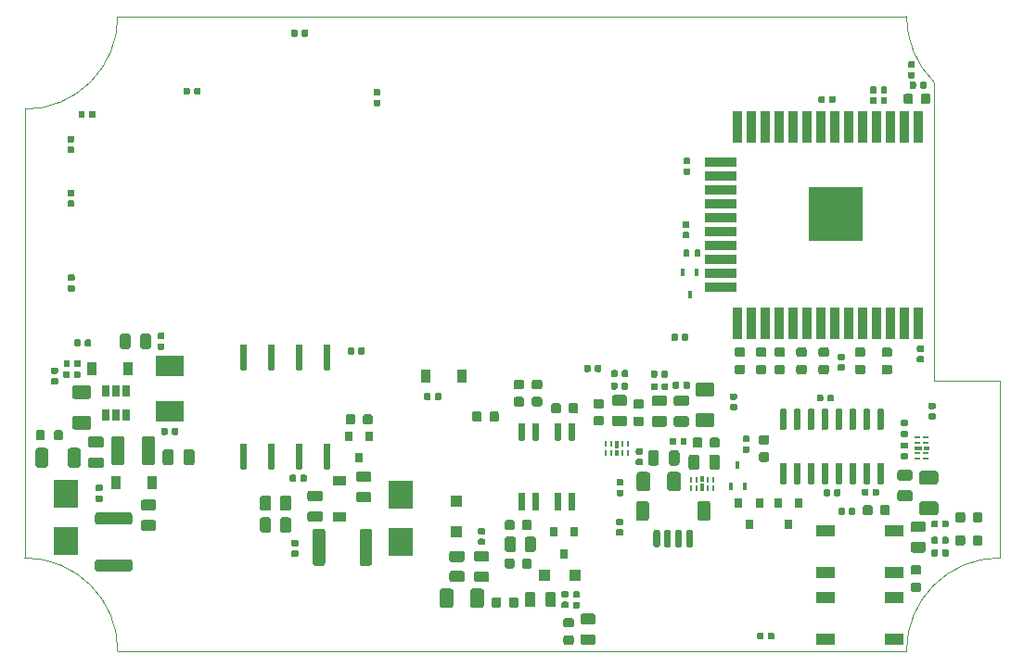
<source format=gbr>
G04 #@! TF.GenerationSoftware,KiCad,Pcbnew,5.1.5+dfsg1-2build2*
G04 #@! TF.CreationDate,2021-04-26T18:34:43+00:00*
G04 #@! TF.ProjectId,SH-ESP32,53482d45-5350-4333-922e-6b696361645f,0.3.1*
G04 #@! TF.SameCoordinates,Original*
G04 #@! TF.FileFunction,Paste,Top*
G04 #@! TF.FilePolarity,Positive*
%FSLAX46Y46*%
G04 Gerber Fmt 4.6, Leading zero omitted, Abs format (unit mm)*
G04 Created by KiCad (PCBNEW 5.1.5+dfsg1-2build2) date 2021-04-26 18:34:43*
%MOMM*%
%LPD*%
G04 APERTURE LIST*
G04 #@! TA.AperFunction,Profile*
%ADD10C,0.050000*%
G04 #@! TD*
%ADD11R,0.450000X0.700000*%
%ADD12R,0.900000X3.000000*%
%ADD13R,3.000000X0.900000*%
%ADD14R,5.000000X5.000000*%
%ADD15C,0.350000*%
%ADD16R,2.500000X1.900000*%
%ADD17R,0.900000X1.200000*%
%ADD18R,1.100000X1.100000*%
%ADD19R,1.200000X0.900000*%
%ADD20R,0.625000X0.250000*%
%ADD21R,0.575000X0.450000*%
%ADD22R,0.700000X0.450000*%
%ADD23R,0.250000X0.625000*%
%ADD24R,0.450000X0.575000*%
%ADD25R,2.300000X2.500000*%
%ADD26R,0.800000X0.900000*%
%ADD27R,0.650000X1.060000*%
%ADD28R,1.700000X1.000000*%
G04 APERTURE END LIST*
D10*
X178000000Y-90300000D02*
X178000000Y-106500000D01*
X172000000Y-90300000D02*
X172000092Y-63020889D01*
X178000000Y-90300000D02*
X172000000Y-90300000D01*
X169500000Y-115000000D02*
G75*
G02X178000000Y-106500000I8500000J0D01*
G01*
X89000000Y-106500000D02*
G75*
G02X97500000Y-115000000I0J-8500000D01*
G01*
X172000092Y-63020889D02*
G75*
G02X169500000Y-57000000I5999908J6020889D01*
G01*
X97500000Y-57000000D02*
G75*
G02X89000000Y-65500000I-8500000J0D01*
G01*
X169500000Y-115000000D02*
X97500000Y-115000000D01*
X169500000Y-57000000D02*
X97500000Y-57000000D01*
X89000000Y-65500000D02*
X89000000Y-106500000D01*
D11*
G04 #@! TO.C,D1102*
X154100000Y-98000000D03*
X154750000Y-100000000D03*
X153450000Y-100000000D03*
G04 #@! TD*
G04 #@! TO.C,D1101*
X149700000Y-82400000D03*
X149050000Y-80400000D03*
X150350000Y-80400000D03*
G04 #@! TD*
D12*
G04 #@! TO.C,U201*
X170572999Y-85080000D03*
X169302999Y-85080000D03*
X168032999Y-85080000D03*
X166762999Y-85080000D03*
X165492999Y-85080000D03*
X164222999Y-85080000D03*
X162952999Y-85080000D03*
X161682999Y-85080000D03*
X160412999Y-85080000D03*
X159142999Y-85080000D03*
X157872999Y-85080000D03*
X156602999Y-85080000D03*
X155332999Y-85080000D03*
X154062999Y-85080000D03*
D13*
X152562999Y-81795000D03*
X152562999Y-80525000D03*
X152562999Y-79255000D03*
X152562999Y-77985000D03*
X152562999Y-76715000D03*
X152562999Y-75445000D03*
X152562999Y-74175000D03*
X152562999Y-72905000D03*
X152562999Y-71635000D03*
X152562999Y-70365000D03*
D12*
X154062999Y-67080000D03*
X155332999Y-67080000D03*
X156602999Y-67080000D03*
X157872999Y-67080000D03*
X159142999Y-67080000D03*
X160412999Y-67080000D03*
X161682999Y-67080000D03*
X162952999Y-67080000D03*
X164222999Y-67080000D03*
X165492999Y-67080000D03*
X166762999Y-67080000D03*
X168032999Y-67080000D03*
X169302999Y-67080000D03*
X170572999Y-67080000D03*
D14*
X163072999Y-75080000D03*
G04 #@! TD*
D15*
G04 #@! TO.C,C802*
G36*
X152230691Y-95499053D02*
G01*
X152251926Y-95502203D01*
X152272750Y-95507419D01*
X152292962Y-95514651D01*
X152312368Y-95523830D01*
X152330781Y-95534866D01*
X152348024Y-95547654D01*
X152363930Y-95562070D01*
X152378346Y-95577976D01*
X152391134Y-95595219D01*
X152402170Y-95613632D01*
X152411349Y-95633038D01*
X152418581Y-95653250D01*
X152423797Y-95674074D01*
X152426947Y-95695309D01*
X152428000Y-95716750D01*
X152428000Y-96229250D01*
X152426947Y-96250691D01*
X152423797Y-96271926D01*
X152418581Y-96292750D01*
X152411349Y-96312962D01*
X152402170Y-96332368D01*
X152391134Y-96350781D01*
X152378346Y-96368024D01*
X152363930Y-96383930D01*
X152348024Y-96398346D01*
X152330781Y-96411134D01*
X152312368Y-96422170D01*
X152292962Y-96431349D01*
X152272750Y-96438581D01*
X152251926Y-96443797D01*
X152230691Y-96446947D01*
X152209250Y-96448000D01*
X151771750Y-96448000D01*
X151750309Y-96446947D01*
X151729074Y-96443797D01*
X151708250Y-96438581D01*
X151688038Y-96431349D01*
X151668632Y-96422170D01*
X151650219Y-96411134D01*
X151632976Y-96398346D01*
X151617070Y-96383930D01*
X151602654Y-96368024D01*
X151589866Y-96350781D01*
X151578830Y-96332368D01*
X151569651Y-96312962D01*
X151562419Y-96292750D01*
X151557203Y-96271926D01*
X151554053Y-96250691D01*
X151553000Y-96229250D01*
X151553000Y-95716750D01*
X151554053Y-95695309D01*
X151557203Y-95674074D01*
X151562419Y-95653250D01*
X151569651Y-95633038D01*
X151578830Y-95613632D01*
X151589866Y-95595219D01*
X151602654Y-95577976D01*
X151617070Y-95562070D01*
X151632976Y-95547654D01*
X151650219Y-95534866D01*
X151668632Y-95523830D01*
X151688038Y-95514651D01*
X151708250Y-95507419D01*
X151729074Y-95502203D01*
X151750309Y-95499053D01*
X151771750Y-95498000D01*
X152209250Y-95498000D01*
X152230691Y-95499053D01*
G37*
G36*
X150655691Y-95499053D02*
G01*
X150676926Y-95502203D01*
X150697750Y-95507419D01*
X150717962Y-95514651D01*
X150737368Y-95523830D01*
X150755781Y-95534866D01*
X150773024Y-95547654D01*
X150788930Y-95562070D01*
X150803346Y-95577976D01*
X150816134Y-95595219D01*
X150827170Y-95613632D01*
X150836349Y-95633038D01*
X150843581Y-95653250D01*
X150848797Y-95674074D01*
X150851947Y-95695309D01*
X150853000Y-95716750D01*
X150853000Y-96229250D01*
X150851947Y-96250691D01*
X150848797Y-96271926D01*
X150843581Y-96292750D01*
X150836349Y-96312962D01*
X150827170Y-96332368D01*
X150816134Y-96350781D01*
X150803346Y-96368024D01*
X150788930Y-96383930D01*
X150773024Y-96398346D01*
X150755781Y-96411134D01*
X150737368Y-96422170D01*
X150717962Y-96431349D01*
X150697750Y-96438581D01*
X150676926Y-96443797D01*
X150655691Y-96446947D01*
X150634250Y-96448000D01*
X150196750Y-96448000D01*
X150175309Y-96446947D01*
X150154074Y-96443797D01*
X150133250Y-96438581D01*
X150113038Y-96431349D01*
X150093632Y-96422170D01*
X150075219Y-96411134D01*
X150057976Y-96398346D01*
X150042070Y-96383930D01*
X150027654Y-96368024D01*
X150014866Y-96350781D01*
X150003830Y-96332368D01*
X149994651Y-96312962D01*
X149987419Y-96292750D01*
X149982203Y-96271926D01*
X149979053Y-96250691D01*
X149978000Y-96229250D01*
X149978000Y-95716750D01*
X149979053Y-95695309D01*
X149982203Y-95674074D01*
X149987419Y-95653250D01*
X149994651Y-95633038D01*
X150003830Y-95613632D01*
X150014866Y-95595219D01*
X150027654Y-95577976D01*
X150042070Y-95562070D01*
X150057976Y-95547654D01*
X150075219Y-95534866D01*
X150093632Y-95523830D01*
X150113038Y-95514651D01*
X150133250Y-95507419D01*
X150154074Y-95502203D01*
X150175309Y-95499053D01*
X150196750Y-95498000D01*
X150634250Y-95498000D01*
X150655691Y-95499053D01*
G37*
G04 #@! TD*
D16*
G04 #@! TO.C,L301*
X102200000Y-89000000D03*
X102200000Y-93100000D03*
G04 #@! TD*
D15*
G04 #@! TO.C,R304*
G36*
X90644603Y-94825963D02*
G01*
X90664018Y-94828843D01*
X90683057Y-94833612D01*
X90701537Y-94840224D01*
X90719279Y-94848616D01*
X90736114Y-94858706D01*
X90751879Y-94870398D01*
X90766421Y-94883579D01*
X90779602Y-94898121D01*
X90791294Y-94913886D01*
X90801384Y-94930721D01*
X90809776Y-94948463D01*
X90816388Y-94966943D01*
X90821157Y-94985982D01*
X90824037Y-95005397D01*
X90825000Y-95025000D01*
X90825000Y-95575000D01*
X90824037Y-95594603D01*
X90821157Y-95614018D01*
X90816388Y-95633057D01*
X90809776Y-95651537D01*
X90801384Y-95669279D01*
X90791294Y-95686114D01*
X90779602Y-95701879D01*
X90766421Y-95716421D01*
X90751879Y-95729602D01*
X90736114Y-95741294D01*
X90719279Y-95751384D01*
X90701537Y-95759776D01*
X90683057Y-95766388D01*
X90664018Y-95771157D01*
X90644603Y-95774037D01*
X90625000Y-95775000D01*
X90225000Y-95775000D01*
X90205397Y-95774037D01*
X90185982Y-95771157D01*
X90166943Y-95766388D01*
X90148463Y-95759776D01*
X90130721Y-95751384D01*
X90113886Y-95741294D01*
X90098121Y-95729602D01*
X90083579Y-95716421D01*
X90070398Y-95701879D01*
X90058706Y-95686114D01*
X90048616Y-95669279D01*
X90040224Y-95651537D01*
X90033612Y-95633057D01*
X90028843Y-95614018D01*
X90025963Y-95594603D01*
X90025000Y-95575000D01*
X90025000Y-95025000D01*
X90025963Y-95005397D01*
X90028843Y-94985982D01*
X90033612Y-94966943D01*
X90040224Y-94948463D01*
X90048616Y-94930721D01*
X90058706Y-94913886D01*
X90070398Y-94898121D01*
X90083579Y-94883579D01*
X90098121Y-94870398D01*
X90113886Y-94858706D01*
X90130721Y-94848616D01*
X90148463Y-94840224D01*
X90166943Y-94833612D01*
X90185982Y-94828843D01*
X90205397Y-94825963D01*
X90225000Y-94825000D01*
X90625000Y-94825000D01*
X90644603Y-94825963D01*
G37*
G36*
X92294603Y-94825963D02*
G01*
X92314018Y-94828843D01*
X92333057Y-94833612D01*
X92351537Y-94840224D01*
X92369279Y-94848616D01*
X92386114Y-94858706D01*
X92401879Y-94870398D01*
X92416421Y-94883579D01*
X92429602Y-94898121D01*
X92441294Y-94913886D01*
X92451384Y-94930721D01*
X92459776Y-94948463D01*
X92466388Y-94966943D01*
X92471157Y-94985982D01*
X92474037Y-95005397D01*
X92475000Y-95025000D01*
X92475000Y-95575000D01*
X92474037Y-95594603D01*
X92471157Y-95614018D01*
X92466388Y-95633057D01*
X92459776Y-95651537D01*
X92451384Y-95669279D01*
X92441294Y-95686114D01*
X92429602Y-95701879D01*
X92416421Y-95716421D01*
X92401879Y-95729602D01*
X92386114Y-95741294D01*
X92369279Y-95751384D01*
X92351537Y-95759776D01*
X92333057Y-95766388D01*
X92314018Y-95771157D01*
X92294603Y-95774037D01*
X92275000Y-95775000D01*
X91875000Y-95775000D01*
X91855397Y-95774037D01*
X91835982Y-95771157D01*
X91816943Y-95766388D01*
X91798463Y-95759776D01*
X91780721Y-95751384D01*
X91763886Y-95741294D01*
X91748121Y-95729602D01*
X91733579Y-95716421D01*
X91720398Y-95701879D01*
X91708706Y-95686114D01*
X91698616Y-95669279D01*
X91690224Y-95651537D01*
X91683612Y-95633057D01*
X91678843Y-95614018D01*
X91675963Y-95594603D01*
X91675000Y-95575000D01*
X91675000Y-95025000D01*
X91675963Y-95005397D01*
X91678843Y-94985982D01*
X91683612Y-94966943D01*
X91690224Y-94948463D01*
X91698616Y-94930721D01*
X91708706Y-94913886D01*
X91720398Y-94898121D01*
X91733579Y-94883579D01*
X91748121Y-94870398D01*
X91763886Y-94858706D01*
X91780721Y-94848616D01*
X91798463Y-94840224D01*
X91816943Y-94833612D01*
X91835982Y-94828843D01*
X91855397Y-94825963D01*
X91875000Y-94825000D01*
X92275000Y-94825000D01*
X92294603Y-94825963D01*
G37*
G04 #@! TD*
G04 #@! TO.C,L302*
G36*
X97899504Y-95376204D02*
G01*
X97923773Y-95379804D01*
X97947571Y-95385765D01*
X97970671Y-95394030D01*
X97992849Y-95404520D01*
X98013893Y-95417133D01*
X98033598Y-95431747D01*
X98051777Y-95448223D01*
X98068253Y-95466402D01*
X98082867Y-95486107D01*
X98095480Y-95507151D01*
X98105970Y-95529329D01*
X98114235Y-95552429D01*
X98120196Y-95576227D01*
X98123796Y-95600496D01*
X98125000Y-95625000D01*
X98125000Y-97775000D01*
X98123796Y-97799504D01*
X98120196Y-97823773D01*
X98114235Y-97847571D01*
X98105970Y-97870671D01*
X98095480Y-97892849D01*
X98082867Y-97913893D01*
X98068253Y-97933598D01*
X98051777Y-97951777D01*
X98033598Y-97968253D01*
X98013893Y-97982867D01*
X97992849Y-97995480D01*
X97970671Y-98005970D01*
X97947571Y-98014235D01*
X97923773Y-98020196D01*
X97899504Y-98023796D01*
X97875000Y-98025000D01*
X97125000Y-98025000D01*
X97100496Y-98023796D01*
X97076227Y-98020196D01*
X97052429Y-98014235D01*
X97029329Y-98005970D01*
X97007151Y-97995480D01*
X96986107Y-97982867D01*
X96966402Y-97968253D01*
X96948223Y-97951777D01*
X96931747Y-97933598D01*
X96917133Y-97913893D01*
X96904520Y-97892849D01*
X96894030Y-97870671D01*
X96885765Y-97847571D01*
X96879804Y-97823773D01*
X96876204Y-97799504D01*
X96875000Y-97775000D01*
X96875000Y-95625000D01*
X96876204Y-95600496D01*
X96879804Y-95576227D01*
X96885765Y-95552429D01*
X96894030Y-95529329D01*
X96904520Y-95507151D01*
X96917133Y-95486107D01*
X96931747Y-95466402D01*
X96948223Y-95448223D01*
X96966402Y-95431747D01*
X96986107Y-95417133D01*
X97007151Y-95404520D01*
X97029329Y-95394030D01*
X97052429Y-95385765D01*
X97076227Y-95379804D01*
X97100496Y-95376204D01*
X97125000Y-95375000D01*
X97875000Y-95375000D01*
X97899504Y-95376204D01*
G37*
G36*
X100699504Y-95376204D02*
G01*
X100723773Y-95379804D01*
X100747571Y-95385765D01*
X100770671Y-95394030D01*
X100792849Y-95404520D01*
X100813893Y-95417133D01*
X100833598Y-95431747D01*
X100851777Y-95448223D01*
X100868253Y-95466402D01*
X100882867Y-95486107D01*
X100895480Y-95507151D01*
X100905970Y-95529329D01*
X100914235Y-95552429D01*
X100920196Y-95576227D01*
X100923796Y-95600496D01*
X100925000Y-95625000D01*
X100925000Y-97775000D01*
X100923796Y-97799504D01*
X100920196Y-97823773D01*
X100914235Y-97847571D01*
X100905970Y-97870671D01*
X100895480Y-97892849D01*
X100882867Y-97913893D01*
X100868253Y-97933598D01*
X100851777Y-97951777D01*
X100833598Y-97968253D01*
X100813893Y-97982867D01*
X100792849Y-97995480D01*
X100770671Y-98005970D01*
X100747571Y-98014235D01*
X100723773Y-98020196D01*
X100699504Y-98023796D01*
X100675000Y-98025000D01*
X99925000Y-98025000D01*
X99900496Y-98023796D01*
X99876227Y-98020196D01*
X99852429Y-98014235D01*
X99829329Y-98005970D01*
X99807151Y-97995480D01*
X99786107Y-97982867D01*
X99766402Y-97968253D01*
X99748223Y-97951777D01*
X99731747Y-97933598D01*
X99717133Y-97913893D01*
X99704520Y-97892849D01*
X99694030Y-97870671D01*
X99685765Y-97847571D01*
X99679804Y-97823773D01*
X99676204Y-97799504D01*
X99675000Y-97775000D01*
X99675000Y-95625000D01*
X99676204Y-95600496D01*
X99679804Y-95576227D01*
X99685765Y-95552429D01*
X99694030Y-95529329D01*
X99704520Y-95507151D01*
X99717133Y-95486107D01*
X99731747Y-95466402D01*
X99748223Y-95448223D01*
X99766402Y-95431747D01*
X99786107Y-95417133D01*
X99807151Y-95404520D01*
X99829329Y-95394030D01*
X99852429Y-95385765D01*
X99876227Y-95379804D01*
X99900496Y-95376204D01*
X99925000Y-95375000D01*
X100675000Y-95375000D01*
X100699504Y-95376204D01*
G37*
G04 #@! TD*
G04 #@! TO.C,C308*
G36*
X90924505Y-96451204D02*
G01*
X90948773Y-96454804D01*
X90972572Y-96460765D01*
X90995671Y-96469030D01*
X91017850Y-96479520D01*
X91038893Y-96492132D01*
X91058599Y-96506747D01*
X91076777Y-96523223D01*
X91093253Y-96541401D01*
X91107868Y-96561107D01*
X91120480Y-96582150D01*
X91130970Y-96604329D01*
X91139235Y-96627428D01*
X91145196Y-96651227D01*
X91148796Y-96675495D01*
X91150000Y-96699999D01*
X91150000Y-98000001D01*
X91148796Y-98024505D01*
X91145196Y-98048773D01*
X91139235Y-98072572D01*
X91130970Y-98095671D01*
X91120480Y-98117850D01*
X91107868Y-98138893D01*
X91093253Y-98158599D01*
X91076777Y-98176777D01*
X91058599Y-98193253D01*
X91038893Y-98207868D01*
X91017850Y-98220480D01*
X90995671Y-98230970D01*
X90972572Y-98239235D01*
X90948773Y-98245196D01*
X90924505Y-98248796D01*
X90900001Y-98250000D01*
X90249999Y-98250000D01*
X90225495Y-98248796D01*
X90201227Y-98245196D01*
X90177428Y-98239235D01*
X90154329Y-98230970D01*
X90132150Y-98220480D01*
X90111107Y-98207868D01*
X90091401Y-98193253D01*
X90073223Y-98176777D01*
X90056747Y-98158599D01*
X90042132Y-98138893D01*
X90029520Y-98117850D01*
X90019030Y-98095671D01*
X90010765Y-98072572D01*
X90004804Y-98048773D01*
X90001204Y-98024505D01*
X90000000Y-98000001D01*
X90000000Y-96699999D01*
X90001204Y-96675495D01*
X90004804Y-96651227D01*
X90010765Y-96627428D01*
X90019030Y-96604329D01*
X90029520Y-96582150D01*
X90042132Y-96561107D01*
X90056747Y-96541401D01*
X90073223Y-96523223D01*
X90091401Y-96506747D01*
X90111107Y-96492132D01*
X90132150Y-96479520D01*
X90154329Y-96469030D01*
X90177428Y-96460765D01*
X90201227Y-96454804D01*
X90225495Y-96451204D01*
X90249999Y-96450000D01*
X90900001Y-96450000D01*
X90924505Y-96451204D01*
G37*
G36*
X93874505Y-96451204D02*
G01*
X93898773Y-96454804D01*
X93922572Y-96460765D01*
X93945671Y-96469030D01*
X93967850Y-96479520D01*
X93988893Y-96492132D01*
X94008599Y-96506747D01*
X94026777Y-96523223D01*
X94043253Y-96541401D01*
X94057868Y-96561107D01*
X94070480Y-96582150D01*
X94080970Y-96604329D01*
X94089235Y-96627428D01*
X94095196Y-96651227D01*
X94098796Y-96675495D01*
X94100000Y-96699999D01*
X94100000Y-98000001D01*
X94098796Y-98024505D01*
X94095196Y-98048773D01*
X94089235Y-98072572D01*
X94080970Y-98095671D01*
X94070480Y-98117850D01*
X94057868Y-98138893D01*
X94043253Y-98158599D01*
X94026777Y-98176777D01*
X94008599Y-98193253D01*
X93988893Y-98207868D01*
X93967850Y-98220480D01*
X93945671Y-98230970D01*
X93922572Y-98239235D01*
X93898773Y-98245196D01*
X93874505Y-98248796D01*
X93850001Y-98250000D01*
X93199999Y-98250000D01*
X93175495Y-98248796D01*
X93151227Y-98245196D01*
X93127428Y-98239235D01*
X93104329Y-98230970D01*
X93082150Y-98220480D01*
X93061107Y-98207868D01*
X93041401Y-98193253D01*
X93023223Y-98176777D01*
X93006747Y-98158599D01*
X92992132Y-98138893D01*
X92979520Y-98117850D01*
X92969030Y-98095671D01*
X92960765Y-98072572D01*
X92954804Y-98048773D01*
X92951204Y-98024505D01*
X92950000Y-98000001D01*
X92950000Y-96699999D01*
X92951204Y-96675495D01*
X92954804Y-96651227D01*
X92960765Y-96627428D01*
X92969030Y-96604329D01*
X92979520Y-96582150D01*
X92992132Y-96561107D01*
X93006747Y-96541401D01*
X93023223Y-96523223D01*
X93041401Y-96506747D01*
X93061107Y-96492132D01*
X93082150Y-96479520D01*
X93104329Y-96469030D01*
X93127428Y-96460765D01*
X93151227Y-96454804D01*
X93175495Y-96451204D01*
X93199999Y-96450000D01*
X93850001Y-96450000D01*
X93874505Y-96451204D01*
G37*
G04 #@! TD*
G04 #@! TO.C,C307*
G36*
X95999504Y-95401204D02*
G01*
X96023773Y-95404804D01*
X96047571Y-95410765D01*
X96070671Y-95419030D01*
X96092849Y-95429520D01*
X96113893Y-95442133D01*
X96133598Y-95456747D01*
X96151777Y-95473223D01*
X96168253Y-95491402D01*
X96182867Y-95511107D01*
X96195480Y-95532151D01*
X96205970Y-95554329D01*
X96214235Y-95577429D01*
X96220196Y-95601227D01*
X96223796Y-95625496D01*
X96225000Y-95650000D01*
X96225000Y-96150000D01*
X96223796Y-96174504D01*
X96220196Y-96198773D01*
X96214235Y-96222571D01*
X96205970Y-96245671D01*
X96195480Y-96267849D01*
X96182867Y-96288893D01*
X96168253Y-96308598D01*
X96151777Y-96326777D01*
X96133598Y-96343253D01*
X96113893Y-96357867D01*
X96092849Y-96370480D01*
X96070671Y-96380970D01*
X96047571Y-96389235D01*
X96023773Y-96395196D01*
X95999504Y-96398796D01*
X95975000Y-96400000D01*
X95025000Y-96400000D01*
X95000496Y-96398796D01*
X94976227Y-96395196D01*
X94952429Y-96389235D01*
X94929329Y-96380970D01*
X94907151Y-96370480D01*
X94886107Y-96357867D01*
X94866402Y-96343253D01*
X94848223Y-96326777D01*
X94831747Y-96308598D01*
X94817133Y-96288893D01*
X94804520Y-96267849D01*
X94794030Y-96245671D01*
X94785765Y-96222571D01*
X94779804Y-96198773D01*
X94776204Y-96174504D01*
X94775000Y-96150000D01*
X94775000Y-95650000D01*
X94776204Y-95625496D01*
X94779804Y-95601227D01*
X94785765Y-95577429D01*
X94794030Y-95554329D01*
X94804520Y-95532151D01*
X94817133Y-95511107D01*
X94831747Y-95491402D01*
X94848223Y-95473223D01*
X94866402Y-95456747D01*
X94886107Y-95442133D01*
X94907151Y-95429520D01*
X94929329Y-95419030D01*
X94952429Y-95410765D01*
X94976227Y-95404804D01*
X95000496Y-95401204D01*
X95025000Y-95400000D01*
X95975000Y-95400000D01*
X95999504Y-95401204D01*
G37*
G36*
X95999504Y-97301204D02*
G01*
X96023773Y-97304804D01*
X96047571Y-97310765D01*
X96070671Y-97319030D01*
X96092849Y-97329520D01*
X96113893Y-97342133D01*
X96133598Y-97356747D01*
X96151777Y-97373223D01*
X96168253Y-97391402D01*
X96182867Y-97411107D01*
X96195480Y-97432151D01*
X96205970Y-97454329D01*
X96214235Y-97477429D01*
X96220196Y-97501227D01*
X96223796Y-97525496D01*
X96225000Y-97550000D01*
X96225000Y-98050000D01*
X96223796Y-98074504D01*
X96220196Y-98098773D01*
X96214235Y-98122571D01*
X96205970Y-98145671D01*
X96195480Y-98167849D01*
X96182867Y-98188893D01*
X96168253Y-98208598D01*
X96151777Y-98226777D01*
X96133598Y-98243253D01*
X96113893Y-98257867D01*
X96092849Y-98270480D01*
X96070671Y-98280970D01*
X96047571Y-98289235D01*
X96023773Y-98295196D01*
X95999504Y-98298796D01*
X95975000Y-98300000D01*
X95025000Y-98300000D01*
X95000496Y-98298796D01*
X94976227Y-98295196D01*
X94952429Y-98289235D01*
X94929329Y-98280970D01*
X94907151Y-98270480D01*
X94886107Y-98257867D01*
X94866402Y-98243253D01*
X94848223Y-98226777D01*
X94831747Y-98208598D01*
X94817133Y-98188893D01*
X94804520Y-98167849D01*
X94794030Y-98145671D01*
X94785765Y-98122571D01*
X94779804Y-98098773D01*
X94776204Y-98074504D01*
X94775000Y-98050000D01*
X94775000Y-97550000D01*
X94776204Y-97525496D01*
X94779804Y-97501227D01*
X94785765Y-97477429D01*
X94794030Y-97454329D01*
X94804520Y-97432151D01*
X94817133Y-97411107D01*
X94831747Y-97391402D01*
X94848223Y-97373223D01*
X94866402Y-97356747D01*
X94886107Y-97342133D01*
X94907151Y-97329520D01*
X94929329Y-97319030D01*
X94952429Y-97310765D01*
X94976227Y-97304804D01*
X95000496Y-97301204D01*
X95025000Y-97300000D01*
X95975000Y-97300000D01*
X95999504Y-97301204D01*
G37*
G04 #@! TD*
G04 #@! TO.C,C306*
G36*
X102374504Y-96576204D02*
G01*
X102398773Y-96579804D01*
X102422571Y-96585765D01*
X102445671Y-96594030D01*
X102467849Y-96604520D01*
X102488893Y-96617133D01*
X102508598Y-96631747D01*
X102526777Y-96648223D01*
X102543253Y-96666402D01*
X102557867Y-96686107D01*
X102570480Y-96707151D01*
X102580970Y-96729329D01*
X102589235Y-96752429D01*
X102595196Y-96776227D01*
X102598796Y-96800496D01*
X102600000Y-96825000D01*
X102600000Y-97775000D01*
X102598796Y-97799504D01*
X102595196Y-97823773D01*
X102589235Y-97847571D01*
X102580970Y-97870671D01*
X102570480Y-97892849D01*
X102557867Y-97913893D01*
X102543253Y-97933598D01*
X102526777Y-97951777D01*
X102508598Y-97968253D01*
X102488893Y-97982867D01*
X102467849Y-97995480D01*
X102445671Y-98005970D01*
X102422571Y-98014235D01*
X102398773Y-98020196D01*
X102374504Y-98023796D01*
X102350000Y-98025000D01*
X101850000Y-98025000D01*
X101825496Y-98023796D01*
X101801227Y-98020196D01*
X101777429Y-98014235D01*
X101754329Y-98005970D01*
X101732151Y-97995480D01*
X101711107Y-97982867D01*
X101691402Y-97968253D01*
X101673223Y-97951777D01*
X101656747Y-97933598D01*
X101642133Y-97913893D01*
X101629520Y-97892849D01*
X101619030Y-97870671D01*
X101610765Y-97847571D01*
X101604804Y-97823773D01*
X101601204Y-97799504D01*
X101600000Y-97775000D01*
X101600000Y-96825000D01*
X101601204Y-96800496D01*
X101604804Y-96776227D01*
X101610765Y-96752429D01*
X101619030Y-96729329D01*
X101629520Y-96707151D01*
X101642133Y-96686107D01*
X101656747Y-96666402D01*
X101673223Y-96648223D01*
X101691402Y-96631747D01*
X101711107Y-96617133D01*
X101732151Y-96604520D01*
X101754329Y-96594030D01*
X101777429Y-96585765D01*
X101801227Y-96579804D01*
X101825496Y-96576204D01*
X101850000Y-96575000D01*
X102350000Y-96575000D01*
X102374504Y-96576204D01*
G37*
G36*
X104274504Y-96576204D02*
G01*
X104298773Y-96579804D01*
X104322571Y-96585765D01*
X104345671Y-96594030D01*
X104367849Y-96604520D01*
X104388893Y-96617133D01*
X104408598Y-96631747D01*
X104426777Y-96648223D01*
X104443253Y-96666402D01*
X104457867Y-96686107D01*
X104470480Y-96707151D01*
X104480970Y-96729329D01*
X104489235Y-96752429D01*
X104495196Y-96776227D01*
X104498796Y-96800496D01*
X104500000Y-96825000D01*
X104500000Y-97775000D01*
X104498796Y-97799504D01*
X104495196Y-97823773D01*
X104489235Y-97847571D01*
X104480970Y-97870671D01*
X104470480Y-97892849D01*
X104457867Y-97913893D01*
X104443253Y-97933598D01*
X104426777Y-97951777D01*
X104408598Y-97968253D01*
X104388893Y-97982867D01*
X104367849Y-97995480D01*
X104345671Y-98005970D01*
X104322571Y-98014235D01*
X104298773Y-98020196D01*
X104274504Y-98023796D01*
X104250000Y-98025000D01*
X103750000Y-98025000D01*
X103725496Y-98023796D01*
X103701227Y-98020196D01*
X103677429Y-98014235D01*
X103654329Y-98005970D01*
X103632151Y-97995480D01*
X103611107Y-97982867D01*
X103591402Y-97968253D01*
X103573223Y-97951777D01*
X103556747Y-97933598D01*
X103542133Y-97913893D01*
X103529520Y-97892849D01*
X103519030Y-97870671D01*
X103510765Y-97847571D01*
X103504804Y-97823773D01*
X103501204Y-97799504D01*
X103500000Y-97775000D01*
X103500000Y-96825000D01*
X103501204Y-96800496D01*
X103504804Y-96776227D01*
X103510765Y-96752429D01*
X103519030Y-96729329D01*
X103529520Y-96707151D01*
X103542133Y-96686107D01*
X103556747Y-96666402D01*
X103573223Y-96648223D01*
X103591402Y-96631747D01*
X103611107Y-96617133D01*
X103632151Y-96604520D01*
X103654329Y-96594030D01*
X103677429Y-96585765D01*
X103701227Y-96579804D01*
X103725496Y-96576204D01*
X103750000Y-96575000D01*
X104250000Y-96575000D01*
X104274504Y-96576204D01*
G37*
G04 #@! TD*
G04 #@! TO.C,F301*
G36*
X98594507Y-106626204D02*
G01*
X98618775Y-106629804D01*
X98642573Y-106635765D01*
X98665673Y-106644030D01*
X98687851Y-106654519D01*
X98708894Y-106667132D01*
X98728599Y-106681747D01*
X98746778Y-106698222D01*
X98763253Y-106716401D01*
X98777868Y-106736106D01*
X98790481Y-106757149D01*
X98800970Y-106779327D01*
X98809235Y-106802427D01*
X98815196Y-106826225D01*
X98818796Y-106850493D01*
X98820000Y-106874997D01*
X98820000Y-107500003D01*
X98818796Y-107524507D01*
X98815196Y-107548775D01*
X98809235Y-107572573D01*
X98800970Y-107595673D01*
X98790481Y-107617851D01*
X98777868Y-107638894D01*
X98763253Y-107658599D01*
X98746778Y-107676778D01*
X98728599Y-107693253D01*
X98708894Y-107707868D01*
X98687851Y-107720481D01*
X98665673Y-107730970D01*
X98642573Y-107739235D01*
X98618775Y-107745196D01*
X98594507Y-107748796D01*
X98570003Y-107750000D01*
X95669997Y-107750000D01*
X95645493Y-107748796D01*
X95621225Y-107745196D01*
X95597427Y-107739235D01*
X95574327Y-107730970D01*
X95552149Y-107720481D01*
X95531106Y-107707868D01*
X95511401Y-107693253D01*
X95493222Y-107676778D01*
X95476747Y-107658599D01*
X95462132Y-107638894D01*
X95449519Y-107617851D01*
X95439030Y-107595673D01*
X95430765Y-107572573D01*
X95424804Y-107548775D01*
X95421204Y-107524507D01*
X95420000Y-107500003D01*
X95420000Y-106874997D01*
X95421204Y-106850493D01*
X95424804Y-106826225D01*
X95430765Y-106802427D01*
X95439030Y-106779327D01*
X95449519Y-106757149D01*
X95462132Y-106736106D01*
X95476747Y-106716401D01*
X95493222Y-106698222D01*
X95511401Y-106681747D01*
X95531106Y-106667132D01*
X95552149Y-106654519D01*
X95574327Y-106644030D01*
X95597427Y-106635765D01*
X95621225Y-106629804D01*
X95645493Y-106626204D01*
X95669997Y-106625000D01*
X98570003Y-106625000D01*
X98594507Y-106626204D01*
G37*
G36*
X98594507Y-102351204D02*
G01*
X98618775Y-102354804D01*
X98642573Y-102360765D01*
X98665673Y-102369030D01*
X98687851Y-102379519D01*
X98708894Y-102392132D01*
X98728599Y-102406747D01*
X98746778Y-102423222D01*
X98763253Y-102441401D01*
X98777868Y-102461106D01*
X98790481Y-102482149D01*
X98800970Y-102504327D01*
X98809235Y-102527427D01*
X98815196Y-102551225D01*
X98818796Y-102575493D01*
X98820000Y-102599997D01*
X98820000Y-103225003D01*
X98818796Y-103249507D01*
X98815196Y-103273775D01*
X98809235Y-103297573D01*
X98800970Y-103320673D01*
X98790481Y-103342851D01*
X98777868Y-103363894D01*
X98763253Y-103383599D01*
X98746778Y-103401778D01*
X98728599Y-103418253D01*
X98708894Y-103432868D01*
X98687851Y-103445481D01*
X98665673Y-103455970D01*
X98642573Y-103464235D01*
X98618775Y-103470196D01*
X98594507Y-103473796D01*
X98570003Y-103475000D01*
X95669997Y-103475000D01*
X95645493Y-103473796D01*
X95621225Y-103470196D01*
X95597427Y-103464235D01*
X95574327Y-103455970D01*
X95552149Y-103445481D01*
X95531106Y-103432868D01*
X95511401Y-103418253D01*
X95493222Y-103401778D01*
X95476747Y-103383599D01*
X95462132Y-103363894D01*
X95449519Y-103342851D01*
X95439030Y-103320673D01*
X95430765Y-103297573D01*
X95424804Y-103273775D01*
X95421204Y-103249507D01*
X95420000Y-103225003D01*
X95420000Y-102599997D01*
X95421204Y-102575493D01*
X95424804Y-102551225D01*
X95430765Y-102527427D01*
X95439030Y-102504327D01*
X95449519Y-102482149D01*
X95462132Y-102461106D01*
X95476747Y-102441401D01*
X95493222Y-102423222D01*
X95511401Y-102406747D01*
X95531106Y-102392132D01*
X95552149Y-102379519D01*
X95574327Y-102369030D01*
X95597427Y-102360765D01*
X95621225Y-102354804D01*
X95645493Y-102351204D01*
X95669997Y-102350000D01*
X98570003Y-102350000D01*
X98594507Y-102351204D01*
G37*
G04 #@! TD*
G04 #@! TO.C,F601*
G36*
X120474507Y-103831204D02*
G01*
X120498775Y-103834804D01*
X120522573Y-103840765D01*
X120545673Y-103849030D01*
X120567851Y-103859519D01*
X120588894Y-103872132D01*
X120608599Y-103886747D01*
X120626778Y-103903222D01*
X120643253Y-103921401D01*
X120657868Y-103941106D01*
X120670481Y-103962149D01*
X120680970Y-103984327D01*
X120689235Y-104007427D01*
X120695196Y-104031225D01*
X120698796Y-104055493D01*
X120700000Y-104079997D01*
X120700000Y-106980003D01*
X120698796Y-107004507D01*
X120695196Y-107028775D01*
X120689235Y-107052573D01*
X120680970Y-107075673D01*
X120670481Y-107097851D01*
X120657868Y-107118894D01*
X120643253Y-107138599D01*
X120626778Y-107156778D01*
X120608599Y-107173253D01*
X120588894Y-107187868D01*
X120567851Y-107200481D01*
X120545673Y-107210970D01*
X120522573Y-107219235D01*
X120498775Y-107225196D01*
X120474507Y-107228796D01*
X120450003Y-107230000D01*
X119824997Y-107230000D01*
X119800493Y-107228796D01*
X119776225Y-107225196D01*
X119752427Y-107219235D01*
X119729327Y-107210970D01*
X119707149Y-107200481D01*
X119686106Y-107187868D01*
X119666401Y-107173253D01*
X119648222Y-107156778D01*
X119631747Y-107138599D01*
X119617132Y-107118894D01*
X119604519Y-107097851D01*
X119594030Y-107075673D01*
X119585765Y-107052573D01*
X119579804Y-107028775D01*
X119576204Y-107004507D01*
X119575000Y-106980003D01*
X119575000Y-104079997D01*
X119576204Y-104055493D01*
X119579804Y-104031225D01*
X119585765Y-104007427D01*
X119594030Y-103984327D01*
X119604519Y-103962149D01*
X119617132Y-103941106D01*
X119631747Y-103921401D01*
X119648222Y-103903222D01*
X119666401Y-103886747D01*
X119686106Y-103872132D01*
X119707149Y-103859519D01*
X119729327Y-103849030D01*
X119752427Y-103840765D01*
X119776225Y-103834804D01*
X119800493Y-103831204D01*
X119824997Y-103830000D01*
X120450003Y-103830000D01*
X120474507Y-103831204D01*
G37*
G36*
X116199507Y-103831204D02*
G01*
X116223775Y-103834804D01*
X116247573Y-103840765D01*
X116270673Y-103849030D01*
X116292851Y-103859519D01*
X116313894Y-103872132D01*
X116333599Y-103886747D01*
X116351778Y-103903222D01*
X116368253Y-103921401D01*
X116382868Y-103941106D01*
X116395481Y-103962149D01*
X116405970Y-103984327D01*
X116414235Y-104007427D01*
X116420196Y-104031225D01*
X116423796Y-104055493D01*
X116425000Y-104079997D01*
X116425000Y-106980003D01*
X116423796Y-107004507D01*
X116420196Y-107028775D01*
X116414235Y-107052573D01*
X116405970Y-107075673D01*
X116395481Y-107097851D01*
X116382868Y-107118894D01*
X116368253Y-107138599D01*
X116351778Y-107156778D01*
X116333599Y-107173253D01*
X116313894Y-107187868D01*
X116292851Y-107200481D01*
X116270673Y-107210970D01*
X116247573Y-107219235D01*
X116223775Y-107225196D01*
X116199507Y-107228796D01*
X116175003Y-107230000D01*
X115549997Y-107230000D01*
X115525493Y-107228796D01*
X115501225Y-107225196D01*
X115477427Y-107219235D01*
X115454327Y-107210970D01*
X115432149Y-107200481D01*
X115411106Y-107187868D01*
X115391401Y-107173253D01*
X115373222Y-107156778D01*
X115356747Y-107138599D01*
X115342132Y-107118894D01*
X115329519Y-107097851D01*
X115319030Y-107075673D01*
X115310765Y-107052573D01*
X115304804Y-107028775D01*
X115301204Y-107004507D01*
X115300000Y-106980003D01*
X115300000Y-104079997D01*
X115301204Y-104055493D01*
X115304804Y-104031225D01*
X115310765Y-104007427D01*
X115319030Y-103984327D01*
X115329519Y-103962149D01*
X115342132Y-103941106D01*
X115356747Y-103921401D01*
X115373222Y-103903222D01*
X115391401Y-103886747D01*
X115411106Y-103872132D01*
X115432149Y-103859519D01*
X115454327Y-103849030D01*
X115477427Y-103840765D01*
X115501225Y-103834804D01*
X115525493Y-103831204D01*
X115549997Y-103830000D01*
X116175003Y-103830000D01*
X116199507Y-103831204D01*
G37*
G04 #@! TD*
D17*
G04 #@! TO.C,D201*
X128910000Y-89900000D03*
X125610000Y-89900000D03*
G04 #@! TD*
D15*
G04 #@! TO.C,R202*
G36*
X167977691Y-87276053D02*
G01*
X167998926Y-87279203D01*
X168019750Y-87284419D01*
X168039962Y-87291651D01*
X168059368Y-87300830D01*
X168077781Y-87311866D01*
X168095024Y-87324654D01*
X168110930Y-87339070D01*
X168125346Y-87354976D01*
X168138134Y-87372219D01*
X168149170Y-87390632D01*
X168158349Y-87410038D01*
X168165581Y-87430250D01*
X168170797Y-87451074D01*
X168173947Y-87472309D01*
X168175000Y-87493750D01*
X168175000Y-87931250D01*
X168173947Y-87952691D01*
X168170797Y-87973926D01*
X168165581Y-87994750D01*
X168158349Y-88014962D01*
X168149170Y-88034368D01*
X168138134Y-88052781D01*
X168125346Y-88070024D01*
X168110930Y-88085930D01*
X168095024Y-88100346D01*
X168077781Y-88113134D01*
X168059368Y-88124170D01*
X168039962Y-88133349D01*
X168019750Y-88140581D01*
X167998926Y-88145797D01*
X167977691Y-88148947D01*
X167956250Y-88150000D01*
X167443750Y-88150000D01*
X167422309Y-88148947D01*
X167401074Y-88145797D01*
X167380250Y-88140581D01*
X167360038Y-88133349D01*
X167340632Y-88124170D01*
X167322219Y-88113134D01*
X167304976Y-88100346D01*
X167289070Y-88085930D01*
X167274654Y-88070024D01*
X167261866Y-88052781D01*
X167250830Y-88034368D01*
X167241651Y-88014962D01*
X167234419Y-87994750D01*
X167229203Y-87973926D01*
X167226053Y-87952691D01*
X167225000Y-87931250D01*
X167225000Y-87493750D01*
X167226053Y-87472309D01*
X167229203Y-87451074D01*
X167234419Y-87430250D01*
X167241651Y-87410038D01*
X167250830Y-87390632D01*
X167261866Y-87372219D01*
X167274654Y-87354976D01*
X167289070Y-87339070D01*
X167304976Y-87324654D01*
X167322219Y-87311866D01*
X167340632Y-87300830D01*
X167360038Y-87291651D01*
X167380250Y-87284419D01*
X167401074Y-87279203D01*
X167422309Y-87276053D01*
X167443750Y-87275000D01*
X167956250Y-87275000D01*
X167977691Y-87276053D01*
G37*
G36*
X167977691Y-88851053D02*
G01*
X167998926Y-88854203D01*
X168019750Y-88859419D01*
X168039962Y-88866651D01*
X168059368Y-88875830D01*
X168077781Y-88886866D01*
X168095024Y-88899654D01*
X168110930Y-88914070D01*
X168125346Y-88929976D01*
X168138134Y-88947219D01*
X168149170Y-88965632D01*
X168158349Y-88985038D01*
X168165581Y-89005250D01*
X168170797Y-89026074D01*
X168173947Y-89047309D01*
X168175000Y-89068750D01*
X168175000Y-89506250D01*
X168173947Y-89527691D01*
X168170797Y-89548926D01*
X168165581Y-89569750D01*
X168158349Y-89589962D01*
X168149170Y-89609368D01*
X168138134Y-89627781D01*
X168125346Y-89645024D01*
X168110930Y-89660930D01*
X168095024Y-89675346D01*
X168077781Y-89688134D01*
X168059368Y-89699170D01*
X168039962Y-89708349D01*
X168019750Y-89715581D01*
X167998926Y-89720797D01*
X167977691Y-89723947D01*
X167956250Y-89725000D01*
X167443750Y-89725000D01*
X167422309Y-89723947D01*
X167401074Y-89720797D01*
X167380250Y-89715581D01*
X167360038Y-89708349D01*
X167340632Y-89699170D01*
X167322219Y-89688134D01*
X167304976Y-89675346D01*
X167289070Y-89660930D01*
X167274654Y-89645024D01*
X167261866Y-89627781D01*
X167250830Y-89609368D01*
X167241651Y-89589962D01*
X167234419Y-89569750D01*
X167229203Y-89548926D01*
X167226053Y-89527691D01*
X167225000Y-89506250D01*
X167225000Y-89068750D01*
X167226053Y-89047309D01*
X167229203Y-89026074D01*
X167234419Y-89005250D01*
X167241651Y-88985038D01*
X167250830Y-88965632D01*
X167261866Y-88947219D01*
X167274654Y-88929976D01*
X167289070Y-88914070D01*
X167304976Y-88899654D01*
X167322219Y-88886866D01*
X167340632Y-88875830D01*
X167360038Y-88866651D01*
X167380250Y-88859419D01*
X167401074Y-88854203D01*
X167422309Y-88851053D01*
X167443750Y-88850000D01*
X167956250Y-88850000D01*
X167977691Y-88851053D01*
G37*
G04 #@! TD*
G04 #@! TO.C,C1006*
G36*
X173196958Y-105730710D02*
G01*
X173211276Y-105732834D01*
X173225317Y-105736351D01*
X173238946Y-105741228D01*
X173252031Y-105747417D01*
X173264447Y-105754858D01*
X173276073Y-105763481D01*
X173286798Y-105773202D01*
X173296519Y-105783927D01*
X173305142Y-105795553D01*
X173312583Y-105807969D01*
X173318772Y-105821054D01*
X173323649Y-105834683D01*
X173327166Y-105848724D01*
X173329290Y-105863042D01*
X173330000Y-105877500D01*
X173330000Y-106222500D01*
X173329290Y-106236958D01*
X173327166Y-106251276D01*
X173323649Y-106265317D01*
X173318772Y-106278946D01*
X173312583Y-106292031D01*
X173305142Y-106304447D01*
X173296519Y-106316073D01*
X173286798Y-106326798D01*
X173276073Y-106336519D01*
X173264447Y-106345142D01*
X173252031Y-106352583D01*
X173238946Y-106358772D01*
X173225317Y-106363649D01*
X173211276Y-106367166D01*
X173196958Y-106369290D01*
X173182500Y-106370000D01*
X172887500Y-106370000D01*
X172873042Y-106369290D01*
X172858724Y-106367166D01*
X172844683Y-106363649D01*
X172831054Y-106358772D01*
X172817969Y-106352583D01*
X172805553Y-106345142D01*
X172793927Y-106336519D01*
X172783202Y-106326798D01*
X172773481Y-106316073D01*
X172764858Y-106304447D01*
X172757417Y-106292031D01*
X172751228Y-106278946D01*
X172746351Y-106265317D01*
X172742834Y-106251276D01*
X172740710Y-106236958D01*
X172740000Y-106222500D01*
X172740000Y-105877500D01*
X172740710Y-105863042D01*
X172742834Y-105848724D01*
X172746351Y-105834683D01*
X172751228Y-105821054D01*
X172757417Y-105807969D01*
X172764858Y-105795553D01*
X172773481Y-105783927D01*
X172783202Y-105773202D01*
X172793927Y-105763481D01*
X172805553Y-105754858D01*
X172817969Y-105747417D01*
X172831054Y-105741228D01*
X172844683Y-105736351D01*
X172858724Y-105732834D01*
X172873042Y-105730710D01*
X172887500Y-105730000D01*
X173182500Y-105730000D01*
X173196958Y-105730710D01*
G37*
G36*
X172226958Y-105730710D02*
G01*
X172241276Y-105732834D01*
X172255317Y-105736351D01*
X172268946Y-105741228D01*
X172282031Y-105747417D01*
X172294447Y-105754858D01*
X172306073Y-105763481D01*
X172316798Y-105773202D01*
X172326519Y-105783927D01*
X172335142Y-105795553D01*
X172342583Y-105807969D01*
X172348772Y-105821054D01*
X172353649Y-105834683D01*
X172357166Y-105848724D01*
X172359290Y-105863042D01*
X172360000Y-105877500D01*
X172360000Y-106222500D01*
X172359290Y-106236958D01*
X172357166Y-106251276D01*
X172353649Y-106265317D01*
X172348772Y-106278946D01*
X172342583Y-106292031D01*
X172335142Y-106304447D01*
X172326519Y-106316073D01*
X172316798Y-106326798D01*
X172306073Y-106336519D01*
X172294447Y-106345142D01*
X172282031Y-106352583D01*
X172268946Y-106358772D01*
X172255317Y-106363649D01*
X172241276Y-106367166D01*
X172226958Y-106369290D01*
X172212500Y-106370000D01*
X171917500Y-106370000D01*
X171903042Y-106369290D01*
X171888724Y-106367166D01*
X171874683Y-106363649D01*
X171861054Y-106358772D01*
X171847969Y-106352583D01*
X171835553Y-106345142D01*
X171823927Y-106336519D01*
X171813202Y-106326798D01*
X171803481Y-106316073D01*
X171794858Y-106304447D01*
X171787417Y-106292031D01*
X171781228Y-106278946D01*
X171776351Y-106265317D01*
X171772834Y-106251276D01*
X171770710Y-106236958D01*
X171770000Y-106222500D01*
X171770000Y-105877500D01*
X171770710Y-105863042D01*
X171772834Y-105848724D01*
X171776351Y-105834683D01*
X171781228Y-105821054D01*
X171787417Y-105807969D01*
X171794858Y-105795553D01*
X171803481Y-105783927D01*
X171813202Y-105773202D01*
X171823927Y-105763481D01*
X171835553Y-105754858D01*
X171847969Y-105747417D01*
X171861054Y-105741228D01*
X171874683Y-105736351D01*
X171888724Y-105732834D01*
X171903042Y-105730710D01*
X171917500Y-105730000D01*
X172212500Y-105730000D01*
X172226958Y-105730710D01*
G37*
G04 #@! TD*
G04 #@! TO.C,D502*
G36*
X174652691Y-102326053D02*
G01*
X174673926Y-102329203D01*
X174694750Y-102334419D01*
X174714962Y-102341651D01*
X174734368Y-102350830D01*
X174752781Y-102361866D01*
X174770024Y-102374654D01*
X174785930Y-102389070D01*
X174800346Y-102404976D01*
X174813134Y-102422219D01*
X174824170Y-102440632D01*
X174833349Y-102460038D01*
X174840581Y-102480250D01*
X174845797Y-102501074D01*
X174848947Y-102522309D01*
X174850000Y-102543750D01*
X174850000Y-103056250D01*
X174848947Y-103077691D01*
X174845797Y-103098926D01*
X174840581Y-103119750D01*
X174833349Y-103139962D01*
X174824170Y-103159368D01*
X174813134Y-103177781D01*
X174800346Y-103195024D01*
X174785930Y-103210930D01*
X174770024Y-103225346D01*
X174752781Y-103238134D01*
X174734368Y-103249170D01*
X174714962Y-103258349D01*
X174694750Y-103265581D01*
X174673926Y-103270797D01*
X174652691Y-103273947D01*
X174631250Y-103275000D01*
X174193750Y-103275000D01*
X174172309Y-103273947D01*
X174151074Y-103270797D01*
X174130250Y-103265581D01*
X174110038Y-103258349D01*
X174090632Y-103249170D01*
X174072219Y-103238134D01*
X174054976Y-103225346D01*
X174039070Y-103210930D01*
X174024654Y-103195024D01*
X174011866Y-103177781D01*
X174000830Y-103159368D01*
X173991651Y-103139962D01*
X173984419Y-103119750D01*
X173979203Y-103098926D01*
X173976053Y-103077691D01*
X173975000Y-103056250D01*
X173975000Y-102543750D01*
X173976053Y-102522309D01*
X173979203Y-102501074D01*
X173984419Y-102480250D01*
X173991651Y-102460038D01*
X174000830Y-102440632D01*
X174011866Y-102422219D01*
X174024654Y-102404976D01*
X174039070Y-102389070D01*
X174054976Y-102374654D01*
X174072219Y-102361866D01*
X174090632Y-102350830D01*
X174110038Y-102341651D01*
X174130250Y-102334419D01*
X174151074Y-102329203D01*
X174172309Y-102326053D01*
X174193750Y-102325000D01*
X174631250Y-102325000D01*
X174652691Y-102326053D01*
G37*
G36*
X176227691Y-102326053D02*
G01*
X176248926Y-102329203D01*
X176269750Y-102334419D01*
X176289962Y-102341651D01*
X176309368Y-102350830D01*
X176327781Y-102361866D01*
X176345024Y-102374654D01*
X176360930Y-102389070D01*
X176375346Y-102404976D01*
X176388134Y-102422219D01*
X176399170Y-102440632D01*
X176408349Y-102460038D01*
X176415581Y-102480250D01*
X176420797Y-102501074D01*
X176423947Y-102522309D01*
X176425000Y-102543750D01*
X176425000Y-103056250D01*
X176423947Y-103077691D01*
X176420797Y-103098926D01*
X176415581Y-103119750D01*
X176408349Y-103139962D01*
X176399170Y-103159368D01*
X176388134Y-103177781D01*
X176375346Y-103195024D01*
X176360930Y-103210930D01*
X176345024Y-103225346D01*
X176327781Y-103238134D01*
X176309368Y-103249170D01*
X176289962Y-103258349D01*
X176269750Y-103265581D01*
X176248926Y-103270797D01*
X176227691Y-103273947D01*
X176206250Y-103275000D01*
X175768750Y-103275000D01*
X175747309Y-103273947D01*
X175726074Y-103270797D01*
X175705250Y-103265581D01*
X175685038Y-103258349D01*
X175665632Y-103249170D01*
X175647219Y-103238134D01*
X175629976Y-103225346D01*
X175614070Y-103210930D01*
X175599654Y-103195024D01*
X175586866Y-103177781D01*
X175575830Y-103159368D01*
X175566651Y-103139962D01*
X175559419Y-103119750D01*
X175554203Y-103098926D01*
X175551053Y-103077691D01*
X175550000Y-103056250D01*
X175550000Y-102543750D01*
X175551053Y-102522309D01*
X175554203Y-102501074D01*
X175559419Y-102480250D01*
X175566651Y-102460038D01*
X175575830Y-102440632D01*
X175586866Y-102422219D01*
X175599654Y-102404976D01*
X175614070Y-102389070D01*
X175629976Y-102374654D01*
X175647219Y-102361866D01*
X175665632Y-102350830D01*
X175685038Y-102341651D01*
X175705250Y-102334419D01*
X175726074Y-102329203D01*
X175747309Y-102326053D01*
X175768750Y-102325000D01*
X176206250Y-102325000D01*
X176227691Y-102326053D01*
G37*
G04 #@! TD*
G04 #@! TO.C,FB902*
G36*
X131180142Y-105866174D02*
G01*
X131203803Y-105869684D01*
X131227007Y-105875496D01*
X131249529Y-105883554D01*
X131271153Y-105893782D01*
X131291670Y-105906079D01*
X131310883Y-105920329D01*
X131328607Y-105936393D01*
X131344671Y-105954117D01*
X131358921Y-105973330D01*
X131371218Y-105993847D01*
X131381446Y-106015471D01*
X131389504Y-106037993D01*
X131395316Y-106061197D01*
X131398826Y-106084858D01*
X131400000Y-106108750D01*
X131400000Y-106596250D01*
X131398826Y-106620142D01*
X131395316Y-106643803D01*
X131389504Y-106667007D01*
X131381446Y-106689529D01*
X131371218Y-106711153D01*
X131358921Y-106731670D01*
X131344671Y-106750883D01*
X131328607Y-106768607D01*
X131310883Y-106784671D01*
X131291670Y-106798921D01*
X131271153Y-106811218D01*
X131249529Y-106821446D01*
X131227007Y-106829504D01*
X131203803Y-106835316D01*
X131180142Y-106838826D01*
X131156250Y-106840000D01*
X130243750Y-106840000D01*
X130219858Y-106838826D01*
X130196197Y-106835316D01*
X130172993Y-106829504D01*
X130150471Y-106821446D01*
X130128847Y-106811218D01*
X130108330Y-106798921D01*
X130089117Y-106784671D01*
X130071393Y-106768607D01*
X130055329Y-106750883D01*
X130041079Y-106731670D01*
X130028782Y-106711153D01*
X130018554Y-106689529D01*
X130010496Y-106667007D01*
X130004684Y-106643803D01*
X130001174Y-106620142D01*
X130000000Y-106596250D01*
X130000000Y-106108750D01*
X130001174Y-106084858D01*
X130004684Y-106061197D01*
X130010496Y-106037993D01*
X130018554Y-106015471D01*
X130028782Y-105993847D01*
X130041079Y-105973330D01*
X130055329Y-105954117D01*
X130071393Y-105936393D01*
X130089117Y-105920329D01*
X130108330Y-105906079D01*
X130128847Y-105893782D01*
X130150471Y-105883554D01*
X130172993Y-105875496D01*
X130196197Y-105869684D01*
X130219858Y-105866174D01*
X130243750Y-105865000D01*
X131156250Y-105865000D01*
X131180142Y-105866174D01*
G37*
G36*
X131180142Y-107741174D02*
G01*
X131203803Y-107744684D01*
X131227007Y-107750496D01*
X131249529Y-107758554D01*
X131271153Y-107768782D01*
X131291670Y-107781079D01*
X131310883Y-107795329D01*
X131328607Y-107811393D01*
X131344671Y-107829117D01*
X131358921Y-107848330D01*
X131371218Y-107868847D01*
X131381446Y-107890471D01*
X131389504Y-107912993D01*
X131395316Y-107936197D01*
X131398826Y-107959858D01*
X131400000Y-107983750D01*
X131400000Y-108471250D01*
X131398826Y-108495142D01*
X131395316Y-108518803D01*
X131389504Y-108542007D01*
X131381446Y-108564529D01*
X131371218Y-108586153D01*
X131358921Y-108606670D01*
X131344671Y-108625883D01*
X131328607Y-108643607D01*
X131310883Y-108659671D01*
X131291670Y-108673921D01*
X131271153Y-108686218D01*
X131249529Y-108696446D01*
X131227007Y-108704504D01*
X131203803Y-108710316D01*
X131180142Y-108713826D01*
X131156250Y-108715000D01*
X130243750Y-108715000D01*
X130219858Y-108713826D01*
X130196197Y-108710316D01*
X130172993Y-108704504D01*
X130150471Y-108696446D01*
X130128847Y-108686218D01*
X130108330Y-108673921D01*
X130089117Y-108659671D01*
X130071393Y-108643607D01*
X130055329Y-108625883D01*
X130041079Y-108606670D01*
X130028782Y-108586153D01*
X130018554Y-108564529D01*
X130010496Y-108542007D01*
X130004684Y-108518803D01*
X130001174Y-108495142D01*
X130000000Y-108471250D01*
X130000000Y-107983750D01*
X130001174Y-107959858D01*
X130004684Y-107936197D01*
X130010496Y-107912993D01*
X130018554Y-107890471D01*
X130028782Y-107868847D01*
X130041079Y-107848330D01*
X130055329Y-107829117D01*
X130071393Y-107811393D01*
X130089117Y-107795329D01*
X130108330Y-107781079D01*
X130128847Y-107768782D01*
X130150471Y-107758554D01*
X130172993Y-107750496D01*
X130196197Y-107744684D01*
X130219858Y-107741174D01*
X130243750Y-107740000D01*
X131156250Y-107740000D01*
X131180142Y-107741174D01*
G37*
G04 #@! TD*
D18*
G04 #@! TO.C,D902*
X128420000Y-101300000D03*
X128420000Y-104100000D03*
G04 #@! TD*
D15*
G04 #@! TO.C,R602*
G36*
X111274506Y-100801204D02*
G01*
X111298774Y-100804804D01*
X111322573Y-100810765D01*
X111345672Y-100819030D01*
X111367850Y-100829519D01*
X111388893Y-100842132D01*
X111408599Y-100856747D01*
X111426777Y-100873223D01*
X111443253Y-100891401D01*
X111457868Y-100911107D01*
X111470481Y-100932150D01*
X111480970Y-100954328D01*
X111489235Y-100977427D01*
X111495196Y-101001226D01*
X111498796Y-101025494D01*
X111500000Y-101049998D01*
X111500000Y-101950002D01*
X111498796Y-101974506D01*
X111495196Y-101998774D01*
X111489235Y-102022573D01*
X111480970Y-102045672D01*
X111470481Y-102067850D01*
X111457868Y-102088893D01*
X111443253Y-102108599D01*
X111426777Y-102126777D01*
X111408599Y-102143253D01*
X111388893Y-102157868D01*
X111367850Y-102170481D01*
X111345672Y-102180970D01*
X111322573Y-102189235D01*
X111298774Y-102195196D01*
X111274506Y-102198796D01*
X111250002Y-102200000D01*
X110724998Y-102200000D01*
X110700494Y-102198796D01*
X110676226Y-102195196D01*
X110652427Y-102189235D01*
X110629328Y-102180970D01*
X110607150Y-102170481D01*
X110586107Y-102157868D01*
X110566401Y-102143253D01*
X110548223Y-102126777D01*
X110531747Y-102108599D01*
X110517132Y-102088893D01*
X110504519Y-102067850D01*
X110494030Y-102045672D01*
X110485765Y-102022573D01*
X110479804Y-101998774D01*
X110476204Y-101974506D01*
X110475000Y-101950002D01*
X110475000Y-101049998D01*
X110476204Y-101025494D01*
X110479804Y-101001226D01*
X110485765Y-100977427D01*
X110494030Y-100954328D01*
X110504519Y-100932150D01*
X110517132Y-100911107D01*
X110531747Y-100891401D01*
X110548223Y-100873223D01*
X110566401Y-100856747D01*
X110586107Y-100842132D01*
X110607150Y-100829519D01*
X110629328Y-100819030D01*
X110652427Y-100810765D01*
X110676226Y-100804804D01*
X110700494Y-100801204D01*
X110724998Y-100800000D01*
X111250002Y-100800000D01*
X111274506Y-100801204D01*
G37*
G36*
X113099506Y-100801204D02*
G01*
X113123774Y-100804804D01*
X113147573Y-100810765D01*
X113170672Y-100819030D01*
X113192850Y-100829519D01*
X113213893Y-100842132D01*
X113233599Y-100856747D01*
X113251777Y-100873223D01*
X113268253Y-100891401D01*
X113282868Y-100911107D01*
X113295481Y-100932150D01*
X113305970Y-100954328D01*
X113314235Y-100977427D01*
X113320196Y-101001226D01*
X113323796Y-101025494D01*
X113325000Y-101049998D01*
X113325000Y-101950002D01*
X113323796Y-101974506D01*
X113320196Y-101998774D01*
X113314235Y-102022573D01*
X113305970Y-102045672D01*
X113295481Y-102067850D01*
X113282868Y-102088893D01*
X113268253Y-102108599D01*
X113251777Y-102126777D01*
X113233599Y-102143253D01*
X113213893Y-102157868D01*
X113192850Y-102170481D01*
X113170672Y-102180970D01*
X113147573Y-102189235D01*
X113123774Y-102195196D01*
X113099506Y-102198796D01*
X113075002Y-102200000D01*
X112549998Y-102200000D01*
X112525494Y-102198796D01*
X112501226Y-102195196D01*
X112477427Y-102189235D01*
X112454328Y-102180970D01*
X112432150Y-102170481D01*
X112411107Y-102157868D01*
X112391401Y-102143253D01*
X112373223Y-102126777D01*
X112356747Y-102108599D01*
X112342132Y-102088893D01*
X112329519Y-102067850D01*
X112319030Y-102045672D01*
X112310765Y-102022573D01*
X112304804Y-101998774D01*
X112301204Y-101974506D01*
X112300000Y-101950002D01*
X112300000Y-101049998D01*
X112301204Y-101025494D01*
X112304804Y-101001226D01*
X112310765Y-100977427D01*
X112319030Y-100954328D01*
X112329519Y-100932150D01*
X112342132Y-100911107D01*
X112356747Y-100891401D01*
X112373223Y-100873223D01*
X112391401Y-100856747D01*
X112411107Y-100842132D01*
X112432150Y-100829519D01*
X112454328Y-100819030D01*
X112477427Y-100810765D01*
X112501226Y-100804804D01*
X112525494Y-100801204D01*
X112549998Y-100800000D01*
X113075002Y-100800000D01*
X113099506Y-100801204D01*
G37*
G04 #@! TD*
G04 #@! TO.C,R601*
G36*
X111274506Y-102801204D02*
G01*
X111298774Y-102804804D01*
X111322573Y-102810765D01*
X111345672Y-102819030D01*
X111367850Y-102829519D01*
X111388893Y-102842132D01*
X111408599Y-102856747D01*
X111426777Y-102873223D01*
X111443253Y-102891401D01*
X111457868Y-102911107D01*
X111470481Y-102932150D01*
X111480970Y-102954328D01*
X111489235Y-102977427D01*
X111495196Y-103001226D01*
X111498796Y-103025494D01*
X111500000Y-103049998D01*
X111500000Y-103950002D01*
X111498796Y-103974506D01*
X111495196Y-103998774D01*
X111489235Y-104022573D01*
X111480970Y-104045672D01*
X111470481Y-104067850D01*
X111457868Y-104088893D01*
X111443253Y-104108599D01*
X111426777Y-104126777D01*
X111408599Y-104143253D01*
X111388893Y-104157868D01*
X111367850Y-104170481D01*
X111345672Y-104180970D01*
X111322573Y-104189235D01*
X111298774Y-104195196D01*
X111274506Y-104198796D01*
X111250002Y-104200000D01*
X110724998Y-104200000D01*
X110700494Y-104198796D01*
X110676226Y-104195196D01*
X110652427Y-104189235D01*
X110629328Y-104180970D01*
X110607150Y-104170481D01*
X110586107Y-104157868D01*
X110566401Y-104143253D01*
X110548223Y-104126777D01*
X110531747Y-104108599D01*
X110517132Y-104088893D01*
X110504519Y-104067850D01*
X110494030Y-104045672D01*
X110485765Y-104022573D01*
X110479804Y-103998774D01*
X110476204Y-103974506D01*
X110475000Y-103950002D01*
X110475000Y-103049998D01*
X110476204Y-103025494D01*
X110479804Y-103001226D01*
X110485765Y-102977427D01*
X110494030Y-102954328D01*
X110504519Y-102932150D01*
X110517132Y-102911107D01*
X110531747Y-102891401D01*
X110548223Y-102873223D01*
X110566401Y-102856747D01*
X110586107Y-102842132D01*
X110607150Y-102829519D01*
X110629328Y-102819030D01*
X110652427Y-102810765D01*
X110676226Y-102804804D01*
X110700494Y-102801204D01*
X110724998Y-102800000D01*
X111250002Y-102800000D01*
X111274506Y-102801204D01*
G37*
G36*
X113099506Y-102801204D02*
G01*
X113123774Y-102804804D01*
X113147573Y-102810765D01*
X113170672Y-102819030D01*
X113192850Y-102829519D01*
X113213893Y-102842132D01*
X113233599Y-102856747D01*
X113251777Y-102873223D01*
X113268253Y-102891401D01*
X113282868Y-102911107D01*
X113295481Y-102932150D01*
X113305970Y-102954328D01*
X113314235Y-102977427D01*
X113320196Y-103001226D01*
X113323796Y-103025494D01*
X113325000Y-103049998D01*
X113325000Y-103950002D01*
X113323796Y-103974506D01*
X113320196Y-103998774D01*
X113314235Y-104022573D01*
X113305970Y-104045672D01*
X113295481Y-104067850D01*
X113282868Y-104088893D01*
X113268253Y-104108599D01*
X113251777Y-104126777D01*
X113233599Y-104143253D01*
X113213893Y-104157868D01*
X113192850Y-104170481D01*
X113170672Y-104180970D01*
X113147573Y-104189235D01*
X113123774Y-104195196D01*
X113099506Y-104198796D01*
X113075002Y-104200000D01*
X112549998Y-104200000D01*
X112525494Y-104198796D01*
X112501226Y-104195196D01*
X112477427Y-104189235D01*
X112454328Y-104180970D01*
X112432150Y-104170481D01*
X112411107Y-104157868D01*
X112391401Y-104143253D01*
X112373223Y-104126777D01*
X112356747Y-104108599D01*
X112342132Y-104088893D01*
X112329519Y-104067850D01*
X112319030Y-104045672D01*
X112310765Y-104022573D01*
X112304804Y-103998774D01*
X112301204Y-103974506D01*
X112300000Y-103950002D01*
X112300000Y-103049998D01*
X112301204Y-103025494D01*
X112304804Y-103001226D01*
X112310765Y-102977427D01*
X112319030Y-102954328D01*
X112329519Y-102932150D01*
X112342132Y-102911107D01*
X112356747Y-102891401D01*
X112373223Y-102873223D01*
X112391401Y-102856747D01*
X112411107Y-102842132D01*
X112432150Y-102829519D01*
X112454328Y-102819030D01*
X112477427Y-102810765D01*
X112501226Y-102804804D01*
X112525494Y-102801204D01*
X112549998Y-102800000D01*
X113075002Y-102800000D01*
X113099506Y-102801204D01*
G37*
G04 #@! TD*
D19*
G04 #@! TO.C,D602*
X117745000Y-102780500D03*
X117745000Y-99480500D03*
G04 #@! TD*
D15*
G04 #@! TO.C,R906*
G36*
X135449506Y-104561204D02*
G01*
X135473774Y-104564804D01*
X135497573Y-104570765D01*
X135520672Y-104579030D01*
X135542850Y-104589519D01*
X135563893Y-104602132D01*
X135583599Y-104616747D01*
X135601777Y-104633223D01*
X135618253Y-104651401D01*
X135632868Y-104671107D01*
X135645481Y-104692150D01*
X135655970Y-104714328D01*
X135664235Y-104737427D01*
X135670196Y-104761226D01*
X135673796Y-104785494D01*
X135675000Y-104809998D01*
X135675000Y-105710002D01*
X135673796Y-105734506D01*
X135670196Y-105758774D01*
X135664235Y-105782573D01*
X135655970Y-105805672D01*
X135645481Y-105827850D01*
X135632868Y-105848893D01*
X135618253Y-105868599D01*
X135601777Y-105886777D01*
X135583599Y-105903253D01*
X135563893Y-105917868D01*
X135542850Y-105930481D01*
X135520672Y-105940970D01*
X135497573Y-105949235D01*
X135473774Y-105955196D01*
X135449506Y-105958796D01*
X135425002Y-105960000D01*
X134899998Y-105960000D01*
X134875494Y-105958796D01*
X134851226Y-105955196D01*
X134827427Y-105949235D01*
X134804328Y-105940970D01*
X134782150Y-105930481D01*
X134761107Y-105917868D01*
X134741401Y-105903253D01*
X134723223Y-105886777D01*
X134706747Y-105868599D01*
X134692132Y-105848893D01*
X134679519Y-105827850D01*
X134669030Y-105805672D01*
X134660765Y-105782573D01*
X134654804Y-105758774D01*
X134651204Y-105734506D01*
X134650000Y-105710002D01*
X134650000Y-104809998D01*
X134651204Y-104785494D01*
X134654804Y-104761226D01*
X134660765Y-104737427D01*
X134669030Y-104714328D01*
X134679519Y-104692150D01*
X134692132Y-104671107D01*
X134706747Y-104651401D01*
X134723223Y-104633223D01*
X134741401Y-104616747D01*
X134761107Y-104602132D01*
X134782150Y-104589519D01*
X134804328Y-104579030D01*
X134827427Y-104570765D01*
X134851226Y-104564804D01*
X134875494Y-104561204D01*
X134899998Y-104560000D01*
X135425002Y-104560000D01*
X135449506Y-104561204D01*
G37*
G36*
X133624506Y-104561204D02*
G01*
X133648774Y-104564804D01*
X133672573Y-104570765D01*
X133695672Y-104579030D01*
X133717850Y-104589519D01*
X133738893Y-104602132D01*
X133758599Y-104616747D01*
X133776777Y-104633223D01*
X133793253Y-104651401D01*
X133807868Y-104671107D01*
X133820481Y-104692150D01*
X133830970Y-104714328D01*
X133839235Y-104737427D01*
X133845196Y-104761226D01*
X133848796Y-104785494D01*
X133850000Y-104809998D01*
X133850000Y-105710002D01*
X133848796Y-105734506D01*
X133845196Y-105758774D01*
X133839235Y-105782573D01*
X133830970Y-105805672D01*
X133820481Y-105827850D01*
X133807868Y-105848893D01*
X133793253Y-105868599D01*
X133776777Y-105886777D01*
X133758599Y-105903253D01*
X133738893Y-105917868D01*
X133717850Y-105930481D01*
X133695672Y-105940970D01*
X133672573Y-105949235D01*
X133648774Y-105955196D01*
X133624506Y-105958796D01*
X133600002Y-105960000D01*
X133074998Y-105960000D01*
X133050494Y-105958796D01*
X133026226Y-105955196D01*
X133002427Y-105949235D01*
X132979328Y-105940970D01*
X132957150Y-105930481D01*
X132936107Y-105917868D01*
X132916401Y-105903253D01*
X132898223Y-105886777D01*
X132881747Y-105868599D01*
X132867132Y-105848893D01*
X132854519Y-105827850D01*
X132844030Y-105805672D01*
X132835765Y-105782573D01*
X132829804Y-105758774D01*
X132826204Y-105734506D01*
X132825000Y-105710002D01*
X132825000Y-104809998D01*
X132826204Y-104785494D01*
X132829804Y-104761226D01*
X132835765Y-104737427D01*
X132844030Y-104714328D01*
X132854519Y-104692150D01*
X132867132Y-104671107D01*
X132881747Y-104651401D01*
X132898223Y-104633223D01*
X132916401Y-104616747D01*
X132936107Y-104602132D01*
X132957150Y-104589519D01*
X132979328Y-104579030D01*
X133002427Y-104570765D01*
X133026226Y-104564804D01*
X133050494Y-104561204D01*
X133074998Y-104560000D01*
X133600002Y-104560000D01*
X133624506Y-104561204D01*
G37*
G04 #@! TD*
G04 #@! TO.C,C1022*
G36*
X149448958Y-86015710D02*
G01*
X149463276Y-86017834D01*
X149477317Y-86021351D01*
X149490946Y-86026228D01*
X149504031Y-86032417D01*
X149516447Y-86039858D01*
X149528073Y-86048481D01*
X149538798Y-86058202D01*
X149548519Y-86068927D01*
X149557142Y-86080553D01*
X149564583Y-86092969D01*
X149570772Y-86106054D01*
X149575649Y-86119683D01*
X149579166Y-86133724D01*
X149581290Y-86148042D01*
X149582000Y-86162500D01*
X149582000Y-86507500D01*
X149581290Y-86521958D01*
X149579166Y-86536276D01*
X149575649Y-86550317D01*
X149570772Y-86563946D01*
X149564583Y-86577031D01*
X149557142Y-86589447D01*
X149548519Y-86601073D01*
X149538798Y-86611798D01*
X149528073Y-86621519D01*
X149516447Y-86630142D01*
X149504031Y-86637583D01*
X149490946Y-86643772D01*
X149477317Y-86648649D01*
X149463276Y-86652166D01*
X149448958Y-86654290D01*
X149434500Y-86655000D01*
X149139500Y-86655000D01*
X149125042Y-86654290D01*
X149110724Y-86652166D01*
X149096683Y-86648649D01*
X149083054Y-86643772D01*
X149069969Y-86637583D01*
X149057553Y-86630142D01*
X149045927Y-86621519D01*
X149035202Y-86611798D01*
X149025481Y-86601073D01*
X149016858Y-86589447D01*
X149009417Y-86577031D01*
X149003228Y-86563946D01*
X148998351Y-86550317D01*
X148994834Y-86536276D01*
X148992710Y-86521958D01*
X148992000Y-86507500D01*
X148992000Y-86162500D01*
X148992710Y-86148042D01*
X148994834Y-86133724D01*
X148998351Y-86119683D01*
X149003228Y-86106054D01*
X149009417Y-86092969D01*
X149016858Y-86080553D01*
X149025481Y-86068927D01*
X149035202Y-86058202D01*
X149045927Y-86048481D01*
X149057553Y-86039858D01*
X149069969Y-86032417D01*
X149083054Y-86026228D01*
X149096683Y-86021351D01*
X149110724Y-86017834D01*
X149125042Y-86015710D01*
X149139500Y-86015000D01*
X149434500Y-86015000D01*
X149448958Y-86015710D01*
G37*
G36*
X148478958Y-86015710D02*
G01*
X148493276Y-86017834D01*
X148507317Y-86021351D01*
X148520946Y-86026228D01*
X148534031Y-86032417D01*
X148546447Y-86039858D01*
X148558073Y-86048481D01*
X148568798Y-86058202D01*
X148578519Y-86068927D01*
X148587142Y-86080553D01*
X148594583Y-86092969D01*
X148600772Y-86106054D01*
X148605649Y-86119683D01*
X148609166Y-86133724D01*
X148611290Y-86148042D01*
X148612000Y-86162500D01*
X148612000Y-86507500D01*
X148611290Y-86521958D01*
X148609166Y-86536276D01*
X148605649Y-86550317D01*
X148600772Y-86563946D01*
X148594583Y-86577031D01*
X148587142Y-86589447D01*
X148578519Y-86601073D01*
X148568798Y-86611798D01*
X148558073Y-86621519D01*
X148546447Y-86630142D01*
X148534031Y-86637583D01*
X148520946Y-86643772D01*
X148507317Y-86648649D01*
X148493276Y-86652166D01*
X148478958Y-86654290D01*
X148464500Y-86655000D01*
X148169500Y-86655000D01*
X148155042Y-86654290D01*
X148140724Y-86652166D01*
X148126683Y-86648649D01*
X148113054Y-86643772D01*
X148099969Y-86637583D01*
X148087553Y-86630142D01*
X148075927Y-86621519D01*
X148065202Y-86611798D01*
X148055481Y-86601073D01*
X148046858Y-86589447D01*
X148039417Y-86577031D01*
X148033228Y-86563946D01*
X148028351Y-86550317D01*
X148024834Y-86536276D01*
X148022710Y-86521958D01*
X148022000Y-86507500D01*
X148022000Y-86162500D01*
X148022710Y-86148042D01*
X148024834Y-86133724D01*
X148028351Y-86119683D01*
X148033228Y-86106054D01*
X148039417Y-86092969D01*
X148046858Y-86080553D01*
X148055481Y-86068927D01*
X148065202Y-86058202D01*
X148075927Y-86048481D01*
X148087553Y-86039858D01*
X148099969Y-86032417D01*
X148113054Y-86026228D01*
X148126683Y-86021351D01*
X148140724Y-86017834D01*
X148155042Y-86015710D01*
X148169500Y-86015000D01*
X148464500Y-86015000D01*
X148478958Y-86015710D01*
G37*
G04 #@! TD*
G04 #@! TO.C,R1103*
G36*
X150558232Y-78320650D02*
G01*
X150571337Y-78322594D01*
X150584188Y-78325813D01*
X150596662Y-78330276D01*
X150608639Y-78335941D01*
X150620002Y-78342752D01*
X150630643Y-78350644D01*
X150640459Y-78359541D01*
X150649356Y-78369357D01*
X150657248Y-78379998D01*
X150664059Y-78391361D01*
X150669724Y-78403338D01*
X150674187Y-78415812D01*
X150677406Y-78428663D01*
X150679350Y-78441768D01*
X150680000Y-78455000D01*
X150680000Y-78825000D01*
X150679350Y-78838232D01*
X150677406Y-78851337D01*
X150674187Y-78864188D01*
X150669724Y-78876662D01*
X150664059Y-78888639D01*
X150657248Y-78900002D01*
X150649356Y-78910643D01*
X150640459Y-78920459D01*
X150630643Y-78929356D01*
X150620002Y-78937248D01*
X150608639Y-78944059D01*
X150596662Y-78949724D01*
X150584188Y-78954187D01*
X150571337Y-78957406D01*
X150558232Y-78959350D01*
X150545000Y-78960000D01*
X150275000Y-78960000D01*
X150261768Y-78959350D01*
X150248663Y-78957406D01*
X150235812Y-78954187D01*
X150223338Y-78949724D01*
X150211361Y-78944059D01*
X150199998Y-78937248D01*
X150189357Y-78929356D01*
X150179541Y-78920459D01*
X150170644Y-78910643D01*
X150162752Y-78900002D01*
X150155941Y-78888639D01*
X150150276Y-78876662D01*
X150145813Y-78864188D01*
X150142594Y-78851337D01*
X150140650Y-78838232D01*
X150140000Y-78825000D01*
X150140000Y-78455000D01*
X150140650Y-78441768D01*
X150142594Y-78428663D01*
X150145813Y-78415812D01*
X150150276Y-78403338D01*
X150155941Y-78391361D01*
X150162752Y-78379998D01*
X150170644Y-78369357D01*
X150179541Y-78359541D01*
X150189357Y-78350644D01*
X150199998Y-78342752D01*
X150211361Y-78335941D01*
X150223338Y-78330276D01*
X150235812Y-78325813D01*
X150248663Y-78322594D01*
X150261768Y-78320650D01*
X150275000Y-78320000D01*
X150545000Y-78320000D01*
X150558232Y-78320650D01*
G37*
G36*
X149538232Y-78320650D02*
G01*
X149551337Y-78322594D01*
X149564188Y-78325813D01*
X149576662Y-78330276D01*
X149588639Y-78335941D01*
X149600002Y-78342752D01*
X149610643Y-78350644D01*
X149620459Y-78359541D01*
X149629356Y-78369357D01*
X149637248Y-78379998D01*
X149644059Y-78391361D01*
X149649724Y-78403338D01*
X149654187Y-78415812D01*
X149657406Y-78428663D01*
X149659350Y-78441768D01*
X149660000Y-78455000D01*
X149660000Y-78825000D01*
X149659350Y-78838232D01*
X149657406Y-78851337D01*
X149654187Y-78864188D01*
X149649724Y-78876662D01*
X149644059Y-78888639D01*
X149637248Y-78900002D01*
X149629356Y-78910643D01*
X149620459Y-78920459D01*
X149610643Y-78929356D01*
X149600002Y-78937248D01*
X149588639Y-78944059D01*
X149576662Y-78949724D01*
X149564188Y-78954187D01*
X149551337Y-78957406D01*
X149538232Y-78959350D01*
X149525000Y-78960000D01*
X149255000Y-78960000D01*
X149241768Y-78959350D01*
X149228663Y-78957406D01*
X149215812Y-78954187D01*
X149203338Y-78949724D01*
X149191361Y-78944059D01*
X149179998Y-78937248D01*
X149169357Y-78929356D01*
X149159541Y-78920459D01*
X149150644Y-78910643D01*
X149142752Y-78900002D01*
X149135941Y-78888639D01*
X149130276Y-78876662D01*
X149125813Y-78864188D01*
X149122594Y-78851337D01*
X149120650Y-78838232D01*
X149120000Y-78825000D01*
X149120000Y-78455000D01*
X149120650Y-78441768D01*
X149122594Y-78428663D01*
X149125813Y-78415812D01*
X149130276Y-78403338D01*
X149135941Y-78391361D01*
X149142752Y-78379998D01*
X149150644Y-78369357D01*
X149159541Y-78359541D01*
X149169357Y-78350644D01*
X149179998Y-78342752D01*
X149191361Y-78335941D01*
X149203338Y-78330276D01*
X149215812Y-78325813D01*
X149228663Y-78322594D01*
X149241768Y-78320650D01*
X149255000Y-78320000D01*
X149525000Y-78320000D01*
X149538232Y-78320650D01*
G37*
G04 #@! TD*
G04 #@! TO.C,R905*
G36*
X128934506Y-105866204D02*
G01*
X128958774Y-105869804D01*
X128982573Y-105875765D01*
X129005672Y-105884030D01*
X129027850Y-105894519D01*
X129048893Y-105907132D01*
X129068599Y-105921747D01*
X129086777Y-105938223D01*
X129103253Y-105956401D01*
X129117868Y-105976107D01*
X129130481Y-105997150D01*
X129140970Y-106019328D01*
X129149235Y-106042427D01*
X129155196Y-106066226D01*
X129158796Y-106090494D01*
X129160000Y-106114998D01*
X129160000Y-106640002D01*
X129158796Y-106664506D01*
X129155196Y-106688774D01*
X129149235Y-106712573D01*
X129140970Y-106735672D01*
X129130481Y-106757850D01*
X129117868Y-106778893D01*
X129103253Y-106798599D01*
X129086777Y-106816777D01*
X129068599Y-106833253D01*
X129048893Y-106847868D01*
X129027850Y-106860481D01*
X129005672Y-106870970D01*
X128982573Y-106879235D01*
X128958774Y-106885196D01*
X128934506Y-106888796D01*
X128910002Y-106890000D01*
X128009998Y-106890000D01*
X127985494Y-106888796D01*
X127961226Y-106885196D01*
X127937427Y-106879235D01*
X127914328Y-106870970D01*
X127892150Y-106860481D01*
X127871107Y-106847868D01*
X127851401Y-106833253D01*
X127833223Y-106816777D01*
X127816747Y-106798599D01*
X127802132Y-106778893D01*
X127789519Y-106757850D01*
X127779030Y-106735672D01*
X127770765Y-106712573D01*
X127764804Y-106688774D01*
X127761204Y-106664506D01*
X127760000Y-106640002D01*
X127760000Y-106114998D01*
X127761204Y-106090494D01*
X127764804Y-106066226D01*
X127770765Y-106042427D01*
X127779030Y-106019328D01*
X127789519Y-105997150D01*
X127802132Y-105976107D01*
X127816747Y-105956401D01*
X127833223Y-105938223D01*
X127851401Y-105921747D01*
X127871107Y-105907132D01*
X127892150Y-105894519D01*
X127914328Y-105884030D01*
X127937427Y-105875765D01*
X127961226Y-105869804D01*
X127985494Y-105866204D01*
X128009998Y-105865000D01*
X128910002Y-105865000D01*
X128934506Y-105866204D01*
G37*
G36*
X128934506Y-107691204D02*
G01*
X128958774Y-107694804D01*
X128982573Y-107700765D01*
X129005672Y-107709030D01*
X129027850Y-107719519D01*
X129048893Y-107732132D01*
X129068599Y-107746747D01*
X129086777Y-107763223D01*
X129103253Y-107781401D01*
X129117868Y-107801107D01*
X129130481Y-107822150D01*
X129140970Y-107844328D01*
X129149235Y-107867427D01*
X129155196Y-107891226D01*
X129158796Y-107915494D01*
X129160000Y-107939998D01*
X129160000Y-108465002D01*
X129158796Y-108489506D01*
X129155196Y-108513774D01*
X129149235Y-108537573D01*
X129140970Y-108560672D01*
X129130481Y-108582850D01*
X129117868Y-108603893D01*
X129103253Y-108623599D01*
X129086777Y-108641777D01*
X129068599Y-108658253D01*
X129048893Y-108672868D01*
X129027850Y-108685481D01*
X129005672Y-108695970D01*
X128982573Y-108704235D01*
X128958774Y-108710196D01*
X128934506Y-108713796D01*
X128910002Y-108715000D01*
X128009998Y-108715000D01*
X127985494Y-108713796D01*
X127961226Y-108710196D01*
X127937427Y-108704235D01*
X127914328Y-108695970D01*
X127892150Y-108685481D01*
X127871107Y-108672868D01*
X127851401Y-108658253D01*
X127833223Y-108641777D01*
X127816747Y-108623599D01*
X127802132Y-108603893D01*
X127789519Y-108582850D01*
X127779030Y-108560672D01*
X127770765Y-108537573D01*
X127764804Y-108513774D01*
X127761204Y-108489506D01*
X127760000Y-108465002D01*
X127760000Y-107939998D01*
X127761204Y-107915494D01*
X127764804Y-107891226D01*
X127770765Y-107867427D01*
X127779030Y-107844328D01*
X127789519Y-107822150D01*
X127802132Y-107801107D01*
X127816747Y-107781401D01*
X127833223Y-107763223D01*
X127851401Y-107746747D01*
X127871107Y-107732132D01*
X127892150Y-107719519D01*
X127914328Y-107709030D01*
X127937427Y-107700765D01*
X127961226Y-107694804D01*
X127985494Y-107691204D01*
X128009998Y-107690000D01*
X128910002Y-107690000D01*
X128934506Y-107691204D01*
G37*
G04 #@! TD*
G04 #@! TO.C,U401*
G36*
X167291203Y-97814722D02*
G01*
X167305764Y-97816882D01*
X167320043Y-97820459D01*
X167333903Y-97825418D01*
X167347210Y-97831712D01*
X167359836Y-97839280D01*
X167371659Y-97848048D01*
X167382566Y-97857934D01*
X167392452Y-97868841D01*
X167401220Y-97880664D01*
X167408788Y-97893290D01*
X167415082Y-97906597D01*
X167420041Y-97920457D01*
X167423618Y-97934736D01*
X167425778Y-97949297D01*
X167426500Y-97964000D01*
X167426500Y-99614000D01*
X167425778Y-99628703D01*
X167423618Y-99643264D01*
X167420041Y-99657543D01*
X167415082Y-99671403D01*
X167408788Y-99684710D01*
X167401220Y-99697336D01*
X167392452Y-99709159D01*
X167382566Y-99720066D01*
X167371659Y-99729952D01*
X167359836Y-99738720D01*
X167347210Y-99746288D01*
X167333903Y-99752582D01*
X167320043Y-99757541D01*
X167305764Y-99761118D01*
X167291203Y-99763278D01*
X167276500Y-99764000D01*
X166976500Y-99764000D01*
X166961797Y-99763278D01*
X166947236Y-99761118D01*
X166932957Y-99757541D01*
X166919097Y-99752582D01*
X166905790Y-99746288D01*
X166893164Y-99738720D01*
X166881341Y-99729952D01*
X166870434Y-99720066D01*
X166860548Y-99709159D01*
X166851780Y-99697336D01*
X166844212Y-99684710D01*
X166837918Y-99671403D01*
X166832959Y-99657543D01*
X166829382Y-99643264D01*
X166827222Y-99628703D01*
X166826500Y-99614000D01*
X166826500Y-97964000D01*
X166827222Y-97949297D01*
X166829382Y-97934736D01*
X166832959Y-97920457D01*
X166837918Y-97906597D01*
X166844212Y-97893290D01*
X166851780Y-97880664D01*
X166860548Y-97868841D01*
X166870434Y-97857934D01*
X166881341Y-97848048D01*
X166893164Y-97839280D01*
X166905790Y-97831712D01*
X166919097Y-97825418D01*
X166932957Y-97820459D01*
X166947236Y-97816882D01*
X166961797Y-97814722D01*
X166976500Y-97814000D01*
X167276500Y-97814000D01*
X167291203Y-97814722D01*
G37*
G36*
X166021203Y-97814722D02*
G01*
X166035764Y-97816882D01*
X166050043Y-97820459D01*
X166063903Y-97825418D01*
X166077210Y-97831712D01*
X166089836Y-97839280D01*
X166101659Y-97848048D01*
X166112566Y-97857934D01*
X166122452Y-97868841D01*
X166131220Y-97880664D01*
X166138788Y-97893290D01*
X166145082Y-97906597D01*
X166150041Y-97920457D01*
X166153618Y-97934736D01*
X166155778Y-97949297D01*
X166156500Y-97964000D01*
X166156500Y-99614000D01*
X166155778Y-99628703D01*
X166153618Y-99643264D01*
X166150041Y-99657543D01*
X166145082Y-99671403D01*
X166138788Y-99684710D01*
X166131220Y-99697336D01*
X166122452Y-99709159D01*
X166112566Y-99720066D01*
X166101659Y-99729952D01*
X166089836Y-99738720D01*
X166077210Y-99746288D01*
X166063903Y-99752582D01*
X166050043Y-99757541D01*
X166035764Y-99761118D01*
X166021203Y-99763278D01*
X166006500Y-99764000D01*
X165706500Y-99764000D01*
X165691797Y-99763278D01*
X165677236Y-99761118D01*
X165662957Y-99757541D01*
X165649097Y-99752582D01*
X165635790Y-99746288D01*
X165623164Y-99738720D01*
X165611341Y-99729952D01*
X165600434Y-99720066D01*
X165590548Y-99709159D01*
X165581780Y-99697336D01*
X165574212Y-99684710D01*
X165567918Y-99671403D01*
X165562959Y-99657543D01*
X165559382Y-99643264D01*
X165557222Y-99628703D01*
X165556500Y-99614000D01*
X165556500Y-97964000D01*
X165557222Y-97949297D01*
X165559382Y-97934736D01*
X165562959Y-97920457D01*
X165567918Y-97906597D01*
X165574212Y-97893290D01*
X165581780Y-97880664D01*
X165590548Y-97868841D01*
X165600434Y-97857934D01*
X165611341Y-97848048D01*
X165623164Y-97839280D01*
X165635790Y-97831712D01*
X165649097Y-97825418D01*
X165662957Y-97820459D01*
X165677236Y-97816882D01*
X165691797Y-97814722D01*
X165706500Y-97814000D01*
X166006500Y-97814000D01*
X166021203Y-97814722D01*
G37*
G36*
X164751203Y-97814722D02*
G01*
X164765764Y-97816882D01*
X164780043Y-97820459D01*
X164793903Y-97825418D01*
X164807210Y-97831712D01*
X164819836Y-97839280D01*
X164831659Y-97848048D01*
X164842566Y-97857934D01*
X164852452Y-97868841D01*
X164861220Y-97880664D01*
X164868788Y-97893290D01*
X164875082Y-97906597D01*
X164880041Y-97920457D01*
X164883618Y-97934736D01*
X164885778Y-97949297D01*
X164886500Y-97964000D01*
X164886500Y-99614000D01*
X164885778Y-99628703D01*
X164883618Y-99643264D01*
X164880041Y-99657543D01*
X164875082Y-99671403D01*
X164868788Y-99684710D01*
X164861220Y-99697336D01*
X164852452Y-99709159D01*
X164842566Y-99720066D01*
X164831659Y-99729952D01*
X164819836Y-99738720D01*
X164807210Y-99746288D01*
X164793903Y-99752582D01*
X164780043Y-99757541D01*
X164765764Y-99761118D01*
X164751203Y-99763278D01*
X164736500Y-99764000D01*
X164436500Y-99764000D01*
X164421797Y-99763278D01*
X164407236Y-99761118D01*
X164392957Y-99757541D01*
X164379097Y-99752582D01*
X164365790Y-99746288D01*
X164353164Y-99738720D01*
X164341341Y-99729952D01*
X164330434Y-99720066D01*
X164320548Y-99709159D01*
X164311780Y-99697336D01*
X164304212Y-99684710D01*
X164297918Y-99671403D01*
X164292959Y-99657543D01*
X164289382Y-99643264D01*
X164287222Y-99628703D01*
X164286500Y-99614000D01*
X164286500Y-97964000D01*
X164287222Y-97949297D01*
X164289382Y-97934736D01*
X164292959Y-97920457D01*
X164297918Y-97906597D01*
X164304212Y-97893290D01*
X164311780Y-97880664D01*
X164320548Y-97868841D01*
X164330434Y-97857934D01*
X164341341Y-97848048D01*
X164353164Y-97839280D01*
X164365790Y-97831712D01*
X164379097Y-97825418D01*
X164392957Y-97820459D01*
X164407236Y-97816882D01*
X164421797Y-97814722D01*
X164436500Y-97814000D01*
X164736500Y-97814000D01*
X164751203Y-97814722D01*
G37*
G36*
X163481203Y-97814722D02*
G01*
X163495764Y-97816882D01*
X163510043Y-97820459D01*
X163523903Y-97825418D01*
X163537210Y-97831712D01*
X163549836Y-97839280D01*
X163561659Y-97848048D01*
X163572566Y-97857934D01*
X163582452Y-97868841D01*
X163591220Y-97880664D01*
X163598788Y-97893290D01*
X163605082Y-97906597D01*
X163610041Y-97920457D01*
X163613618Y-97934736D01*
X163615778Y-97949297D01*
X163616500Y-97964000D01*
X163616500Y-99614000D01*
X163615778Y-99628703D01*
X163613618Y-99643264D01*
X163610041Y-99657543D01*
X163605082Y-99671403D01*
X163598788Y-99684710D01*
X163591220Y-99697336D01*
X163582452Y-99709159D01*
X163572566Y-99720066D01*
X163561659Y-99729952D01*
X163549836Y-99738720D01*
X163537210Y-99746288D01*
X163523903Y-99752582D01*
X163510043Y-99757541D01*
X163495764Y-99761118D01*
X163481203Y-99763278D01*
X163466500Y-99764000D01*
X163166500Y-99764000D01*
X163151797Y-99763278D01*
X163137236Y-99761118D01*
X163122957Y-99757541D01*
X163109097Y-99752582D01*
X163095790Y-99746288D01*
X163083164Y-99738720D01*
X163071341Y-99729952D01*
X163060434Y-99720066D01*
X163050548Y-99709159D01*
X163041780Y-99697336D01*
X163034212Y-99684710D01*
X163027918Y-99671403D01*
X163022959Y-99657543D01*
X163019382Y-99643264D01*
X163017222Y-99628703D01*
X163016500Y-99614000D01*
X163016500Y-97964000D01*
X163017222Y-97949297D01*
X163019382Y-97934736D01*
X163022959Y-97920457D01*
X163027918Y-97906597D01*
X163034212Y-97893290D01*
X163041780Y-97880664D01*
X163050548Y-97868841D01*
X163060434Y-97857934D01*
X163071341Y-97848048D01*
X163083164Y-97839280D01*
X163095790Y-97831712D01*
X163109097Y-97825418D01*
X163122957Y-97820459D01*
X163137236Y-97816882D01*
X163151797Y-97814722D01*
X163166500Y-97814000D01*
X163466500Y-97814000D01*
X163481203Y-97814722D01*
G37*
G36*
X162211203Y-97814722D02*
G01*
X162225764Y-97816882D01*
X162240043Y-97820459D01*
X162253903Y-97825418D01*
X162267210Y-97831712D01*
X162279836Y-97839280D01*
X162291659Y-97848048D01*
X162302566Y-97857934D01*
X162312452Y-97868841D01*
X162321220Y-97880664D01*
X162328788Y-97893290D01*
X162335082Y-97906597D01*
X162340041Y-97920457D01*
X162343618Y-97934736D01*
X162345778Y-97949297D01*
X162346500Y-97964000D01*
X162346500Y-99614000D01*
X162345778Y-99628703D01*
X162343618Y-99643264D01*
X162340041Y-99657543D01*
X162335082Y-99671403D01*
X162328788Y-99684710D01*
X162321220Y-99697336D01*
X162312452Y-99709159D01*
X162302566Y-99720066D01*
X162291659Y-99729952D01*
X162279836Y-99738720D01*
X162267210Y-99746288D01*
X162253903Y-99752582D01*
X162240043Y-99757541D01*
X162225764Y-99761118D01*
X162211203Y-99763278D01*
X162196500Y-99764000D01*
X161896500Y-99764000D01*
X161881797Y-99763278D01*
X161867236Y-99761118D01*
X161852957Y-99757541D01*
X161839097Y-99752582D01*
X161825790Y-99746288D01*
X161813164Y-99738720D01*
X161801341Y-99729952D01*
X161790434Y-99720066D01*
X161780548Y-99709159D01*
X161771780Y-99697336D01*
X161764212Y-99684710D01*
X161757918Y-99671403D01*
X161752959Y-99657543D01*
X161749382Y-99643264D01*
X161747222Y-99628703D01*
X161746500Y-99614000D01*
X161746500Y-97964000D01*
X161747222Y-97949297D01*
X161749382Y-97934736D01*
X161752959Y-97920457D01*
X161757918Y-97906597D01*
X161764212Y-97893290D01*
X161771780Y-97880664D01*
X161780548Y-97868841D01*
X161790434Y-97857934D01*
X161801341Y-97848048D01*
X161813164Y-97839280D01*
X161825790Y-97831712D01*
X161839097Y-97825418D01*
X161852957Y-97820459D01*
X161867236Y-97816882D01*
X161881797Y-97814722D01*
X161896500Y-97814000D01*
X162196500Y-97814000D01*
X162211203Y-97814722D01*
G37*
G36*
X160941203Y-97814722D02*
G01*
X160955764Y-97816882D01*
X160970043Y-97820459D01*
X160983903Y-97825418D01*
X160997210Y-97831712D01*
X161009836Y-97839280D01*
X161021659Y-97848048D01*
X161032566Y-97857934D01*
X161042452Y-97868841D01*
X161051220Y-97880664D01*
X161058788Y-97893290D01*
X161065082Y-97906597D01*
X161070041Y-97920457D01*
X161073618Y-97934736D01*
X161075778Y-97949297D01*
X161076500Y-97964000D01*
X161076500Y-99614000D01*
X161075778Y-99628703D01*
X161073618Y-99643264D01*
X161070041Y-99657543D01*
X161065082Y-99671403D01*
X161058788Y-99684710D01*
X161051220Y-99697336D01*
X161042452Y-99709159D01*
X161032566Y-99720066D01*
X161021659Y-99729952D01*
X161009836Y-99738720D01*
X160997210Y-99746288D01*
X160983903Y-99752582D01*
X160970043Y-99757541D01*
X160955764Y-99761118D01*
X160941203Y-99763278D01*
X160926500Y-99764000D01*
X160626500Y-99764000D01*
X160611797Y-99763278D01*
X160597236Y-99761118D01*
X160582957Y-99757541D01*
X160569097Y-99752582D01*
X160555790Y-99746288D01*
X160543164Y-99738720D01*
X160531341Y-99729952D01*
X160520434Y-99720066D01*
X160510548Y-99709159D01*
X160501780Y-99697336D01*
X160494212Y-99684710D01*
X160487918Y-99671403D01*
X160482959Y-99657543D01*
X160479382Y-99643264D01*
X160477222Y-99628703D01*
X160476500Y-99614000D01*
X160476500Y-97964000D01*
X160477222Y-97949297D01*
X160479382Y-97934736D01*
X160482959Y-97920457D01*
X160487918Y-97906597D01*
X160494212Y-97893290D01*
X160501780Y-97880664D01*
X160510548Y-97868841D01*
X160520434Y-97857934D01*
X160531341Y-97848048D01*
X160543164Y-97839280D01*
X160555790Y-97831712D01*
X160569097Y-97825418D01*
X160582957Y-97820459D01*
X160597236Y-97816882D01*
X160611797Y-97814722D01*
X160626500Y-97814000D01*
X160926500Y-97814000D01*
X160941203Y-97814722D01*
G37*
G36*
X159671203Y-97814722D02*
G01*
X159685764Y-97816882D01*
X159700043Y-97820459D01*
X159713903Y-97825418D01*
X159727210Y-97831712D01*
X159739836Y-97839280D01*
X159751659Y-97848048D01*
X159762566Y-97857934D01*
X159772452Y-97868841D01*
X159781220Y-97880664D01*
X159788788Y-97893290D01*
X159795082Y-97906597D01*
X159800041Y-97920457D01*
X159803618Y-97934736D01*
X159805778Y-97949297D01*
X159806500Y-97964000D01*
X159806500Y-99614000D01*
X159805778Y-99628703D01*
X159803618Y-99643264D01*
X159800041Y-99657543D01*
X159795082Y-99671403D01*
X159788788Y-99684710D01*
X159781220Y-99697336D01*
X159772452Y-99709159D01*
X159762566Y-99720066D01*
X159751659Y-99729952D01*
X159739836Y-99738720D01*
X159727210Y-99746288D01*
X159713903Y-99752582D01*
X159700043Y-99757541D01*
X159685764Y-99761118D01*
X159671203Y-99763278D01*
X159656500Y-99764000D01*
X159356500Y-99764000D01*
X159341797Y-99763278D01*
X159327236Y-99761118D01*
X159312957Y-99757541D01*
X159299097Y-99752582D01*
X159285790Y-99746288D01*
X159273164Y-99738720D01*
X159261341Y-99729952D01*
X159250434Y-99720066D01*
X159240548Y-99709159D01*
X159231780Y-99697336D01*
X159224212Y-99684710D01*
X159217918Y-99671403D01*
X159212959Y-99657543D01*
X159209382Y-99643264D01*
X159207222Y-99628703D01*
X159206500Y-99614000D01*
X159206500Y-97964000D01*
X159207222Y-97949297D01*
X159209382Y-97934736D01*
X159212959Y-97920457D01*
X159217918Y-97906597D01*
X159224212Y-97893290D01*
X159231780Y-97880664D01*
X159240548Y-97868841D01*
X159250434Y-97857934D01*
X159261341Y-97848048D01*
X159273164Y-97839280D01*
X159285790Y-97831712D01*
X159299097Y-97825418D01*
X159312957Y-97820459D01*
X159327236Y-97816882D01*
X159341797Y-97814722D01*
X159356500Y-97814000D01*
X159656500Y-97814000D01*
X159671203Y-97814722D01*
G37*
G36*
X158401203Y-97814722D02*
G01*
X158415764Y-97816882D01*
X158430043Y-97820459D01*
X158443903Y-97825418D01*
X158457210Y-97831712D01*
X158469836Y-97839280D01*
X158481659Y-97848048D01*
X158492566Y-97857934D01*
X158502452Y-97868841D01*
X158511220Y-97880664D01*
X158518788Y-97893290D01*
X158525082Y-97906597D01*
X158530041Y-97920457D01*
X158533618Y-97934736D01*
X158535778Y-97949297D01*
X158536500Y-97964000D01*
X158536500Y-99614000D01*
X158535778Y-99628703D01*
X158533618Y-99643264D01*
X158530041Y-99657543D01*
X158525082Y-99671403D01*
X158518788Y-99684710D01*
X158511220Y-99697336D01*
X158502452Y-99709159D01*
X158492566Y-99720066D01*
X158481659Y-99729952D01*
X158469836Y-99738720D01*
X158457210Y-99746288D01*
X158443903Y-99752582D01*
X158430043Y-99757541D01*
X158415764Y-99761118D01*
X158401203Y-99763278D01*
X158386500Y-99764000D01*
X158086500Y-99764000D01*
X158071797Y-99763278D01*
X158057236Y-99761118D01*
X158042957Y-99757541D01*
X158029097Y-99752582D01*
X158015790Y-99746288D01*
X158003164Y-99738720D01*
X157991341Y-99729952D01*
X157980434Y-99720066D01*
X157970548Y-99709159D01*
X157961780Y-99697336D01*
X157954212Y-99684710D01*
X157947918Y-99671403D01*
X157942959Y-99657543D01*
X157939382Y-99643264D01*
X157937222Y-99628703D01*
X157936500Y-99614000D01*
X157936500Y-97964000D01*
X157937222Y-97949297D01*
X157939382Y-97934736D01*
X157942959Y-97920457D01*
X157947918Y-97906597D01*
X157954212Y-97893290D01*
X157961780Y-97880664D01*
X157970548Y-97868841D01*
X157980434Y-97857934D01*
X157991341Y-97848048D01*
X158003164Y-97839280D01*
X158015790Y-97831712D01*
X158029097Y-97825418D01*
X158042957Y-97820459D01*
X158057236Y-97816882D01*
X158071797Y-97814722D01*
X158086500Y-97814000D01*
X158386500Y-97814000D01*
X158401203Y-97814722D01*
G37*
G36*
X158401203Y-92864722D02*
G01*
X158415764Y-92866882D01*
X158430043Y-92870459D01*
X158443903Y-92875418D01*
X158457210Y-92881712D01*
X158469836Y-92889280D01*
X158481659Y-92898048D01*
X158492566Y-92907934D01*
X158502452Y-92918841D01*
X158511220Y-92930664D01*
X158518788Y-92943290D01*
X158525082Y-92956597D01*
X158530041Y-92970457D01*
X158533618Y-92984736D01*
X158535778Y-92999297D01*
X158536500Y-93014000D01*
X158536500Y-94664000D01*
X158535778Y-94678703D01*
X158533618Y-94693264D01*
X158530041Y-94707543D01*
X158525082Y-94721403D01*
X158518788Y-94734710D01*
X158511220Y-94747336D01*
X158502452Y-94759159D01*
X158492566Y-94770066D01*
X158481659Y-94779952D01*
X158469836Y-94788720D01*
X158457210Y-94796288D01*
X158443903Y-94802582D01*
X158430043Y-94807541D01*
X158415764Y-94811118D01*
X158401203Y-94813278D01*
X158386500Y-94814000D01*
X158086500Y-94814000D01*
X158071797Y-94813278D01*
X158057236Y-94811118D01*
X158042957Y-94807541D01*
X158029097Y-94802582D01*
X158015790Y-94796288D01*
X158003164Y-94788720D01*
X157991341Y-94779952D01*
X157980434Y-94770066D01*
X157970548Y-94759159D01*
X157961780Y-94747336D01*
X157954212Y-94734710D01*
X157947918Y-94721403D01*
X157942959Y-94707543D01*
X157939382Y-94693264D01*
X157937222Y-94678703D01*
X157936500Y-94664000D01*
X157936500Y-93014000D01*
X157937222Y-92999297D01*
X157939382Y-92984736D01*
X157942959Y-92970457D01*
X157947918Y-92956597D01*
X157954212Y-92943290D01*
X157961780Y-92930664D01*
X157970548Y-92918841D01*
X157980434Y-92907934D01*
X157991341Y-92898048D01*
X158003164Y-92889280D01*
X158015790Y-92881712D01*
X158029097Y-92875418D01*
X158042957Y-92870459D01*
X158057236Y-92866882D01*
X158071797Y-92864722D01*
X158086500Y-92864000D01*
X158386500Y-92864000D01*
X158401203Y-92864722D01*
G37*
G36*
X159671203Y-92864722D02*
G01*
X159685764Y-92866882D01*
X159700043Y-92870459D01*
X159713903Y-92875418D01*
X159727210Y-92881712D01*
X159739836Y-92889280D01*
X159751659Y-92898048D01*
X159762566Y-92907934D01*
X159772452Y-92918841D01*
X159781220Y-92930664D01*
X159788788Y-92943290D01*
X159795082Y-92956597D01*
X159800041Y-92970457D01*
X159803618Y-92984736D01*
X159805778Y-92999297D01*
X159806500Y-93014000D01*
X159806500Y-94664000D01*
X159805778Y-94678703D01*
X159803618Y-94693264D01*
X159800041Y-94707543D01*
X159795082Y-94721403D01*
X159788788Y-94734710D01*
X159781220Y-94747336D01*
X159772452Y-94759159D01*
X159762566Y-94770066D01*
X159751659Y-94779952D01*
X159739836Y-94788720D01*
X159727210Y-94796288D01*
X159713903Y-94802582D01*
X159700043Y-94807541D01*
X159685764Y-94811118D01*
X159671203Y-94813278D01*
X159656500Y-94814000D01*
X159356500Y-94814000D01*
X159341797Y-94813278D01*
X159327236Y-94811118D01*
X159312957Y-94807541D01*
X159299097Y-94802582D01*
X159285790Y-94796288D01*
X159273164Y-94788720D01*
X159261341Y-94779952D01*
X159250434Y-94770066D01*
X159240548Y-94759159D01*
X159231780Y-94747336D01*
X159224212Y-94734710D01*
X159217918Y-94721403D01*
X159212959Y-94707543D01*
X159209382Y-94693264D01*
X159207222Y-94678703D01*
X159206500Y-94664000D01*
X159206500Y-93014000D01*
X159207222Y-92999297D01*
X159209382Y-92984736D01*
X159212959Y-92970457D01*
X159217918Y-92956597D01*
X159224212Y-92943290D01*
X159231780Y-92930664D01*
X159240548Y-92918841D01*
X159250434Y-92907934D01*
X159261341Y-92898048D01*
X159273164Y-92889280D01*
X159285790Y-92881712D01*
X159299097Y-92875418D01*
X159312957Y-92870459D01*
X159327236Y-92866882D01*
X159341797Y-92864722D01*
X159356500Y-92864000D01*
X159656500Y-92864000D01*
X159671203Y-92864722D01*
G37*
G36*
X160941203Y-92864722D02*
G01*
X160955764Y-92866882D01*
X160970043Y-92870459D01*
X160983903Y-92875418D01*
X160997210Y-92881712D01*
X161009836Y-92889280D01*
X161021659Y-92898048D01*
X161032566Y-92907934D01*
X161042452Y-92918841D01*
X161051220Y-92930664D01*
X161058788Y-92943290D01*
X161065082Y-92956597D01*
X161070041Y-92970457D01*
X161073618Y-92984736D01*
X161075778Y-92999297D01*
X161076500Y-93014000D01*
X161076500Y-94664000D01*
X161075778Y-94678703D01*
X161073618Y-94693264D01*
X161070041Y-94707543D01*
X161065082Y-94721403D01*
X161058788Y-94734710D01*
X161051220Y-94747336D01*
X161042452Y-94759159D01*
X161032566Y-94770066D01*
X161021659Y-94779952D01*
X161009836Y-94788720D01*
X160997210Y-94796288D01*
X160983903Y-94802582D01*
X160970043Y-94807541D01*
X160955764Y-94811118D01*
X160941203Y-94813278D01*
X160926500Y-94814000D01*
X160626500Y-94814000D01*
X160611797Y-94813278D01*
X160597236Y-94811118D01*
X160582957Y-94807541D01*
X160569097Y-94802582D01*
X160555790Y-94796288D01*
X160543164Y-94788720D01*
X160531341Y-94779952D01*
X160520434Y-94770066D01*
X160510548Y-94759159D01*
X160501780Y-94747336D01*
X160494212Y-94734710D01*
X160487918Y-94721403D01*
X160482959Y-94707543D01*
X160479382Y-94693264D01*
X160477222Y-94678703D01*
X160476500Y-94664000D01*
X160476500Y-93014000D01*
X160477222Y-92999297D01*
X160479382Y-92984736D01*
X160482959Y-92970457D01*
X160487918Y-92956597D01*
X160494212Y-92943290D01*
X160501780Y-92930664D01*
X160510548Y-92918841D01*
X160520434Y-92907934D01*
X160531341Y-92898048D01*
X160543164Y-92889280D01*
X160555790Y-92881712D01*
X160569097Y-92875418D01*
X160582957Y-92870459D01*
X160597236Y-92866882D01*
X160611797Y-92864722D01*
X160626500Y-92864000D01*
X160926500Y-92864000D01*
X160941203Y-92864722D01*
G37*
G36*
X162211203Y-92864722D02*
G01*
X162225764Y-92866882D01*
X162240043Y-92870459D01*
X162253903Y-92875418D01*
X162267210Y-92881712D01*
X162279836Y-92889280D01*
X162291659Y-92898048D01*
X162302566Y-92907934D01*
X162312452Y-92918841D01*
X162321220Y-92930664D01*
X162328788Y-92943290D01*
X162335082Y-92956597D01*
X162340041Y-92970457D01*
X162343618Y-92984736D01*
X162345778Y-92999297D01*
X162346500Y-93014000D01*
X162346500Y-94664000D01*
X162345778Y-94678703D01*
X162343618Y-94693264D01*
X162340041Y-94707543D01*
X162335082Y-94721403D01*
X162328788Y-94734710D01*
X162321220Y-94747336D01*
X162312452Y-94759159D01*
X162302566Y-94770066D01*
X162291659Y-94779952D01*
X162279836Y-94788720D01*
X162267210Y-94796288D01*
X162253903Y-94802582D01*
X162240043Y-94807541D01*
X162225764Y-94811118D01*
X162211203Y-94813278D01*
X162196500Y-94814000D01*
X161896500Y-94814000D01*
X161881797Y-94813278D01*
X161867236Y-94811118D01*
X161852957Y-94807541D01*
X161839097Y-94802582D01*
X161825790Y-94796288D01*
X161813164Y-94788720D01*
X161801341Y-94779952D01*
X161790434Y-94770066D01*
X161780548Y-94759159D01*
X161771780Y-94747336D01*
X161764212Y-94734710D01*
X161757918Y-94721403D01*
X161752959Y-94707543D01*
X161749382Y-94693264D01*
X161747222Y-94678703D01*
X161746500Y-94664000D01*
X161746500Y-93014000D01*
X161747222Y-92999297D01*
X161749382Y-92984736D01*
X161752959Y-92970457D01*
X161757918Y-92956597D01*
X161764212Y-92943290D01*
X161771780Y-92930664D01*
X161780548Y-92918841D01*
X161790434Y-92907934D01*
X161801341Y-92898048D01*
X161813164Y-92889280D01*
X161825790Y-92881712D01*
X161839097Y-92875418D01*
X161852957Y-92870459D01*
X161867236Y-92866882D01*
X161881797Y-92864722D01*
X161896500Y-92864000D01*
X162196500Y-92864000D01*
X162211203Y-92864722D01*
G37*
G36*
X163481203Y-92864722D02*
G01*
X163495764Y-92866882D01*
X163510043Y-92870459D01*
X163523903Y-92875418D01*
X163537210Y-92881712D01*
X163549836Y-92889280D01*
X163561659Y-92898048D01*
X163572566Y-92907934D01*
X163582452Y-92918841D01*
X163591220Y-92930664D01*
X163598788Y-92943290D01*
X163605082Y-92956597D01*
X163610041Y-92970457D01*
X163613618Y-92984736D01*
X163615778Y-92999297D01*
X163616500Y-93014000D01*
X163616500Y-94664000D01*
X163615778Y-94678703D01*
X163613618Y-94693264D01*
X163610041Y-94707543D01*
X163605082Y-94721403D01*
X163598788Y-94734710D01*
X163591220Y-94747336D01*
X163582452Y-94759159D01*
X163572566Y-94770066D01*
X163561659Y-94779952D01*
X163549836Y-94788720D01*
X163537210Y-94796288D01*
X163523903Y-94802582D01*
X163510043Y-94807541D01*
X163495764Y-94811118D01*
X163481203Y-94813278D01*
X163466500Y-94814000D01*
X163166500Y-94814000D01*
X163151797Y-94813278D01*
X163137236Y-94811118D01*
X163122957Y-94807541D01*
X163109097Y-94802582D01*
X163095790Y-94796288D01*
X163083164Y-94788720D01*
X163071341Y-94779952D01*
X163060434Y-94770066D01*
X163050548Y-94759159D01*
X163041780Y-94747336D01*
X163034212Y-94734710D01*
X163027918Y-94721403D01*
X163022959Y-94707543D01*
X163019382Y-94693264D01*
X163017222Y-94678703D01*
X163016500Y-94664000D01*
X163016500Y-93014000D01*
X163017222Y-92999297D01*
X163019382Y-92984736D01*
X163022959Y-92970457D01*
X163027918Y-92956597D01*
X163034212Y-92943290D01*
X163041780Y-92930664D01*
X163050548Y-92918841D01*
X163060434Y-92907934D01*
X163071341Y-92898048D01*
X163083164Y-92889280D01*
X163095790Y-92881712D01*
X163109097Y-92875418D01*
X163122957Y-92870459D01*
X163137236Y-92866882D01*
X163151797Y-92864722D01*
X163166500Y-92864000D01*
X163466500Y-92864000D01*
X163481203Y-92864722D01*
G37*
G36*
X164751203Y-92864722D02*
G01*
X164765764Y-92866882D01*
X164780043Y-92870459D01*
X164793903Y-92875418D01*
X164807210Y-92881712D01*
X164819836Y-92889280D01*
X164831659Y-92898048D01*
X164842566Y-92907934D01*
X164852452Y-92918841D01*
X164861220Y-92930664D01*
X164868788Y-92943290D01*
X164875082Y-92956597D01*
X164880041Y-92970457D01*
X164883618Y-92984736D01*
X164885778Y-92999297D01*
X164886500Y-93014000D01*
X164886500Y-94664000D01*
X164885778Y-94678703D01*
X164883618Y-94693264D01*
X164880041Y-94707543D01*
X164875082Y-94721403D01*
X164868788Y-94734710D01*
X164861220Y-94747336D01*
X164852452Y-94759159D01*
X164842566Y-94770066D01*
X164831659Y-94779952D01*
X164819836Y-94788720D01*
X164807210Y-94796288D01*
X164793903Y-94802582D01*
X164780043Y-94807541D01*
X164765764Y-94811118D01*
X164751203Y-94813278D01*
X164736500Y-94814000D01*
X164436500Y-94814000D01*
X164421797Y-94813278D01*
X164407236Y-94811118D01*
X164392957Y-94807541D01*
X164379097Y-94802582D01*
X164365790Y-94796288D01*
X164353164Y-94788720D01*
X164341341Y-94779952D01*
X164330434Y-94770066D01*
X164320548Y-94759159D01*
X164311780Y-94747336D01*
X164304212Y-94734710D01*
X164297918Y-94721403D01*
X164292959Y-94707543D01*
X164289382Y-94693264D01*
X164287222Y-94678703D01*
X164286500Y-94664000D01*
X164286500Y-93014000D01*
X164287222Y-92999297D01*
X164289382Y-92984736D01*
X164292959Y-92970457D01*
X164297918Y-92956597D01*
X164304212Y-92943290D01*
X164311780Y-92930664D01*
X164320548Y-92918841D01*
X164330434Y-92907934D01*
X164341341Y-92898048D01*
X164353164Y-92889280D01*
X164365790Y-92881712D01*
X164379097Y-92875418D01*
X164392957Y-92870459D01*
X164407236Y-92866882D01*
X164421797Y-92864722D01*
X164436500Y-92864000D01*
X164736500Y-92864000D01*
X164751203Y-92864722D01*
G37*
G36*
X166021203Y-92864722D02*
G01*
X166035764Y-92866882D01*
X166050043Y-92870459D01*
X166063903Y-92875418D01*
X166077210Y-92881712D01*
X166089836Y-92889280D01*
X166101659Y-92898048D01*
X166112566Y-92907934D01*
X166122452Y-92918841D01*
X166131220Y-92930664D01*
X166138788Y-92943290D01*
X166145082Y-92956597D01*
X166150041Y-92970457D01*
X166153618Y-92984736D01*
X166155778Y-92999297D01*
X166156500Y-93014000D01*
X166156500Y-94664000D01*
X166155778Y-94678703D01*
X166153618Y-94693264D01*
X166150041Y-94707543D01*
X166145082Y-94721403D01*
X166138788Y-94734710D01*
X166131220Y-94747336D01*
X166122452Y-94759159D01*
X166112566Y-94770066D01*
X166101659Y-94779952D01*
X166089836Y-94788720D01*
X166077210Y-94796288D01*
X166063903Y-94802582D01*
X166050043Y-94807541D01*
X166035764Y-94811118D01*
X166021203Y-94813278D01*
X166006500Y-94814000D01*
X165706500Y-94814000D01*
X165691797Y-94813278D01*
X165677236Y-94811118D01*
X165662957Y-94807541D01*
X165649097Y-94802582D01*
X165635790Y-94796288D01*
X165623164Y-94788720D01*
X165611341Y-94779952D01*
X165600434Y-94770066D01*
X165590548Y-94759159D01*
X165581780Y-94747336D01*
X165574212Y-94734710D01*
X165567918Y-94721403D01*
X165562959Y-94707543D01*
X165559382Y-94693264D01*
X165557222Y-94678703D01*
X165556500Y-94664000D01*
X165556500Y-93014000D01*
X165557222Y-92999297D01*
X165559382Y-92984736D01*
X165562959Y-92970457D01*
X165567918Y-92956597D01*
X165574212Y-92943290D01*
X165581780Y-92930664D01*
X165590548Y-92918841D01*
X165600434Y-92907934D01*
X165611341Y-92898048D01*
X165623164Y-92889280D01*
X165635790Y-92881712D01*
X165649097Y-92875418D01*
X165662957Y-92870459D01*
X165677236Y-92866882D01*
X165691797Y-92864722D01*
X165706500Y-92864000D01*
X166006500Y-92864000D01*
X166021203Y-92864722D01*
G37*
G36*
X167291203Y-92864722D02*
G01*
X167305764Y-92866882D01*
X167320043Y-92870459D01*
X167333903Y-92875418D01*
X167347210Y-92881712D01*
X167359836Y-92889280D01*
X167371659Y-92898048D01*
X167382566Y-92907934D01*
X167392452Y-92918841D01*
X167401220Y-92930664D01*
X167408788Y-92943290D01*
X167415082Y-92956597D01*
X167420041Y-92970457D01*
X167423618Y-92984736D01*
X167425778Y-92999297D01*
X167426500Y-93014000D01*
X167426500Y-94664000D01*
X167425778Y-94678703D01*
X167423618Y-94693264D01*
X167420041Y-94707543D01*
X167415082Y-94721403D01*
X167408788Y-94734710D01*
X167401220Y-94747336D01*
X167392452Y-94759159D01*
X167382566Y-94770066D01*
X167371659Y-94779952D01*
X167359836Y-94788720D01*
X167347210Y-94796288D01*
X167333903Y-94802582D01*
X167320043Y-94807541D01*
X167305764Y-94811118D01*
X167291203Y-94813278D01*
X167276500Y-94814000D01*
X166976500Y-94814000D01*
X166961797Y-94813278D01*
X166947236Y-94811118D01*
X166932957Y-94807541D01*
X166919097Y-94802582D01*
X166905790Y-94796288D01*
X166893164Y-94788720D01*
X166881341Y-94779952D01*
X166870434Y-94770066D01*
X166860548Y-94759159D01*
X166851780Y-94747336D01*
X166844212Y-94734710D01*
X166837918Y-94721403D01*
X166832959Y-94707543D01*
X166829382Y-94693264D01*
X166827222Y-94678703D01*
X166826500Y-94664000D01*
X166826500Y-93014000D01*
X166827222Y-92999297D01*
X166829382Y-92984736D01*
X166832959Y-92970457D01*
X166837918Y-92956597D01*
X166844212Y-92943290D01*
X166851780Y-92930664D01*
X166860548Y-92918841D01*
X166870434Y-92907934D01*
X166881341Y-92898048D01*
X166893164Y-92889280D01*
X166905790Y-92881712D01*
X166919097Y-92875418D01*
X166932957Y-92870459D01*
X166947236Y-92866882D01*
X166961797Y-92864722D01*
X166976500Y-92864000D01*
X167276500Y-92864000D01*
X167291203Y-92864722D01*
G37*
G04 #@! TD*
G04 #@! TO.C,C503*
G36*
X171030142Y-105051174D02*
G01*
X171053803Y-105054684D01*
X171077007Y-105060496D01*
X171099529Y-105068554D01*
X171121153Y-105078782D01*
X171141670Y-105091079D01*
X171160883Y-105105329D01*
X171178607Y-105121393D01*
X171194671Y-105139117D01*
X171208921Y-105158330D01*
X171221218Y-105178847D01*
X171231446Y-105200471D01*
X171239504Y-105222993D01*
X171245316Y-105246197D01*
X171248826Y-105269858D01*
X171250000Y-105293750D01*
X171250000Y-105781250D01*
X171248826Y-105805142D01*
X171245316Y-105828803D01*
X171239504Y-105852007D01*
X171231446Y-105874529D01*
X171221218Y-105896153D01*
X171208921Y-105916670D01*
X171194671Y-105935883D01*
X171178607Y-105953607D01*
X171160883Y-105969671D01*
X171141670Y-105983921D01*
X171121153Y-105996218D01*
X171099529Y-106006446D01*
X171077007Y-106014504D01*
X171053803Y-106020316D01*
X171030142Y-106023826D01*
X171006250Y-106025000D01*
X170093750Y-106025000D01*
X170069858Y-106023826D01*
X170046197Y-106020316D01*
X170022993Y-106014504D01*
X170000471Y-106006446D01*
X169978847Y-105996218D01*
X169958330Y-105983921D01*
X169939117Y-105969671D01*
X169921393Y-105953607D01*
X169905329Y-105935883D01*
X169891079Y-105916670D01*
X169878782Y-105896153D01*
X169868554Y-105874529D01*
X169860496Y-105852007D01*
X169854684Y-105828803D01*
X169851174Y-105805142D01*
X169850000Y-105781250D01*
X169850000Y-105293750D01*
X169851174Y-105269858D01*
X169854684Y-105246197D01*
X169860496Y-105222993D01*
X169868554Y-105200471D01*
X169878782Y-105178847D01*
X169891079Y-105158330D01*
X169905329Y-105139117D01*
X169921393Y-105121393D01*
X169939117Y-105105329D01*
X169958330Y-105091079D01*
X169978847Y-105078782D01*
X170000471Y-105068554D01*
X170022993Y-105060496D01*
X170046197Y-105054684D01*
X170069858Y-105051174D01*
X170093750Y-105050000D01*
X171006250Y-105050000D01*
X171030142Y-105051174D01*
G37*
G36*
X171030142Y-103176174D02*
G01*
X171053803Y-103179684D01*
X171077007Y-103185496D01*
X171099529Y-103193554D01*
X171121153Y-103203782D01*
X171141670Y-103216079D01*
X171160883Y-103230329D01*
X171178607Y-103246393D01*
X171194671Y-103264117D01*
X171208921Y-103283330D01*
X171221218Y-103303847D01*
X171231446Y-103325471D01*
X171239504Y-103347993D01*
X171245316Y-103371197D01*
X171248826Y-103394858D01*
X171250000Y-103418750D01*
X171250000Y-103906250D01*
X171248826Y-103930142D01*
X171245316Y-103953803D01*
X171239504Y-103977007D01*
X171231446Y-103999529D01*
X171221218Y-104021153D01*
X171208921Y-104041670D01*
X171194671Y-104060883D01*
X171178607Y-104078607D01*
X171160883Y-104094671D01*
X171141670Y-104108921D01*
X171121153Y-104121218D01*
X171099529Y-104131446D01*
X171077007Y-104139504D01*
X171053803Y-104145316D01*
X171030142Y-104148826D01*
X171006250Y-104150000D01*
X170093750Y-104150000D01*
X170069858Y-104148826D01*
X170046197Y-104145316D01*
X170022993Y-104139504D01*
X170000471Y-104131446D01*
X169978847Y-104121218D01*
X169958330Y-104108921D01*
X169939117Y-104094671D01*
X169921393Y-104078607D01*
X169905329Y-104060883D01*
X169891079Y-104041670D01*
X169878782Y-104021153D01*
X169868554Y-103999529D01*
X169860496Y-103977007D01*
X169854684Y-103953803D01*
X169851174Y-103930142D01*
X169850000Y-103906250D01*
X169850000Y-103418750D01*
X169851174Y-103394858D01*
X169854684Y-103371197D01*
X169860496Y-103347993D01*
X169868554Y-103325471D01*
X169878782Y-103303847D01*
X169891079Y-103283330D01*
X169905329Y-103264117D01*
X169921393Y-103246393D01*
X169939117Y-103230329D01*
X169958330Y-103216079D01*
X169978847Y-103203782D01*
X170000471Y-103193554D01*
X170022993Y-103185496D01*
X170046197Y-103179684D01*
X170069858Y-103176174D01*
X170093750Y-103175000D01*
X171006250Y-103175000D01*
X171030142Y-103176174D01*
G37*
G04 #@! TD*
G04 #@! TO.C,F401*
G36*
X172163004Y-101360204D02*
G01*
X172187273Y-101363804D01*
X172211071Y-101369765D01*
X172234171Y-101378030D01*
X172256349Y-101388520D01*
X172277393Y-101401133D01*
X172297098Y-101415747D01*
X172315277Y-101432223D01*
X172331753Y-101450402D01*
X172346367Y-101470107D01*
X172358980Y-101491151D01*
X172369470Y-101513329D01*
X172377735Y-101536429D01*
X172383696Y-101560227D01*
X172387296Y-101584496D01*
X172388500Y-101609000D01*
X172388500Y-102359000D01*
X172387296Y-102383504D01*
X172383696Y-102407773D01*
X172377735Y-102431571D01*
X172369470Y-102454671D01*
X172358980Y-102476849D01*
X172346367Y-102497893D01*
X172331753Y-102517598D01*
X172315277Y-102535777D01*
X172297098Y-102552253D01*
X172277393Y-102566867D01*
X172256349Y-102579480D01*
X172234171Y-102589970D01*
X172211071Y-102598235D01*
X172187273Y-102604196D01*
X172163004Y-102607796D01*
X172138500Y-102609000D01*
X170888500Y-102609000D01*
X170863996Y-102607796D01*
X170839727Y-102604196D01*
X170815929Y-102598235D01*
X170792829Y-102589970D01*
X170770651Y-102579480D01*
X170749607Y-102566867D01*
X170729902Y-102552253D01*
X170711723Y-102535777D01*
X170695247Y-102517598D01*
X170680633Y-102497893D01*
X170668020Y-102476849D01*
X170657530Y-102454671D01*
X170649265Y-102431571D01*
X170643304Y-102407773D01*
X170639704Y-102383504D01*
X170638500Y-102359000D01*
X170638500Y-101609000D01*
X170639704Y-101584496D01*
X170643304Y-101560227D01*
X170649265Y-101536429D01*
X170657530Y-101513329D01*
X170668020Y-101491151D01*
X170680633Y-101470107D01*
X170695247Y-101450402D01*
X170711723Y-101432223D01*
X170729902Y-101415747D01*
X170749607Y-101401133D01*
X170770651Y-101388520D01*
X170792829Y-101378030D01*
X170815929Y-101369765D01*
X170839727Y-101363804D01*
X170863996Y-101360204D01*
X170888500Y-101359000D01*
X172138500Y-101359000D01*
X172163004Y-101360204D01*
G37*
G36*
X172163004Y-98560204D02*
G01*
X172187273Y-98563804D01*
X172211071Y-98569765D01*
X172234171Y-98578030D01*
X172256349Y-98588520D01*
X172277393Y-98601133D01*
X172297098Y-98615747D01*
X172315277Y-98632223D01*
X172331753Y-98650402D01*
X172346367Y-98670107D01*
X172358980Y-98691151D01*
X172369470Y-98713329D01*
X172377735Y-98736429D01*
X172383696Y-98760227D01*
X172387296Y-98784496D01*
X172388500Y-98809000D01*
X172388500Y-99559000D01*
X172387296Y-99583504D01*
X172383696Y-99607773D01*
X172377735Y-99631571D01*
X172369470Y-99654671D01*
X172358980Y-99676849D01*
X172346367Y-99697893D01*
X172331753Y-99717598D01*
X172315277Y-99735777D01*
X172297098Y-99752253D01*
X172277393Y-99766867D01*
X172256349Y-99779480D01*
X172234171Y-99789970D01*
X172211071Y-99798235D01*
X172187273Y-99804196D01*
X172163004Y-99807796D01*
X172138500Y-99809000D01*
X170888500Y-99809000D01*
X170863996Y-99807796D01*
X170839727Y-99804196D01*
X170815929Y-99798235D01*
X170792829Y-99789970D01*
X170770651Y-99779480D01*
X170749607Y-99766867D01*
X170729902Y-99752253D01*
X170711723Y-99735777D01*
X170695247Y-99717598D01*
X170680633Y-99697893D01*
X170668020Y-99676849D01*
X170657530Y-99654671D01*
X170649265Y-99631571D01*
X170643304Y-99607773D01*
X170639704Y-99583504D01*
X170638500Y-99559000D01*
X170638500Y-98809000D01*
X170639704Y-98784496D01*
X170643304Y-98760227D01*
X170649265Y-98736429D01*
X170657530Y-98713329D01*
X170668020Y-98691151D01*
X170680633Y-98670107D01*
X170695247Y-98650402D01*
X170711723Y-98632223D01*
X170729902Y-98615747D01*
X170749607Y-98601133D01*
X170770651Y-98588520D01*
X170792829Y-98578030D01*
X170815929Y-98569765D01*
X170839727Y-98563804D01*
X170863996Y-98560204D01*
X170888500Y-98559000D01*
X172138500Y-98559000D01*
X172163004Y-98560204D01*
G37*
G04 #@! TD*
D17*
G04 #@! TO.C,D303*
X97300000Y-99600000D03*
X100600000Y-99600000D03*
G04 #@! TD*
D15*
G04 #@! TO.C,FB401*
G36*
X169834642Y-98461674D02*
G01*
X169858303Y-98465184D01*
X169881507Y-98470996D01*
X169904029Y-98479054D01*
X169925653Y-98489282D01*
X169946170Y-98501579D01*
X169965383Y-98515829D01*
X169983107Y-98531893D01*
X169999171Y-98549617D01*
X170013421Y-98568830D01*
X170025718Y-98589347D01*
X170035946Y-98610971D01*
X170044004Y-98633493D01*
X170049816Y-98656697D01*
X170053326Y-98680358D01*
X170054500Y-98704250D01*
X170054500Y-99191750D01*
X170053326Y-99215642D01*
X170049816Y-99239303D01*
X170044004Y-99262507D01*
X170035946Y-99285029D01*
X170025718Y-99306653D01*
X170013421Y-99327170D01*
X169999171Y-99346383D01*
X169983107Y-99364107D01*
X169965383Y-99380171D01*
X169946170Y-99394421D01*
X169925653Y-99406718D01*
X169904029Y-99416946D01*
X169881507Y-99425004D01*
X169858303Y-99430816D01*
X169834642Y-99434326D01*
X169810750Y-99435500D01*
X168898250Y-99435500D01*
X168874358Y-99434326D01*
X168850697Y-99430816D01*
X168827493Y-99425004D01*
X168804971Y-99416946D01*
X168783347Y-99406718D01*
X168762830Y-99394421D01*
X168743617Y-99380171D01*
X168725893Y-99364107D01*
X168709829Y-99346383D01*
X168695579Y-99327170D01*
X168683282Y-99306653D01*
X168673054Y-99285029D01*
X168664996Y-99262507D01*
X168659184Y-99239303D01*
X168655674Y-99215642D01*
X168654500Y-99191750D01*
X168654500Y-98704250D01*
X168655674Y-98680358D01*
X168659184Y-98656697D01*
X168664996Y-98633493D01*
X168673054Y-98610971D01*
X168683282Y-98589347D01*
X168695579Y-98568830D01*
X168709829Y-98549617D01*
X168725893Y-98531893D01*
X168743617Y-98515829D01*
X168762830Y-98501579D01*
X168783347Y-98489282D01*
X168804971Y-98479054D01*
X168827493Y-98470996D01*
X168850697Y-98465184D01*
X168874358Y-98461674D01*
X168898250Y-98460500D01*
X169810750Y-98460500D01*
X169834642Y-98461674D01*
G37*
G36*
X169834642Y-100336674D02*
G01*
X169858303Y-100340184D01*
X169881507Y-100345996D01*
X169904029Y-100354054D01*
X169925653Y-100364282D01*
X169946170Y-100376579D01*
X169965383Y-100390829D01*
X169983107Y-100406893D01*
X169999171Y-100424617D01*
X170013421Y-100443830D01*
X170025718Y-100464347D01*
X170035946Y-100485971D01*
X170044004Y-100508493D01*
X170049816Y-100531697D01*
X170053326Y-100555358D01*
X170054500Y-100579250D01*
X170054500Y-101066750D01*
X170053326Y-101090642D01*
X170049816Y-101114303D01*
X170044004Y-101137507D01*
X170035946Y-101160029D01*
X170025718Y-101181653D01*
X170013421Y-101202170D01*
X169999171Y-101221383D01*
X169983107Y-101239107D01*
X169965383Y-101255171D01*
X169946170Y-101269421D01*
X169925653Y-101281718D01*
X169904029Y-101291946D01*
X169881507Y-101300004D01*
X169858303Y-101305816D01*
X169834642Y-101309326D01*
X169810750Y-101310500D01*
X168898250Y-101310500D01*
X168874358Y-101309326D01*
X168850697Y-101305816D01*
X168827493Y-101300004D01*
X168804971Y-101291946D01*
X168783347Y-101281718D01*
X168762830Y-101269421D01*
X168743617Y-101255171D01*
X168725893Y-101239107D01*
X168709829Y-101221383D01*
X168695579Y-101202170D01*
X168683282Y-101181653D01*
X168673054Y-101160029D01*
X168664996Y-101137507D01*
X168659184Y-101114303D01*
X168655674Y-101090642D01*
X168654500Y-101066750D01*
X168654500Y-100579250D01*
X168655674Y-100555358D01*
X168659184Y-100531697D01*
X168664996Y-100508493D01*
X168673054Y-100485971D01*
X168683282Y-100464347D01*
X168695579Y-100443830D01*
X168709829Y-100424617D01*
X168725893Y-100406893D01*
X168743617Y-100390829D01*
X168762830Y-100376579D01*
X168783347Y-100364282D01*
X168804971Y-100354054D01*
X168827493Y-100345996D01*
X168850697Y-100340184D01*
X168874358Y-100336674D01*
X168898250Y-100335500D01*
X169810750Y-100335500D01*
X169834642Y-100336674D01*
G37*
G04 #@! TD*
D20*
G04 #@! TO.C,U402*
X171266000Y-96956500D03*
X171266000Y-97456500D03*
D21*
X171291000Y-96456500D03*
D20*
X170491000Y-97456500D03*
X171266000Y-95956500D03*
X171266000Y-95456500D03*
X170491000Y-96956500D03*
X170491000Y-95456500D03*
D22*
X170528500Y-96456500D03*
D20*
X170491000Y-95956500D03*
G04 #@! TD*
D23*
G04 #@! TO.C,U701*
X143570000Y-96112500D03*
D11*
X143070000Y-96150000D03*
D23*
X144070000Y-96112500D03*
X142570000Y-96112500D03*
X144070000Y-96887500D03*
X143570000Y-96887500D03*
X142070000Y-96112500D03*
D24*
X143070000Y-96912500D03*
D23*
X142070000Y-96887500D03*
X142570000Y-96887500D03*
G04 #@! TD*
D15*
G04 #@! TO.C,U902*
G36*
X134530703Y-94171722D02*
G01*
X134545264Y-94173882D01*
X134559543Y-94177459D01*
X134573403Y-94182418D01*
X134586710Y-94188712D01*
X134599336Y-94196280D01*
X134611159Y-94205048D01*
X134622066Y-94214934D01*
X134631952Y-94225841D01*
X134640720Y-94237664D01*
X134648288Y-94250290D01*
X134654582Y-94263597D01*
X134659541Y-94277457D01*
X134663118Y-94291736D01*
X134665278Y-94306297D01*
X134666000Y-94321000D01*
X134666000Y-95646000D01*
X134665278Y-95660703D01*
X134663118Y-95675264D01*
X134659541Y-95689543D01*
X134654582Y-95703403D01*
X134648288Y-95716710D01*
X134640720Y-95729336D01*
X134631952Y-95741159D01*
X134622066Y-95752066D01*
X134611159Y-95761952D01*
X134599336Y-95770720D01*
X134586710Y-95778288D01*
X134573403Y-95784582D01*
X134559543Y-95789541D01*
X134545264Y-95793118D01*
X134530703Y-95795278D01*
X134516000Y-95796000D01*
X134216000Y-95796000D01*
X134201297Y-95795278D01*
X134186736Y-95793118D01*
X134172457Y-95789541D01*
X134158597Y-95784582D01*
X134145290Y-95778288D01*
X134132664Y-95770720D01*
X134120841Y-95761952D01*
X134109934Y-95752066D01*
X134100048Y-95741159D01*
X134091280Y-95729336D01*
X134083712Y-95716710D01*
X134077418Y-95703403D01*
X134072459Y-95689543D01*
X134068882Y-95675264D01*
X134066722Y-95660703D01*
X134066000Y-95646000D01*
X134066000Y-94321000D01*
X134066722Y-94306297D01*
X134068882Y-94291736D01*
X134072459Y-94277457D01*
X134077418Y-94263597D01*
X134083712Y-94250290D01*
X134091280Y-94237664D01*
X134100048Y-94225841D01*
X134109934Y-94214934D01*
X134120841Y-94205048D01*
X134132664Y-94196280D01*
X134145290Y-94188712D01*
X134158597Y-94182418D01*
X134172457Y-94177459D01*
X134186736Y-94173882D01*
X134201297Y-94171722D01*
X134216000Y-94171000D01*
X134516000Y-94171000D01*
X134530703Y-94171722D01*
G37*
G36*
X135800703Y-94171722D02*
G01*
X135815264Y-94173882D01*
X135829543Y-94177459D01*
X135843403Y-94182418D01*
X135856710Y-94188712D01*
X135869336Y-94196280D01*
X135881159Y-94205048D01*
X135892066Y-94214934D01*
X135901952Y-94225841D01*
X135910720Y-94237664D01*
X135918288Y-94250290D01*
X135924582Y-94263597D01*
X135929541Y-94277457D01*
X135933118Y-94291736D01*
X135935278Y-94306297D01*
X135936000Y-94321000D01*
X135936000Y-95646000D01*
X135935278Y-95660703D01*
X135933118Y-95675264D01*
X135929541Y-95689543D01*
X135924582Y-95703403D01*
X135918288Y-95716710D01*
X135910720Y-95729336D01*
X135901952Y-95741159D01*
X135892066Y-95752066D01*
X135881159Y-95761952D01*
X135869336Y-95770720D01*
X135856710Y-95778288D01*
X135843403Y-95784582D01*
X135829543Y-95789541D01*
X135815264Y-95793118D01*
X135800703Y-95795278D01*
X135786000Y-95796000D01*
X135486000Y-95796000D01*
X135471297Y-95795278D01*
X135456736Y-95793118D01*
X135442457Y-95789541D01*
X135428597Y-95784582D01*
X135415290Y-95778288D01*
X135402664Y-95770720D01*
X135390841Y-95761952D01*
X135379934Y-95752066D01*
X135370048Y-95741159D01*
X135361280Y-95729336D01*
X135353712Y-95716710D01*
X135347418Y-95703403D01*
X135342459Y-95689543D01*
X135338882Y-95675264D01*
X135336722Y-95660703D01*
X135336000Y-95646000D01*
X135336000Y-94321000D01*
X135336722Y-94306297D01*
X135338882Y-94291736D01*
X135342459Y-94277457D01*
X135347418Y-94263597D01*
X135353712Y-94250290D01*
X135361280Y-94237664D01*
X135370048Y-94225841D01*
X135379934Y-94214934D01*
X135390841Y-94205048D01*
X135402664Y-94196280D01*
X135415290Y-94188712D01*
X135428597Y-94182418D01*
X135442457Y-94177459D01*
X135456736Y-94173882D01*
X135471297Y-94171722D01*
X135486000Y-94171000D01*
X135786000Y-94171000D01*
X135800703Y-94171722D01*
G37*
G36*
X135800703Y-100546722D02*
G01*
X135815264Y-100548882D01*
X135829543Y-100552459D01*
X135843403Y-100557418D01*
X135856710Y-100563712D01*
X135869336Y-100571280D01*
X135881159Y-100580048D01*
X135892066Y-100589934D01*
X135901952Y-100600841D01*
X135910720Y-100612664D01*
X135918288Y-100625290D01*
X135924582Y-100638597D01*
X135929541Y-100652457D01*
X135933118Y-100666736D01*
X135935278Y-100681297D01*
X135936000Y-100696000D01*
X135936000Y-102021000D01*
X135935278Y-102035703D01*
X135933118Y-102050264D01*
X135929541Y-102064543D01*
X135924582Y-102078403D01*
X135918288Y-102091710D01*
X135910720Y-102104336D01*
X135901952Y-102116159D01*
X135892066Y-102127066D01*
X135881159Y-102136952D01*
X135869336Y-102145720D01*
X135856710Y-102153288D01*
X135843403Y-102159582D01*
X135829543Y-102164541D01*
X135815264Y-102168118D01*
X135800703Y-102170278D01*
X135786000Y-102171000D01*
X135486000Y-102171000D01*
X135471297Y-102170278D01*
X135456736Y-102168118D01*
X135442457Y-102164541D01*
X135428597Y-102159582D01*
X135415290Y-102153288D01*
X135402664Y-102145720D01*
X135390841Y-102136952D01*
X135379934Y-102127066D01*
X135370048Y-102116159D01*
X135361280Y-102104336D01*
X135353712Y-102091710D01*
X135347418Y-102078403D01*
X135342459Y-102064543D01*
X135338882Y-102050264D01*
X135336722Y-102035703D01*
X135336000Y-102021000D01*
X135336000Y-100696000D01*
X135336722Y-100681297D01*
X135338882Y-100666736D01*
X135342459Y-100652457D01*
X135347418Y-100638597D01*
X135353712Y-100625290D01*
X135361280Y-100612664D01*
X135370048Y-100600841D01*
X135379934Y-100589934D01*
X135390841Y-100580048D01*
X135402664Y-100571280D01*
X135415290Y-100563712D01*
X135428597Y-100557418D01*
X135442457Y-100552459D01*
X135456736Y-100548882D01*
X135471297Y-100546722D01*
X135486000Y-100546000D01*
X135786000Y-100546000D01*
X135800703Y-100546722D01*
G37*
G36*
X134530703Y-100546722D02*
G01*
X134545264Y-100548882D01*
X134559543Y-100552459D01*
X134573403Y-100557418D01*
X134586710Y-100563712D01*
X134599336Y-100571280D01*
X134611159Y-100580048D01*
X134622066Y-100589934D01*
X134631952Y-100600841D01*
X134640720Y-100612664D01*
X134648288Y-100625290D01*
X134654582Y-100638597D01*
X134659541Y-100652457D01*
X134663118Y-100666736D01*
X134665278Y-100681297D01*
X134666000Y-100696000D01*
X134666000Y-102021000D01*
X134665278Y-102035703D01*
X134663118Y-102050264D01*
X134659541Y-102064543D01*
X134654582Y-102078403D01*
X134648288Y-102091710D01*
X134640720Y-102104336D01*
X134631952Y-102116159D01*
X134622066Y-102127066D01*
X134611159Y-102136952D01*
X134599336Y-102145720D01*
X134586710Y-102153288D01*
X134573403Y-102159582D01*
X134559543Y-102164541D01*
X134545264Y-102168118D01*
X134530703Y-102170278D01*
X134516000Y-102171000D01*
X134216000Y-102171000D01*
X134201297Y-102170278D01*
X134186736Y-102168118D01*
X134172457Y-102164541D01*
X134158597Y-102159582D01*
X134145290Y-102153288D01*
X134132664Y-102145720D01*
X134120841Y-102136952D01*
X134109934Y-102127066D01*
X134100048Y-102116159D01*
X134091280Y-102104336D01*
X134083712Y-102091710D01*
X134077418Y-102078403D01*
X134072459Y-102064543D01*
X134068882Y-102050264D01*
X134066722Y-102035703D01*
X134066000Y-102021000D01*
X134066000Y-100696000D01*
X134066722Y-100681297D01*
X134068882Y-100666736D01*
X134072459Y-100652457D01*
X134077418Y-100638597D01*
X134083712Y-100625290D01*
X134091280Y-100612664D01*
X134100048Y-100600841D01*
X134109934Y-100589934D01*
X134120841Y-100580048D01*
X134132664Y-100571280D01*
X134145290Y-100563712D01*
X134158597Y-100557418D01*
X134172457Y-100552459D01*
X134186736Y-100548882D01*
X134201297Y-100546722D01*
X134216000Y-100546000D01*
X134516000Y-100546000D01*
X134530703Y-100546722D01*
G37*
G04 #@! TD*
G04 #@! TO.C,U901*
G36*
X139102703Y-100546722D02*
G01*
X139117264Y-100548882D01*
X139131543Y-100552459D01*
X139145403Y-100557418D01*
X139158710Y-100563712D01*
X139171336Y-100571280D01*
X139183159Y-100580048D01*
X139194066Y-100589934D01*
X139203952Y-100600841D01*
X139212720Y-100612664D01*
X139220288Y-100625290D01*
X139226582Y-100638597D01*
X139231541Y-100652457D01*
X139235118Y-100666736D01*
X139237278Y-100681297D01*
X139238000Y-100696000D01*
X139238000Y-102021000D01*
X139237278Y-102035703D01*
X139235118Y-102050264D01*
X139231541Y-102064543D01*
X139226582Y-102078403D01*
X139220288Y-102091710D01*
X139212720Y-102104336D01*
X139203952Y-102116159D01*
X139194066Y-102127066D01*
X139183159Y-102136952D01*
X139171336Y-102145720D01*
X139158710Y-102153288D01*
X139145403Y-102159582D01*
X139131543Y-102164541D01*
X139117264Y-102168118D01*
X139102703Y-102170278D01*
X139088000Y-102171000D01*
X138788000Y-102171000D01*
X138773297Y-102170278D01*
X138758736Y-102168118D01*
X138744457Y-102164541D01*
X138730597Y-102159582D01*
X138717290Y-102153288D01*
X138704664Y-102145720D01*
X138692841Y-102136952D01*
X138681934Y-102127066D01*
X138672048Y-102116159D01*
X138663280Y-102104336D01*
X138655712Y-102091710D01*
X138649418Y-102078403D01*
X138644459Y-102064543D01*
X138640882Y-102050264D01*
X138638722Y-102035703D01*
X138638000Y-102021000D01*
X138638000Y-100696000D01*
X138638722Y-100681297D01*
X138640882Y-100666736D01*
X138644459Y-100652457D01*
X138649418Y-100638597D01*
X138655712Y-100625290D01*
X138663280Y-100612664D01*
X138672048Y-100600841D01*
X138681934Y-100589934D01*
X138692841Y-100580048D01*
X138704664Y-100571280D01*
X138717290Y-100563712D01*
X138730597Y-100557418D01*
X138744457Y-100552459D01*
X138758736Y-100548882D01*
X138773297Y-100546722D01*
X138788000Y-100546000D01*
X139088000Y-100546000D01*
X139102703Y-100546722D01*
G37*
G36*
X137832703Y-100546722D02*
G01*
X137847264Y-100548882D01*
X137861543Y-100552459D01*
X137875403Y-100557418D01*
X137888710Y-100563712D01*
X137901336Y-100571280D01*
X137913159Y-100580048D01*
X137924066Y-100589934D01*
X137933952Y-100600841D01*
X137942720Y-100612664D01*
X137950288Y-100625290D01*
X137956582Y-100638597D01*
X137961541Y-100652457D01*
X137965118Y-100666736D01*
X137967278Y-100681297D01*
X137968000Y-100696000D01*
X137968000Y-102021000D01*
X137967278Y-102035703D01*
X137965118Y-102050264D01*
X137961541Y-102064543D01*
X137956582Y-102078403D01*
X137950288Y-102091710D01*
X137942720Y-102104336D01*
X137933952Y-102116159D01*
X137924066Y-102127066D01*
X137913159Y-102136952D01*
X137901336Y-102145720D01*
X137888710Y-102153288D01*
X137875403Y-102159582D01*
X137861543Y-102164541D01*
X137847264Y-102168118D01*
X137832703Y-102170278D01*
X137818000Y-102171000D01*
X137518000Y-102171000D01*
X137503297Y-102170278D01*
X137488736Y-102168118D01*
X137474457Y-102164541D01*
X137460597Y-102159582D01*
X137447290Y-102153288D01*
X137434664Y-102145720D01*
X137422841Y-102136952D01*
X137411934Y-102127066D01*
X137402048Y-102116159D01*
X137393280Y-102104336D01*
X137385712Y-102091710D01*
X137379418Y-102078403D01*
X137374459Y-102064543D01*
X137370882Y-102050264D01*
X137368722Y-102035703D01*
X137368000Y-102021000D01*
X137368000Y-100696000D01*
X137368722Y-100681297D01*
X137370882Y-100666736D01*
X137374459Y-100652457D01*
X137379418Y-100638597D01*
X137385712Y-100625290D01*
X137393280Y-100612664D01*
X137402048Y-100600841D01*
X137411934Y-100589934D01*
X137422841Y-100580048D01*
X137434664Y-100571280D01*
X137447290Y-100563712D01*
X137460597Y-100557418D01*
X137474457Y-100552459D01*
X137488736Y-100548882D01*
X137503297Y-100546722D01*
X137518000Y-100546000D01*
X137818000Y-100546000D01*
X137832703Y-100546722D01*
G37*
G36*
X137832703Y-94171722D02*
G01*
X137847264Y-94173882D01*
X137861543Y-94177459D01*
X137875403Y-94182418D01*
X137888710Y-94188712D01*
X137901336Y-94196280D01*
X137913159Y-94205048D01*
X137924066Y-94214934D01*
X137933952Y-94225841D01*
X137942720Y-94237664D01*
X137950288Y-94250290D01*
X137956582Y-94263597D01*
X137961541Y-94277457D01*
X137965118Y-94291736D01*
X137967278Y-94306297D01*
X137968000Y-94321000D01*
X137968000Y-95646000D01*
X137967278Y-95660703D01*
X137965118Y-95675264D01*
X137961541Y-95689543D01*
X137956582Y-95703403D01*
X137950288Y-95716710D01*
X137942720Y-95729336D01*
X137933952Y-95741159D01*
X137924066Y-95752066D01*
X137913159Y-95761952D01*
X137901336Y-95770720D01*
X137888710Y-95778288D01*
X137875403Y-95784582D01*
X137861543Y-95789541D01*
X137847264Y-95793118D01*
X137832703Y-95795278D01*
X137818000Y-95796000D01*
X137518000Y-95796000D01*
X137503297Y-95795278D01*
X137488736Y-95793118D01*
X137474457Y-95789541D01*
X137460597Y-95784582D01*
X137447290Y-95778288D01*
X137434664Y-95770720D01*
X137422841Y-95761952D01*
X137411934Y-95752066D01*
X137402048Y-95741159D01*
X137393280Y-95729336D01*
X137385712Y-95716710D01*
X137379418Y-95703403D01*
X137374459Y-95689543D01*
X137370882Y-95675264D01*
X137368722Y-95660703D01*
X137368000Y-95646000D01*
X137368000Y-94321000D01*
X137368722Y-94306297D01*
X137370882Y-94291736D01*
X137374459Y-94277457D01*
X137379418Y-94263597D01*
X137385712Y-94250290D01*
X137393280Y-94237664D01*
X137402048Y-94225841D01*
X137411934Y-94214934D01*
X137422841Y-94205048D01*
X137434664Y-94196280D01*
X137447290Y-94188712D01*
X137460597Y-94182418D01*
X137474457Y-94177459D01*
X137488736Y-94173882D01*
X137503297Y-94171722D01*
X137518000Y-94171000D01*
X137818000Y-94171000D01*
X137832703Y-94171722D01*
G37*
G36*
X139102703Y-94171722D02*
G01*
X139117264Y-94173882D01*
X139131543Y-94177459D01*
X139145403Y-94182418D01*
X139158710Y-94188712D01*
X139171336Y-94196280D01*
X139183159Y-94205048D01*
X139194066Y-94214934D01*
X139203952Y-94225841D01*
X139212720Y-94237664D01*
X139220288Y-94250290D01*
X139226582Y-94263597D01*
X139231541Y-94277457D01*
X139235118Y-94291736D01*
X139237278Y-94306297D01*
X139238000Y-94321000D01*
X139238000Y-95646000D01*
X139237278Y-95660703D01*
X139235118Y-95675264D01*
X139231541Y-95689543D01*
X139226582Y-95703403D01*
X139220288Y-95716710D01*
X139212720Y-95729336D01*
X139203952Y-95741159D01*
X139194066Y-95752066D01*
X139183159Y-95761952D01*
X139171336Y-95770720D01*
X139158710Y-95778288D01*
X139145403Y-95784582D01*
X139131543Y-95789541D01*
X139117264Y-95793118D01*
X139102703Y-95795278D01*
X139088000Y-95796000D01*
X138788000Y-95796000D01*
X138773297Y-95795278D01*
X138758736Y-95793118D01*
X138744457Y-95789541D01*
X138730597Y-95784582D01*
X138717290Y-95778288D01*
X138704664Y-95770720D01*
X138692841Y-95761952D01*
X138681934Y-95752066D01*
X138672048Y-95741159D01*
X138663280Y-95729336D01*
X138655712Y-95716710D01*
X138649418Y-95703403D01*
X138644459Y-95689543D01*
X138640882Y-95675264D01*
X138638722Y-95660703D01*
X138638000Y-95646000D01*
X138638000Y-94321000D01*
X138638722Y-94306297D01*
X138640882Y-94291736D01*
X138644459Y-94277457D01*
X138649418Y-94263597D01*
X138655712Y-94250290D01*
X138663280Y-94237664D01*
X138672048Y-94225841D01*
X138681934Y-94214934D01*
X138692841Y-94205048D01*
X138704664Y-94196280D01*
X138717290Y-94188712D01*
X138730597Y-94182418D01*
X138744457Y-94177459D01*
X138758736Y-94173882D01*
X138773297Y-94171722D01*
X138788000Y-94171000D01*
X139088000Y-94171000D01*
X139102703Y-94171722D01*
G37*
G04 #@! TD*
G04 #@! TO.C,R904*
G36*
X135077691Y-106536053D02*
G01*
X135098926Y-106539203D01*
X135119750Y-106544419D01*
X135139962Y-106551651D01*
X135159368Y-106560830D01*
X135177781Y-106571866D01*
X135195024Y-106584654D01*
X135210930Y-106599070D01*
X135225346Y-106614976D01*
X135238134Y-106632219D01*
X135249170Y-106650632D01*
X135258349Y-106670038D01*
X135265581Y-106690250D01*
X135270797Y-106711074D01*
X135273947Y-106732309D01*
X135275000Y-106753750D01*
X135275000Y-107266250D01*
X135273947Y-107287691D01*
X135270797Y-107308926D01*
X135265581Y-107329750D01*
X135258349Y-107349962D01*
X135249170Y-107369368D01*
X135238134Y-107387781D01*
X135225346Y-107405024D01*
X135210930Y-107420930D01*
X135195024Y-107435346D01*
X135177781Y-107448134D01*
X135159368Y-107459170D01*
X135139962Y-107468349D01*
X135119750Y-107475581D01*
X135098926Y-107480797D01*
X135077691Y-107483947D01*
X135056250Y-107485000D01*
X134618750Y-107485000D01*
X134597309Y-107483947D01*
X134576074Y-107480797D01*
X134555250Y-107475581D01*
X134535038Y-107468349D01*
X134515632Y-107459170D01*
X134497219Y-107448134D01*
X134479976Y-107435346D01*
X134464070Y-107420930D01*
X134449654Y-107405024D01*
X134436866Y-107387781D01*
X134425830Y-107369368D01*
X134416651Y-107349962D01*
X134409419Y-107329750D01*
X134404203Y-107308926D01*
X134401053Y-107287691D01*
X134400000Y-107266250D01*
X134400000Y-106753750D01*
X134401053Y-106732309D01*
X134404203Y-106711074D01*
X134409419Y-106690250D01*
X134416651Y-106670038D01*
X134425830Y-106650632D01*
X134436866Y-106632219D01*
X134449654Y-106614976D01*
X134464070Y-106599070D01*
X134479976Y-106584654D01*
X134497219Y-106571866D01*
X134515632Y-106560830D01*
X134535038Y-106551651D01*
X134555250Y-106544419D01*
X134576074Y-106539203D01*
X134597309Y-106536053D01*
X134618750Y-106535000D01*
X135056250Y-106535000D01*
X135077691Y-106536053D01*
G37*
G36*
X133502691Y-106536053D02*
G01*
X133523926Y-106539203D01*
X133544750Y-106544419D01*
X133564962Y-106551651D01*
X133584368Y-106560830D01*
X133602781Y-106571866D01*
X133620024Y-106584654D01*
X133635930Y-106599070D01*
X133650346Y-106614976D01*
X133663134Y-106632219D01*
X133674170Y-106650632D01*
X133683349Y-106670038D01*
X133690581Y-106690250D01*
X133695797Y-106711074D01*
X133698947Y-106732309D01*
X133700000Y-106753750D01*
X133700000Y-107266250D01*
X133698947Y-107287691D01*
X133695797Y-107308926D01*
X133690581Y-107329750D01*
X133683349Y-107349962D01*
X133674170Y-107369368D01*
X133663134Y-107387781D01*
X133650346Y-107405024D01*
X133635930Y-107420930D01*
X133620024Y-107435346D01*
X133602781Y-107448134D01*
X133584368Y-107459170D01*
X133564962Y-107468349D01*
X133544750Y-107475581D01*
X133523926Y-107480797D01*
X133502691Y-107483947D01*
X133481250Y-107485000D01*
X133043750Y-107485000D01*
X133022309Y-107483947D01*
X133001074Y-107480797D01*
X132980250Y-107475581D01*
X132960038Y-107468349D01*
X132940632Y-107459170D01*
X132922219Y-107448134D01*
X132904976Y-107435346D01*
X132889070Y-107420930D01*
X132874654Y-107405024D01*
X132861866Y-107387781D01*
X132850830Y-107369368D01*
X132841651Y-107349962D01*
X132834419Y-107329750D01*
X132829203Y-107308926D01*
X132826053Y-107287691D01*
X132825000Y-107266250D01*
X132825000Y-106753750D01*
X132826053Y-106732309D01*
X132829203Y-106711074D01*
X132834419Y-106690250D01*
X132841651Y-106670038D01*
X132850830Y-106650632D01*
X132861866Y-106632219D01*
X132874654Y-106614976D01*
X132889070Y-106599070D01*
X132904976Y-106584654D01*
X132922219Y-106571866D01*
X132940632Y-106560830D01*
X132960038Y-106551651D01*
X132980250Y-106544419D01*
X133001074Y-106539203D01*
X133022309Y-106536053D01*
X133043750Y-106535000D01*
X133481250Y-106535000D01*
X133502691Y-106536053D01*
G37*
G04 #@! TD*
G04 #@! TO.C,R903*
G36*
X135077691Y-103036053D02*
G01*
X135098926Y-103039203D01*
X135119750Y-103044419D01*
X135139962Y-103051651D01*
X135159368Y-103060830D01*
X135177781Y-103071866D01*
X135195024Y-103084654D01*
X135210930Y-103099070D01*
X135225346Y-103114976D01*
X135238134Y-103132219D01*
X135249170Y-103150632D01*
X135258349Y-103170038D01*
X135265581Y-103190250D01*
X135270797Y-103211074D01*
X135273947Y-103232309D01*
X135275000Y-103253750D01*
X135275000Y-103766250D01*
X135273947Y-103787691D01*
X135270797Y-103808926D01*
X135265581Y-103829750D01*
X135258349Y-103849962D01*
X135249170Y-103869368D01*
X135238134Y-103887781D01*
X135225346Y-103905024D01*
X135210930Y-103920930D01*
X135195024Y-103935346D01*
X135177781Y-103948134D01*
X135159368Y-103959170D01*
X135139962Y-103968349D01*
X135119750Y-103975581D01*
X135098926Y-103980797D01*
X135077691Y-103983947D01*
X135056250Y-103985000D01*
X134618750Y-103985000D01*
X134597309Y-103983947D01*
X134576074Y-103980797D01*
X134555250Y-103975581D01*
X134535038Y-103968349D01*
X134515632Y-103959170D01*
X134497219Y-103948134D01*
X134479976Y-103935346D01*
X134464070Y-103920930D01*
X134449654Y-103905024D01*
X134436866Y-103887781D01*
X134425830Y-103869368D01*
X134416651Y-103849962D01*
X134409419Y-103829750D01*
X134404203Y-103808926D01*
X134401053Y-103787691D01*
X134400000Y-103766250D01*
X134400000Y-103253750D01*
X134401053Y-103232309D01*
X134404203Y-103211074D01*
X134409419Y-103190250D01*
X134416651Y-103170038D01*
X134425830Y-103150632D01*
X134436866Y-103132219D01*
X134449654Y-103114976D01*
X134464070Y-103099070D01*
X134479976Y-103084654D01*
X134497219Y-103071866D01*
X134515632Y-103060830D01*
X134535038Y-103051651D01*
X134555250Y-103044419D01*
X134576074Y-103039203D01*
X134597309Y-103036053D01*
X134618750Y-103035000D01*
X135056250Y-103035000D01*
X135077691Y-103036053D01*
G37*
G36*
X133502691Y-103036053D02*
G01*
X133523926Y-103039203D01*
X133544750Y-103044419D01*
X133564962Y-103051651D01*
X133584368Y-103060830D01*
X133602781Y-103071866D01*
X133620024Y-103084654D01*
X133635930Y-103099070D01*
X133650346Y-103114976D01*
X133663134Y-103132219D01*
X133674170Y-103150632D01*
X133683349Y-103170038D01*
X133690581Y-103190250D01*
X133695797Y-103211074D01*
X133698947Y-103232309D01*
X133700000Y-103253750D01*
X133700000Y-103766250D01*
X133698947Y-103787691D01*
X133695797Y-103808926D01*
X133690581Y-103829750D01*
X133683349Y-103849962D01*
X133674170Y-103869368D01*
X133663134Y-103887781D01*
X133650346Y-103905024D01*
X133635930Y-103920930D01*
X133620024Y-103935346D01*
X133602781Y-103948134D01*
X133584368Y-103959170D01*
X133564962Y-103968349D01*
X133544750Y-103975581D01*
X133523926Y-103980797D01*
X133502691Y-103983947D01*
X133481250Y-103985000D01*
X133043750Y-103985000D01*
X133022309Y-103983947D01*
X133001074Y-103980797D01*
X132980250Y-103975581D01*
X132960038Y-103968349D01*
X132940632Y-103959170D01*
X132922219Y-103948134D01*
X132904976Y-103935346D01*
X132889070Y-103920930D01*
X132874654Y-103905024D01*
X132861866Y-103887781D01*
X132850830Y-103869368D01*
X132841651Y-103849962D01*
X132834419Y-103829750D01*
X132829203Y-103808926D01*
X132826053Y-103787691D01*
X132825000Y-103766250D01*
X132825000Y-103253750D01*
X132826053Y-103232309D01*
X132829203Y-103211074D01*
X132834419Y-103190250D01*
X132841651Y-103170038D01*
X132850830Y-103150632D01*
X132861866Y-103132219D01*
X132874654Y-103114976D01*
X132889070Y-103099070D01*
X132904976Y-103084654D01*
X132922219Y-103071866D01*
X132940632Y-103060830D01*
X132960038Y-103051651D01*
X132980250Y-103044419D01*
X133001074Y-103039203D01*
X133022309Y-103036053D01*
X133043750Y-103035000D01*
X133481250Y-103035000D01*
X133502691Y-103036053D01*
G37*
G04 #@! TD*
D18*
G04 #@! TO.C,D901*
X139210000Y-108130000D03*
X136410000Y-108130000D03*
G04 #@! TD*
D15*
G04 #@! TO.C,R902*
G36*
X130516691Y-93125053D02*
G01*
X130537926Y-93128203D01*
X130558750Y-93133419D01*
X130578962Y-93140651D01*
X130598368Y-93149830D01*
X130616781Y-93160866D01*
X130634024Y-93173654D01*
X130649930Y-93188070D01*
X130664346Y-93203976D01*
X130677134Y-93221219D01*
X130688170Y-93239632D01*
X130697349Y-93259038D01*
X130704581Y-93279250D01*
X130709797Y-93300074D01*
X130712947Y-93321309D01*
X130714000Y-93342750D01*
X130714000Y-93855250D01*
X130712947Y-93876691D01*
X130709797Y-93897926D01*
X130704581Y-93918750D01*
X130697349Y-93938962D01*
X130688170Y-93958368D01*
X130677134Y-93976781D01*
X130664346Y-93994024D01*
X130649930Y-94009930D01*
X130634024Y-94024346D01*
X130616781Y-94037134D01*
X130598368Y-94048170D01*
X130578962Y-94057349D01*
X130558750Y-94064581D01*
X130537926Y-94069797D01*
X130516691Y-94072947D01*
X130495250Y-94074000D01*
X130057750Y-94074000D01*
X130036309Y-94072947D01*
X130015074Y-94069797D01*
X129994250Y-94064581D01*
X129974038Y-94057349D01*
X129954632Y-94048170D01*
X129936219Y-94037134D01*
X129918976Y-94024346D01*
X129903070Y-94009930D01*
X129888654Y-93994024D01*
X129875866Y-93976781D01*
X129864830Y-93958368D01*
X129855651Y-93938962D01*
X129848419Y-93918750D01*
X129843203Y-93897926D01*
X129840053Y-93876691D01*
X129839000Y-93855250D01*
X129839000Y-93342750D01*
X129840053Y-93321309D01*
X129843203Y-93300074D01*
X129848419Y-93279250D01*
X129855651Y-93259038D01*
X129864830Y-93239632D01*
X129875866Y-93221219D01*
X129888654Y-93203976D01*
X129903070Y-93188070D01*
X129918976Y-93173654D01*
X129936219Y-93160866D01*
X129954632Y-93149830D01*
X129974038Y-93140651D01*
X129994250Y-93133419D01*
X130015074Y-93128203D01*
X130036309Y-93125053D01*
X130057750Y-93124000D01*
X130495250Y-93124000D01*
X130516691Y-93125053D01*
G37*
G36*
X132091691Y-93125053D02*
G01*
X132112926Y-93128203D01*
X132133750Y-93133419D01*
X132153962Y-93140651D01*
X132173368Y-93149830D01*
X132191781Y-93160866D01*
X132209024Y-93173654D01*
X132224930Y-93188070D01*
X132239346Y-93203976D01*
X132252134Y-93221219D01*
X132263170Y-93239632D01*
X132272349Y-93259038D01*
X132279581Y-93279250D01*
X132284797Y-93300074D01*
X132287947Y-93321309D01*
X132289000Y-93342750D01*
X132289000Y-93855250D01*
X132287947Y-93876691D01*
X132284797Y-93897926D01*
X132279581Y-93918750D01*
X132272349Y-93938962D01*
X132263170Y-93958368D01*
X132252134Y-93976781D01*
X132239346Y-93994024D01*
X132224930Y-94009930D01*
X132209024Y-94024346D01*
X132191781Y-94037134D01*
X132173368Y-94048170D01*
X132153962Y-94057349D01*
X132133750Y-94064581D01*
X132112926Y-94069797D01*
X132091691Y-94072947D01*
X132070250Y-94074000D01*
X131632750Y-94074000D01*
X131611309Y-94072947D01*
X131590074Y-94069797D01*
X131569250Y-94064581D01*
X131549038Y-94057349D01*
X131529632Y-94048170D01*
X131511219Y-94037134D01*
X131493976Y-94024346D01*
X131478070Y-94009930D01*
X131463654Y-93994024D01*
X131450866Y-93976781D01*
X131439830Y-93958368D01*
X131430651Y-93938962D01*
X131423419Y-93918750D01*
X131418203Y-93897926D01*
X131415053Y-93876691D01*
X131414000Y-93855250D01*
X131414000Y-93342750D01*
X131415053Y-93321309D01*
X131418203Y-93300074D01*
X131423419Y-93279250D01*
X131430651Y-93259038D01*
X131439830Y-93239632D01*
X131450866Y-93221219D01*
X131463654Y-93203976D01*
X131478070Y-93188070D01*
X131493976Y-93173654D01*
X131511219Y-93160866D01*
X131529632Y-93149830D01*
X131549038Y-93140651D01*
X131569250Y-93133419D01*
X131590074Y-93128203D01*
X131611309Y-93125053D01*
X131632750Y-93124000D01*
X132070250Y-93124000D01*
X132091691Y-93125053D01*
G37*
G04 #@! TD*
G04 #@! TO.C,C1028*
G36*
X94360958Y-65635710D02*
G01*
X94375276Y-65637834D01*
X94389317Y-65641351D01*
X94402946Y-65646228D01*
X94416031Y-65652417D01*
X94428447Y-65659858D01*
X94440073Y-65668481D01*
X94450798Y-65678202D01*
X94460519Y-65688927D01*
X94469142Y-65700553D01*
X94476583Y-65712969D01*
X94482772Y-65726054D01*
X94487649Y-65739683D01*
X94491166Y-65753724D01*
X94493290Y-65768042D01*
X94494000Y-65782500D01*
X94494000Y-66127500D01*
X94493290Y-66141958D01*
X94491166Y-66156276D01*
X94487649Y-66170317D01*
X94482772Y-66183946D01*
X94476583Y-66197031D01*
X94469142Y-66209447D01*
X94460519Y-66221073D01*
X94450798Y-66231798D01*
X94440073Y-66241519D01*
X94428447Y-66250142D01*
X94416031Y-66257583D01*
X94402946Y-66263772D01*
X94389317Y-66268649D01*
X94375276Y-66272166D01*
X94360958Y-66274290D01*
X94346500Y-66275000D01*
X94051500Y-66275000D01*
X94037042Y-66274290D01*
X94022724Y-66272166D01*
X94008683Y-66268649D01*
X93995054Y-66263772D01*
X93981969Y-66257583D01*
X93969553Y-66250142D01*
X93957927Y-66241519D01*
X93947202Y-66231798D01*
X93937481Y-66221073D01*
X93928858Y-66209447D01*
X93921417Y-66197031D01*
X93915228Y-66183946D01*
X93910351Y-66170317D01*
X93906834Y-66156276D01*
X93904710Y-66141958D01*
X93904000Y-66127500D01*
X93904000Y-65782500D01*
X93904710Y-65768042D01*
X93906834Y-65753724D01*
X93910351Y-65739683D01*
X93915228Y-65726054D01*
X93921417Y-65712969D01*
X93928858Y-65700553D01*
X93937481Y-65688927D01*
X93947202Y-65678202D01*
X93957927Y-65668481D01*
X93969553Y-65659858D01*
X93981969Y-65652417D01*
X93995054Y-65646228D01*
X94008683Y-65641351D01*
X94022724Y-65637834D01*
X94037042Y-65635710D01*
X94051500Y-65635000D01*
X94346500Y-65635000D01*
X94360958Y-65635710D01*
G37*
G36*
X95330958Y-65635710D02*
G01*
X95345276Y-65637834D01*
X95359317Y-65641351D01*
X95372946Y-65646228D01*
X95386031Y-65652417D01*
X95398447Y-65659858D01*
X95410073Y-65668481D01*
X95420798Y-65678202D01*
X95430519Y-65688927D01*
X95439142Y-65700553D01*
X95446583Y-65712969D01*
X95452772Y-65726054D01*
X95457649Y-65739683D01*
X95461166Y-65753724D01*
X95463290Y-65768042D01*
X95464000Y-65782500D01*
X95464000Y-66127500D01*
X95463290Y-66141958D01*
X95461166Y-66156276D01*
X95457649Y-66170317D01*
X95452772Y-66183946D01*
X95446583Y-66197031D01*
X95439142Y-66209447D01*
X95430519Y-66221073D01*
X95420798Y-66231798D01*
X95410073Y-66241519D01*
X95398447Y-66250142D01*
X95386031Y-66257583D01*
X95372946Y-66263772D01*
X95359317Y-66268649D01*
X95345276Y-66272166D01*
X95330958Y-66274290D01*
X95316500Y-66275000D01*
X95021500Y-66275000D01*
X95007042Y-66274290D01*
X94992724Y-66272166D01*
X94978683Y-66268649D01*
X94965054Y-66263772D01*
X94951969Y-66257583D01*
X94939553Y-66250142D01*
X94927927Y-66241519D01*
X94917202Y-66231798D01*
X94907481Y-66221073D01*
X94898858Y-66209447D01*
X94891417Y-66197031D01*
X94885228Y-66183946D01*
X94880351Y-66170317D01*
X94876834Y-66156276D01*
X94874710Y-66141958D01*
X94874000Y-66127500D01*
X94874000Y-65782500D01*
X94874710Y-65768042D01*
X94876834Y-65753724D01*
X94880351Y-65739683D01*
X94885228Y-65726054D01*
X94891417Y-65712969D01*
X94898858Y-65700553D01*
X94907481Y-65688927D01*
X94917202Y-65678202D01*
X94927927Y-65668481D01*
X94939553Y-65659858D01*
X94951969Y-65652417D01*
X94965054Y-65646228D01*
X94978683Y-65641351D01*
X94992724Y-65637834D01*
X95007042Y-65635710D01*
X95021500Y-65635000D01*
X95316500Y-65635000D01*
X95330958Y-65635710D01*
G37*
G04 #@! TD*
G04 #@! TO.C,C1027*
G36*
X93393958Y-67935710D02*
G01*
X93408276Y-67937834D01*
X93422317Y-67941351D01*
X93435946Y-67946228D01*
X93449031Y-67952417D01*
X93461447Y-67959858D01*
X93473073Y-67968481D01*
X93483798Y-67978202D01*
X93493519Y-67988927D01*
X93502142Y-68000553D01*
X93509583Y-68012969D01*
X93515772Y-68026054D01*
X93520649Y-68039683D01*
X93524166Y-68053724D01*
X93526290Y-68068042D01*
X93527000Y-68082500D01*
X93527000Y-68377500D01*
X93526290Y-68391958D01*
X93524166Y-68406276D01*
X93520649Y-68420317D01*
X93515772Y-68433946D01*
X93509583Y-68447031D01*
X93502142Y-68459447D01*
X93493519Y-68471073D01*
X93483798Y-68481798D01*
X93473073Y-68491519D01*
X93461447Y-68500142D01*
X93449031Y-68507583D01*
X93435946Y-68513772D01*
X93422317Y-68518649D01*
X93408276Y-68522166D01*
X93393958Y-68524290D01*
X93379500Y-68525000D01*
X93034500Y-68525000D01*
X93020042Y-68524290D01*
X93005724Y-68522166D01*
X92991683Y-68518649D01*
X92978054Y-68513772D01*
X92964969Y-68507583D01*
X92952553Y-68500142D01*
X92940927Y-68491519D01*
X92930202Y-68481798D01*
X92920481Y-68471073D01*
X92911858Y-68459447D01*
X92904417Y-68447031D01*
X92898228Y-68433946D01*
X92893351Y-68420317D01*
X92889834Y-68406276D01*
X92887710Y-68391958D01*
X92887000Y-68377500D01*
X92887000Y-68082500D01*
X92887710Y-68068042D01*
X92889834Y-68053724D01*
X92893351Y-68039683D01*
X92898228Y-68026054D01*
X92904417Y-68012969D01*
X92911858Y-68000553D01*
X92920481Y-67988927D01*
X92930202Y-67978202D01*
X92940927Y-67968481D01*
X92952553Y-67959858D01*
X92964969Y-67952417D01*
X92978054Y-67946228D01*
X92991683Y-67941351D01*
X93005724Y-67937834D01*
X93020042Y-67935710D01*
X93034500Y-67935000D01*
X93379500Y-67935000D01*
X93393958Y-67935710D01*
G37*
G36*
X93393958Y-68905710D02*
G01*
X93408276Y-68907834D01*
X93422317Y-68911351D01*
X93435946Y-68916228D01*
X93449031Y-68922417D01*
X93461447Y-68929858D01*
X93473073Y-68938481D01*
X93483798Y-68948202D01*
X93493519Y-68958927D01*
X93502142Y-68970553D01*
X93509583Y-68982969D01*
X93515772Y-68996054D01*
X93520649Y-69009683D01*
X93524166Y-69023724D01*
X93526290Y-69038042D01*
X93527000Y-69052500D01*
X93527000Y-69347500D01*
X93526290Y-69361958D01*
X93524166Y-69376276D01*
X93520649Y-69390317D01*
X93515772Y-69403946D01*
X93509583Y-69417031D01*
X93502142Y-69429447D01*
X93493519Y-69441073D01*
X93483798Y-69451798D01*
X93473073Y-69461519D01*
X93461447Y-69470142D01*
X93449031Y-69477583D01*
X93435946Y-69483772D01*
X93422317Y-69488649D01*
X93408276Y-69492166D01*
X93393958Y-69494290D01*
X93379500Y-69495000D01*
X93034500Y-69495000D01*
X93020042Y-69494290D01*
X93005724Y-69492166D01*
X92991683Y-69488649D01*
X92978054Y-69483772D01*
X92964969Y-69477583D01*
X92952553Y-69470142D01*
X92940927Y-69461519D01*
X92930202Y-69451798D01*
X92920481Y-69441073D01*
X92911858Y-69429447D01*
X92904417Y-69417031D01*
X92898228Y-69403946D01*
X92893351Y-69390317D01*
X92889834Y-69376276D01*
X92887710Y-69361958D01*
X92887000Y-69347500D01*
X92887000Y-69052500D01*
X92887710Y-69038042D01*
X92889834Y-69023724D01*
X92893351Y-69009683D01*
X92898228Y-68996054D01*
X92904417Y-68982969D01*
X92911858Y-68970553D01*
X92920481Y-68958927D01*
X92930202Y-68948202D01*
X92940927Y-68938481D01*
X92952553Y-68929858D01*
X92964969Y-68922417D01*
X92978054Y-68916228D01*
X92991683Y-68911351D01*
X93005724Y-68907834D01*
X93020042Y-68905710D01*
X93034500Y-68905000D01*
X93379500Y-68905000D01*
X93393958Y-68905710D01*
G37*
G04 #@! TD*
G04 #@! TO.C,C1026*
G36*
X94946958Y-86530710D02*
G01*
X94961276Y-86532834D01*
X94975317Y-86536351D01*
X94988946Y-86541228D01*
X95002031Y-86547417D01*
X95014447Y-86554858D01*
X95026073Y-86563481D01*
X95036798Y-86573202D01*
X95046519Y-86583927D01*
X95055142Y-86595553D01*
X95062583Y-86607969D01*
X95068772Y-86621054D01*
X95073649Y-86634683D01*
X95077166Y-86648724D01*
X95079290Y-86663042D01*
X95080000Y-86677500D01*
X95080000Y-87022500D01*
X95079290Y-87036958D01*
X95077166Y-87051276D01*
X95073649Y-87065317D01*
X95068772Y-87078946D01*
X95062583Y-87092031D01*
X95055142Y-87104447D01*
X95046519Y-87116073D01*
X95036798Y-87126798D01*
X95026073Y-87136519D01*
X95014447Y-87145142D01*
X95002031Y-87152583D01*
X94988946Y-87158772D01*
X94975317Y-87163649D01*
X94961276Y-87167166D01*
X94946958Y-87169290D01*
X94932500Y-87170000D01*
X94637500Y-87170000D01*
X94623042Y-87169290D01*
X94608724Y-87167166D01*
X94594683Y-87163649D01*
X94581054Y-87158772D01*
X94567969Y-87152583D01*
X94555553Y-87145142D01*
X94543927Y-87136519D01*
X94533202Y-87126798D01*
X94523481Y-87116073D01*
X94514858Y-87104447D01*
X94507417Y-87092031D01*
X94501228Y-87078946D01*
X94496351Y-87065317D01*
X94492834Y-87051276D01*
X94490710Y-87036958D01*
X94490000Y-87022500D01*
X94490000Y-86677500D01*
X94490710Y-86663042D01*
X94492834Y-86648724D01*
X94496351Y-86634683D01*
X94501228Y-86621054D01*
X94507417Y-86607969D01*
X94514858Y-86595553D01*
X94523481Y-86583927D01*
X94533202Y-86573202D01*
X94543927Y-86563481D01*
X94555553Y-86554858D01*
X94567969Y-86547417D01*
X94581054Y-86541228D01*
X94594683Y-86536351D01*
X94608724Y-86532834D01*
X94623042Y-86530710D01*
X94637500Y-86530000D01*
X94932500Y-86530000D01*
X94946958Y-86530710D01*
G37*
G36*
X93976958Y-86530710D02*
G01*
X93991276Y-86532834D01*
X94005317Y-86536351D01*
X94018946Y-86541228D01*
X94032031Y-86547417D01*
X94044447Y-86554858D01*
X94056073Y-86563481D01*
X94066798Y-86573202D01*
X94076519Y-86583927D01*
X94085142Y-86595553D01*
X94092583Y-86607969D01*
X94098772Y-86621054D01*
X94103649Y-86634683D01*
X94107166Y-86648724D01*
X94109290Y-86663042D01*
X94110000Y-86677500D01*
X94110000Y-87022500D01*
X94109290Y-87036958D01*
X94107166Y-87051276D01*
X94103649Y-87065317D01*
X94098772Y-87078946D01*
X94092583Y-87092031D01*
X94085142Y-87104447D01*
X94076519Y-87116073D01*
X94066798Y-87126798D01*
X94056073Y-87136519D01*
X94044447Y-87145142D01*
X94032031Y-87152583D01*
X94018946Y-87158772D01*
X94005317Y-87163649D01*
X93991276Y-87167166D01*
X93976958Y-87169290D01*
X93962500Y-87170000D01*
X93667500Y-87170000D01*
X93653042Y-87169290D01*
X93638724Y-87167166D01*
X93624683Y-87163649D01*
X93611054Y-87158772D01*
X93597969Y-87152583D01*
X93585553Y-87145142D01*
X93573927Y-87136519D01*
X93563202Y-87126798D01*
X93553481Y-87116073D01*
X93544858Y-87104447D01*
X93537417Y-87092031D01*
X93531228Y-87078946D01*
X93526351Y-87065317D01*
X93522834Y-87051276D01*
X93520710Y-87036958D01*
X93520000Y-87022500D01*
X93520000Y-86677500D01*
X93520710Y-86663042D01*
X93522834Y-86648724D01*
X93526351Y-86634683D01*
X93531228Y-86621054D01*
X93537417Y-86607969D01*
X93544858Y-86595553D01*
X93553481Y-86583927D01*
X93563202Y-86573202D01*
X93573927Y-86563481D01*
X93585553Y-86554858D01*
X93597969Y-86547417D01*
X93611054Y-86541228D01*
X93624683Y-86536351D01*
X93638724Y-86532834D01*
X93653042Y-86530710D01*
X93667500Y-86530000D01*
X93962500Y-86530000D01*
X93976958Y-86530710D01*
G37*
G04 #@! TD*
G04 #@! TO.C,C1025*
G36*
X113776958Y-58230710D02*
G01*
X113791276Y-58232834D01*
X113805317Y-58236351D01*
X113818946Y-58241228D01*
X113832031Y-58247417D01*
X113844447Y-58254858D01*
X113856073Y-58263481D01*
X113866798Y-58273202D01*
X113876519Y-58283927D01*
X113885142Y-58295553D01*
X113892583Y-58307969D01*
X113898772Y-58321054D01*
X113903649Y-58334683D01*
X113907166Y-58348724D01*
X113909290Y-58363042D01*
X113910000Y-58377500D01*
X113910000Y-58722500D01*
X113909290Y-58736958D01*
X113907166Y-58751276D01*
X113903649Y-58765317D01*
X113898772Y-58778946D01*
X113892583Y-58792031D01*
X113885142Y-58804447D01*
X113876519Y-58816073D01*
X113866798Y-58826798D01*
X113856073Y-58836519D01*
X113844447Y-58845142D01*
X113832031Y-58852583D01*
X113818946Y-58858772D01*
X113805317Y-58863649D01*
X113791276Y-58867166D01*
X113776958Y-58869290D01*
X113762500Y-58870000D01*
X113467500Y-58870000D01*
X113453042Y-58869290D01*
X113438724Y-58867166D01*
X113424683Y-58863649D01*
X113411054Y-58858772D01*
X113397969Y-58852583D01*
X113385553Y-58845142D01*
X113373927Y-58836519D01*
X113363202Y-58826798D01*
X113353481Y-58816073D01*
X113344858Y-58804447D01*
X113337417Y-58792031D01*
X113331228Y-58778946D01*
X113326351Y-58765317D01*
X113322834Y-58751276D01*
X113320710Y-58736958D01*
X113320000Y-58722500D01*
X113320000Y-58377500D01*
X113320710Y-58363042D01*
X113322834Y-58348724D01*
X113326351Y-58334683D01*
X113331228Y-58321054D01*
X113337417Y-58307969D01*
X113344858Y-58295553D01*
X113353481Y-58283927D01*
X113363202Y-58273202D01*
X113373927Y-58263481D01*
X113385553Y-58254858D01*
X113397969Y-58247417D01*
X113411054Y-58241228D01*
X113424683Y-58236351D01*
X113438724Y-58232834D01*
X113453042Y-58230710D01*
X113467500Y-58230000D01*
X113762500Y-58230000D01*
X113776958Y-58230710D01*
G37*
G36*
X114746958Y-58230710D02*
G01*
X114761276Y-58232834D01*
X114775317Y-58236351D01*
X114788946Y-58241228D01*
X114802031Y-58247417D01*
X114814447Y-58254858D01*
X114826073Y-58263481D01*
X114836798Y-58273202D01*
X114846519Y-58283927D01*
X114855142Y-58295553D01*
X114862583Y-58307969D01*
X114868772Y-58321054D01*
X114873649Y-58334683D01*
X114877166Y-58348724D01*
X114879290Y-58363042D01*
X114880000Y-58377500D01*
X114880000Y-58722500D01*
X114879290Y-58736958D01*
X114877166Y-58751276D01*
X114873649Y-58765317D01*
X114868772Y-58778946D01*
X114862583Y-58792031D01*
X114855142Y-58804447D01*
X114846519Y-58816073D01*
X114836798Y-58826798D01*
X114826073Y-58836519D01*
X114814447Y-58845142D01*
X114802031Y-58852583D01*
X114788946Y-58858772D01*
X114775317Y-58863649D01*
X114761276Y-58867166D01*
X114746958Y-58869290D01*
X114732500Y-58870000D01*
X114437500Y-58870000D01*
X114423042Y-58869290D01*
X114408724Y-58867166D01*
X114394683Y-58863649D01*
X114381054Y-58858772D01*
X114367969Y-58852583D01*
X114355553Y-58845142D01*
X114343927Y-58836519D01*
X114333202Y-58826798D01*
X114323481Y-58816073D01*
X114314858Y-58804447D01*
X114307417Y-58792031D01*
X114301228Y-58778946D01*
X114296351Y-58765317D01*
X114292834Y-58751276D01*
X114290710Y-58736958D01*
X114290000Y-58722500D01*
X114290000Y-58377500D01*
X114290710Y-58363042D01*
X114292834Y-58348724D01*
X114296351Y-58334683D01*
X114301228Y-58321054D01*
X114307417Y-58307969D01*
X114314858Y-58295553D01*
X114323481Y-58283927D01*
X114333202Y-58273202D01*
X114343927Y-58263481D01*
X114355553Y-58254858D01*
X114367969Y-58247417D01*
X114381054Y-58241228D01*
X114394683Y-58236351D01*
X114408724Y-58232834D01*
X114423042Y-58230710D01*
X114437500Y-58230000D01*
X114732500Y-58230000D01*
X114746958Y-58230710D01*
G37*
G04 #@! TD*
G04 #@! TO.C,C1024*
G36*
X172017958Y-92311710D02*
G01*
X172032276Y-92313834D01*
X172046317Y-92317351D01*
X172059946Y-92322228D01*
X172073031Y-92328417D01*
X172085447Y-92335858D01*
X172097073Y-92344481D01*
X172107798Y-92354202D01*
X172117519Y-92364927D01*
X172126142Y-92376553D01*
X172133583Y-92388969D01*
X172139772Y-92402054D01*
X172144649Y-92415683D01*
X172148166Y-92429724D01*
X172150290Y-92444042D01*
X172151000Y-92458500D01*
X172151000Y-92753500D01*
X172150290Y-92767958D01*
X172148166Y-92782276D01*
X172144649Y-92796317D01*
X172139772Y-92809946D01*
X172133583Y-92823031D01*
X172126142Y-92835447D01*
X172117519Y-92847073D01*
X172107798Y-92857798D01*
X172097073Y-92867519D01*
X172085447Y-92876142D01*
X172073031Y-92883583D01*
X172059946Y-92889772D01*
X172046317Y-92894649D01*
X172032276Y-92898166D01*
X172017958Y-92900290D01*
X172003500Y-92901000D01*
X171658500Y-92901000D01*
X171644042Y-92900290D01*
X171629724Y-92898166D01*
X171615683Y-92894649D01*
X171602054Y-92889772D01*
X171588969Y-92883583D01*
X171576553Y-92876142D01*
X171564927Y-92867519D01*
X171554202Y-92857798D01*
X171544481Y-92847073D01*
X171535858Y-92835447D01*
X171528417Y-92823031D01*
X171522228Y-92809946D01*
X171517351Y-92796317D01*
X171513834Y-92782276D01*
X171511710Y-92767958D01*
X171511000Y-92753500D01*
X171511000Y-92458500D01*
X171511710Y-92444042D01*
X171513834Y-92429724D01*
X171517351Y-92415683D01*
X171522228Y-92402054D01*
X171528417Y-92388969D01*
X171535858Y-92376553D01*
X171544481Y-92364927D01*
X171554202Y-92354202D01*
X171564927Y-92344481D01*
X171576553Y-92335858D01*
X171588969Y-92328417D01*
X171602054Y-92322228D01*
X171615683Y-92317351D01*
X171629724Y-92313834D01*
X171644042Y-92311710D01*
X171658500Y-92311000D01*
X172003500Y-92311000D01*
X172017958Y-92311710D01*
G37*
G36*
X172017958Y-93281710D02*
G01*
X172032276Y-93283834D01*
X172046317Y-93287351D01*
X172059946Y-93292228D01*
X172073031Y-93298417D01*
X172085447Y-93305858D01*
X172097073Y-93314481D01*
X172107798Y-93324202D01*
X172117519Y-93334927D01*
X172126142Y-93346553D01*
X172133583Y-93358969D01*
X172139772Y-93372054D01*
X172144649Y-93385683D01*
X172148166Y-93399724D01*
X172150290Y-93414042D01*
X172151000Y-93428500D01*
X172151000Y-93723500D01*
X172150290Y-93737958D01*
X172148166Y-93752276D01*
X172144649Y-93766317D01*
X172139772Y-93779946D01*
X172133583Y-93793031D01*
X172126142Y-93805447D01*
X172117519Y-93817073D01*
X172107798Y-93827798D01*
X172097073Y-93837519D01*
X172085447Y-93846142D01*
X172073031Y-93853583D01*
X172059946Y-93859772D01*
X172046317Y-93864649D01*
X172032276Y-93868166D01*
X172017958Y-93870290D01*
X172003500Y-93871000D01*
X171658500Y-93871000D01*
X171644042Y-93870290D01*
X171629724Y-93868166D01*
X171615683Y-93864649D01*
X171602054Y-93859772D01*
X171588969Y-93853583D01*
X171576553Y-93846142D01*
X171564927Y-93837519D01*
X171554202Y-93827798D01*
X171544481Y-93817073D01*
X171535858Y-93805447D01*
X171528417Y-93793031D01*
X171522228Y-93779946D01*
X171517351Y-93766317D01*
X171513834Y-93752276D01*
X171511710Y-93737958D01*
X171511000Y-93723500D01*
X171511000Y-93428500D01*
X171511710Y-93414042D01*
X171513834Y-93399724D01*
X171517351Y-93385683D01*
X171522228Y-93372054D01*
X171528417Y-93358969D01*
X171535858Y-93346553D01*
X171544481Y-93334927D01*
X171554202Y-93324202D01*
X171564927Y-93314481D01*
X171576553Y-93305858D01*
X171588969Y-93298417D01*
X171602054Y-93292228D01*
X171615683Y-93287351D01*
X171629724Y-93283834D01*
X171644042Y-93281710D01*
X171658500Y-93281000D01*
X172003500Y-93281000D01*
X172017958Y-93281710D01*
G37*
G04 #@! TD*
G04 #@! TO.C,C1023*
G36*
X125914958Y-91438210D02*
G01*
X125929276Y-91440334D01*
X125943317Y-91443851D01*
X125956946Y-91448728D01*
X125970031Y-91454917D01*
X125982447Y-91462358D01*
X125994073Y-91470981D01*
X126004798Y-91480702D01*
X126014519Y-91491427D01*
X126023142Y-91503053D01*
X126030583Y-91515469D01*
X126036772Y-91528554D01*
X126041649Y-91542183D01*
X126045166Y-91556224D01*
X126047290Y-91570542D01*
X126048000Y-91585000D01*
X126048000Y-91930000D01*
X126047290Y-91944458D01*
X126045166Y-91958776D01*
X126041649Y-91972817D01*
X126036772Y-91986446D01*
X126030583Y-91999531D01*
X126023142Y-92011947D01*
X126014519Y-92023573D01*
X126004798Y-92034298D01*
X125994073Y-92044019D01*
X125982447Y-92052642D01*
X125970031Y-92060083D01*
X125956946Y-92066272D01*
X125943317Y-92071149D01*
X125929276Y-92074666D01*
X125914958Y-92076790D01*
X125900500Y-92077500D01*
X125605500Y-92077500D01*
X125591042Y-92076790D01*
X125576724Y-92074666D01*
X125562683Y-92071149D01*
X125549054Y-92066272D01*
X125535969Y-92060083D01*
X125523553Y-92052642D01*
X125511927Y-92044019D01*
X125501202Y-92034298D01*
X125491481Y-92023573D01*
X125482858Y-92011947D01*
X125475417Y-91999531D01*
X125469228Y-91986446D01*
X125464351Y-91972817D01*
X125460834Y-91958776D01*
X125458710Y-91944458D01*
X125458000Y-91930000D01*
X125458000Y-91585000D01*
X125458710Y-91570542D01*
X125460834Y-91556224D01*
X125464351Y-91542183D01*
X125469228Y-91528554D01*
X125475417Y-91515469D01*
X125482858Y-91503053D01*
X125491481Y-91491427D01*
X125501202Y-91480702D01*
X125511927Y-91470981D01*
X125523553Y-91462358D01*
X125535969Y-91454917D01*
X125549054Y-91448728D01*
X125562683Y-91443851D01*
X125576724Y-91440334D01*
X125591042Y-91438210D01*
X125605500Y-91437500D01*
X125900500Y-91437500D01*
X125914958Y-91438210D01*
G37*
G36*
X126884958Y-91438210D02*
G01*
X126899276Y-91440334D01*
X126913317Y-91443851D01*
X126926946Y-91448728D01*
X126940031Y-91454917D01*
X126952447Y-91462358D01*
X126964073Y-91470981D01*
X126974798Y-91480702D01*
X126984519Y-91491427D01*
X126993142Y-91503053D01*
X127000583Y-91515469D01*
X127006772Y-91528554D01*
X127011649Y-91542183D01*
X127015166Y-91556224D01*
X127017290Y-91570542D01*
X127018000Y-91585000D01*
X127018000Y-91930000D01*
X127017290Y-91944458D01*
X127015166Y-91958776D01*
X127011649Y-91972817D01*
X127006772Y-91986446D01*
X127000583Y-91999531D01*
X126993142Y-92011947D01*
X126984519Y-92023573D01*
X126974798Y-92034298D01*
X126964073Y-92044019D01*
X126952447Y-92052642D01*
X126940031Y-92060083D01*
X126926946Y-92066272D01*
X126913317Y-92071149D01*
X126899276Y-92074666D01*
X126884958Y-92076790D01*
X126870500Y-92077500D01*
X126575500Y-92077500D01*
X126561042Y-92076790D01*
X126546724Y-92074666D01*
X126532683Y-92071149D01*
X126519054Y-92066272D01*
X126505969Y-92060083D01*
X126493553Y-92052642D01*
X126481927Y-92044019D01*
X126471202Y-92034298D01*
X126461481Y-92023573D01*
X126452858Y-92011947D01*
X126445417Y-91999531D01*
X126439228Y-91986446D01*
X126434351Y-91972817D01*
X126430834Y-91958776D01*
X126428710Y-91944458D01*
X126428000Y-91930000D01*
X126428000Y-91585000D01*
X126428710Y-91570542D01*
X126430834Y-91556224D01*
X126434351Y-91542183D01*
X126439228Y-91528554D01*
X126445417Y-91515469D01*
X126452858Y-91503053D01*
X126461481Y-91491427D01*
X126471202Y-91480702D01*
X126481927Y-91470981D01*
X126493553Y-91462358D01*
X126505969Y-91454917D01*
X126519054Y-91448728D01*
X126532683Y-91443851D01*
X126546724Y-91440334D01*
X126561042Y-91438210D01*
X126575500Y-91437500D01*
X126870500Y-91437500D01*
X126884958Y-91438210D01*
G37*
G04 #@! TD*
G04 #@! TO.C,C1021*
G36*
X91911958Y-89095710D02*
G01*
X91926276Y-89097834D01*
X91940317Y-89101351D01*
X91953946Y-89106228D01*
X91967031Y-89112417D01*
X91979447Y-89119858D01*
X91991073Y-89128481D01*
X92001798Y-89138202D01*
X92011519Y-89148927D01*
X92020142Y-89160553D01*
X92027583Y-89172969D01*
X92033772Y-89186054D01*
X92038649Y-89199683D01*
X92042166Y-89213724D01*
X92044290Y-89228042D01*
X92045000Y-89242500D01*
X92045000Y-89537500D01*
X92044290Y-89551958D01*
X92042166Y-89566276D01*
X92038649Y-89580317D01*
X92033772Y-89593946D01*
X92027583Y-89607031D01*
X92020142Y-89619447D01*
X92011519Y-89631073D01*
X92001798Y-89641798D01*
X91991073Y-89651519D01*
X91979447Y-89660142D01*
X91967031Y-89667583D01*
X91953946Y-89673772D01*
X91940317Y-89678649D01*
X91926276Y-89682166D01*
X91911958Y-89684290D01*
X91897500Y-89685000D01*
X91552500Y-89685000D01*
X91538042Y-89684290D01*
X91523724Y-89682166D01*
X91509683Y-89678649D01*
X91496054Y-89673772D01*
X91482969Y-89667583D01*
X91470553Y-89660142D01*
X91458927Y-89651519D01*
X91448202Y-89641798D01*
X91438481Y-89631073D01*
X91429858Y-89619447D01*
X91422417Y-89607031D01*
X91416228Y-89593946D01*
X91411351Y-89580317D01*
X91407834Y-89566276D01*
X91405710Y-89551958D01*
X91405000Y-89537500D01*
X91405000Y-89242500D01*
X91405710Y-89228042D01*
X91407834Y-89213724D01*
X91411351Y-89199683D01*
X91416228Y-89186054D01*
X91422417Y-89172969D01*
X91429858Y-89160553D01*
X91438481Y-89148927D01*
X91448202Y-89138202D01*
X91458927Y-89128481D01*
X91470553Y-89119858D01*
X91482969Y-89112417D01*
X91496054Y-89106228D01*
X91509683Y-89101351D01*
X91523724Y-89097834D01*
X91538042Y-89095710D01*
X91552500Y-89095000D01*
X91897500Y-89095000D01*
X91911958Y-89095710D01*
G37*
G36*
X91911958Y-90065710D02*
G01*
X91926276Y-90067834D01*
X91940317Y-90071351D01*
X91953946Y-90076228D01*
X91967031Y-90082417D01*
X91979447Y-90089858D01*
X91991073Y-90098481D01*
X92001798Y-90108202D01*
X92011519Y-90118927D01*
X92020142Y-90130553D01*
X92027583Y-90142969D01*
X92033772Y-90156054D01*
X92038649Y-90169683D01*
X92042166Y-90183724D01*
X92044290Y-90198042D01*
X92045000Y-90212500D01*
X92045000Y-90507500D01*
X92044290Y-90521958D01*
X92042166Y-90536276D01*
X92038649Y-90550317D01*
X92033772Y-90563946D01*
X92027583Y-90577031D01*
X92020142Y-90589447D01*
X92011519Y-90601073D01*
X92001798Y-90611798D01*
X91991073Y-90621519D01*
X91979447Y-90630142D01*
X91967031Y-90637583D01*
X91953946Y-90643772D01*
X91940317Y-90648649D01*
X91926276Y-90652166D01*
X91911958Y-90654290D01*
X91897500Y-90655000D01*
X91552500Y-90655000D01*
X91538042Y-90654290D01*
X91523724Y-90652166D01*
X91509683Y-90648649D01*
X91496054Y-90643772D01*
X91482969Y-90637583D01*
X91470553Y-90630142D01*
X91458927Y-90621519D01*
X91448202Y-90611798D01*
X91438481Y-90601073D01*
X91429858Y-90589447D01*
X91422417Y-90577031D01*
X91416228Y-90563946D01*
X91411351Y-90550317D01*
X91407834Y-90536276D01*
X91405710Y-90521958D01*
X91405000Y-90507500D01*
X91405000Y-90212500D01*
X91405710Y-90198042D01*
X91407834Y-90183724D01*
X91411351Y-90169683D01*
X91416228Y-90156054D01*
X91422417Y-90142969D01*
X91429858Y-90130553D01*
X91438481Y-90118927D01*
X91448202Y-90108202D01*
X91458927Y-90098481D01*
X91470553Y-90089858D01*
X91482969Y-90082417D01*
X91496054Y-90076228D01*
X91509683Y-90071351D01*
X91523724Y-90067834D01*
X91538042Y-90065710D01*
X91552500Y-90065000D01*
X91897500Y-90065000D01*
X91911958Y-90065710D01*
G37*
G04 #@! TD*
G04 #@! TO.C,C1020*
G36*
X166846958Y-100180710D02*
G01*
X166861276Y-100182834D01*
X166875317Y-100186351D01*
X166888946Y-100191228D01*
X166902031Y-100197417D01*
X166914447Y-100204858D01*
X166926073Y-100213481D01*
X166936798Y-100223202D01*
X166946519Y-100233927D01*
X166955142Y-100245553D01*
X166962583Y-100257969D01*
X166968772Y-100271054D01*
X166973649Y-100284683D01*
X166977166Y-100298724D01*
X166979290Y-100313042D01*
X166980000Y-100327500D01*
X166980000Y-100672500D01*
X166979290Y-100686958D01*
X166977166Y-100701276D01*
X166973649Y-100715317D01*
X166968772Y-100728946D01*
X166962583Y-100742031D01*
X166955142Y-100754447D01*
X166946519Y-100766073D01*
X166936798Y-100776798D01*
X166926073Y-100786519D01*
X166914447Y-100795142D01*
X166902031Y-100802583D01*
X166888946Y-100808772D01*
X166875317Y-100813649D01*
X166861276Y-100817166D01*
X166846958Y-100819290D01*
X166832500Y-100820000D01*
X166537500Y-100820000D01*
X166523042Y-100819290D01*
X166508724Y-100817166D01*
X166494683Y-100813649D01*
X166481054Y-100808772D01*
X166467969Y-100802583D01*
X166455553Y-100795142D01*
X166443927Y-100786519D01*
X166433202Y-100776798D01*
X166423481Y-100766073D01*
X166414858Y-100754447D01*
X166407417Y-100742031D01*
X166401228Y-100728946D01*
X166396351Y-100715317D01*
X166392834Y-100701276D01*
X166390710Y-100686958D01*
X166390000Y-100672500D01*
X166390000Y-100327500D01*
X166390710Y-100313042D01*
X166392834Y-100298724D01*
X166396351Y-100284683D01*
X166401228Y-100271054D01*
X166407417Y-100257969D01*
X166414858Y-100245553D01*
X166423481Y-100233927D01*
X166433202Y-100223202D01*
X166443927Y-100213481D01*
X166455553Y-100204858D01*
X166467969Y-100197417D01*
X166481054Y-100191228D01*
X166494683Y-100186351D01*
X166508724Y-100182834D01*
X166523042Y-100180710D01*
X166537500Y-100180000D01*
X166832500Y-100180000D01*
X166846958Y-100180710D01*
G37*
G36*
X165876958Y-100180710D02*
G01*
X165891276Y-100182834D01*
X165905317Y-100186351D01*
X165918946Y-100191228D01*
X165932031Y-100197417D01*
X165944447Y-100204858D01*
X165956073Y-100213481D01*
X165966798Y-100223202D01*
X165976519Y-100233927D01*
X165985142Y-100245553D01*
X165992583Y-100257969D01*
X165998772Y-100271054D01*
X166003649Y-100284683D01*
X166007166Y-100298724D01*
X166009290Y-100313042D01*
X166010000Y-100327500D01*
X166010000Y-100672500D01*
X166009290Y-100686958D01*
X166007166Y-100701276D01*
X166003649Y-100715317D01*
X165998772Y-100728946D01*
X165992583Y-100742031D01*
X165985142Y-100754447D01*
X165976519Y-100766073D01*
X165966798Y-100776798D01*
X165956073Y-100786519D01*
X165944447Y-100795142D01*
X165932031Y-100802583D01*
X165918946Y-100808772D01*
X165905317Y-100813649D01*
X165891276Y-100817166D01*
X165876958Y-100819290D01*
X165862500Y-100820000D01*
X165567500Y-100820000D01*
X165553042Y-100819290D01*
X165538724Y-100817166D01*
X165524683Y-100813649D01*
X165511054Y-100808772D01*
X165497969Y-100802583D01*
X165485553Y-100795142D01*
X165473927Y-100786519D01*
X165463202Y-100776798D01*
X165453481Y-100766073D01*
X165444858Y-100754447D01*
X165437417Y-100742031D01*
X165431228Y-100728946D01*
X165426351Y-100715317D01*
X165422834Y-100701276D01*
X165420710Y-100686958D01*
X165420000Y-100672500D01*
X165420000Y-100327500D01*
X165420710Y-100313042D01*
X165422834Y-100298724D01*
X165426351Y-100284683D01*
X165431228Y-100271054D01*
X165437417Y-100257969D01*
X165444858Y-100245553D01*
X165453481Y-100233927D01*
X165463202Y-100223202D01*
X165473927Y-100213481D01*
X165485553Y-100204858D01*
X165497969Y-100197417D01*
X165511054Y-100191228D01*
X165524683Y-100186351D01*
X165538724Y-100182834D01*
X165553042Y-100180710D01*
X165567500Y-100180000D01*
X165862500Y-100180000D01*
X165876958Y-100180710D01*
G37*
G04 #@! TD*
G04 #@! TO.C,C1019*
G36*
X93440958Y-80605710D02*
G01*
X93455276Y-80607834D01*
X93469317Y-80611351D01*
X93482946Y-80616228D01*
X93496031Y-80622417D01*
X93508447Y-80629858D01*
X93520073Y-80638481D01*
X93530798Y-80648202D01*
X93540519Y-80658927D01*
X93549142Y-80670553D01*
X93556583Y-80682969D01*
X93562772Y-80696054D01*
X93567649Y-80709683D01*
X93571166Y-80723724D01*
X93573290Y-80738042D01*
X93574000Y-80752500D01*
X93574000Y-81047500D01*
X93573290Y-81061958D01*
X93571166Y-81076276D01*
X93567649Y-81090317D01*
X93562772Y-81103946D01*
X93556583Y-81117031D01*
X93549142Y-81129447D01*
X93540519Y-81141073D01*
X93530798Y-81151798D01*
X93520073Y-81161519D01*
X93508447Y-81170142D01*
X93496031Y-81177583D01*
X93482946Y-81183772D01*
X93469317Y-81188649D01*
X93455276Y-81192166D01*
X93440958Y-81194290D01*
X93426500Y-81195000D01*
X93081500Y-81195000D01*
X93067042Y-81194290D01*
X93052724Y-81192166D01*
X93038683Y-81188649D01*
X93025054Y-81183772D01*
X93011969Y-81177583D01*
X92999553Y-81170142D01*
X92987927Y-81161519D01*
X92977202Y-81151798D01*
X92967481Y-81141073D01*
X92958858Y-81129447D01*
X92951417Y-81117031D01*
X92945228Y-81103946D01*
X92940351Y-81090317D01*
X92936834Y-81076276D01*
X92934710Y-81061958D01*
X92934000Y-81047500D01*
X92934000Y-80752500D01*
X92934710Y-80738042D01*
X92936834Y-80723724D01*
X92940351Y-80709683D01*
X92945228Y-80696054D01*
X92951417Y-80682969D01*
X92958858Y-80670553D01*
X92967481Y-80658927D01*
X92977202Y-80648202D01*
X92987927Y-80638481D01*
X92999553Y-80629858D01*
X93011969Y-80622417D01*
X93025054Y-80616228D01*
X93038683Y-80611351D01*
X93052724Y-80607834D01*
X93067042Y-80605710D01*
X93081500Y-80605000D01*
X93426500Y-80605000D01*
X93440958Y-80605710D01*
G37*
G36*
X93440958Y-81575710D02*
G01*
X93455276Y-81577834D01*
X93469317Y-81581351D01*
X93482946Y-81586228D01*
X93496031Y-81592417D01*
X93508447Y-81599858D01*
X93520073Y-81608481D01*
X93530798Y-81618202D01*
X93540519Y-81628927D01*
X93549142Y-81640553D01*
X93556583Y-81652969D01*
X93562772Y-81666054D01*
X93567649Y-81679683D01*
X93571166Y-81693724D01*
X93573290Y-81708042D01*
X93574000Y-81722500D01*
X93574000Y-82017500D01*
X93573290Y-82031958D01*
X93571166Y-82046276D01*
X93567649Y-82060317D01*
X93562772Y-82073946D01*
X93556583Y-82087031D01*
X93549142Y-82099447D01*
X93540519Y-82111073D01*
X93530798Y-82121798D01*
X93520073Y-82131519D01*
X93508447Y-82140142D01*
X93496031Y-82147583D01*
X93482946Y-82153772D01*
X93469317Y-82158649D01*
X93455276Y-82162166D01*
X93440958Y-82164290D01*
X93426500Y-82165000D01*
X93081500Y-82165000D01*
X93067042Y-82164290D01*
X93052724Y-82162166D01*
X93038683Y-82158649D01*
X93025054Y-82153772D01*
X93011969Y-82147583D01*
X92999553Y-82140142D01*
X92987927Y-82131519D01*
X92977202Y-82121798D01*
X92967481Y-82111073D01*
X92958858Y-82099447D01*
X92951417Y-82087031D01*
X92945228Y-82073946D01*
X92940351Y-82060317D01*
X92936834Y-82046276D01*
X92934710Y-82031958D01*
X92934000Y-82017500D01*
X92934000Y-81722500D01*
X92934710Y-81708042D01*
X92936834Y-81693724D01*
X92940351Y-81679683D01*
X92945228Y-81666054D01*
X92951417Y-81652969D01*
X92958858Y-81640553D01*
X92967481Y-81628927D01*
X92977202Y-81618202D01*
X92987927Y-81608481D01*
X92999553Y-81599858D01*
X93011969Y-81592417D01*
X93025054Y-81586228D01*
X93038683Y-81581351D01*
X93052724Y-81577834D01*
X93067042Y-81575710D01*
X93081500Y-81575000D01*
X93426500Y-81575000D01*
X93440958Y-81575710D01*
G37*
G04 #@! TD*
G04 #@! TO.C,C1018*
G36*
X93415958Y-72865710D02*
G01*
X93430276Y-72867834D01*
X93444317Y-72871351D01*
X93457946Y-72876228D01*
X93471031Y-72882417D01*
X93483447Y-72889858D01*
X93495073Y-72898481D01*
X93505798Y-72908202D01*
X93515519Y-72918927D01*
X93524142Y-72930553D01*
X93531583Y-72942969D01*
X93537772Y-72956054D01*
X93542649Y-72969683D01*
X93546166Y-72983724D01*
X93548290Y-72998042D01*
X93549000Y-73012500D01*
X93549000Y-73307500D01*
X93548290Y-73321958D01*
X93546166Y-73336276D01*
X93542649Y-73350317D01*
X93537772Y-73363946D01*
X93531583Y-73377031D01*
X93524142Y-73389447D01*
X93515519Y-73401073D01*
X93505798Y-73411798D01*
X93495073Y-73421519D01*
X93483447Y-73430142D01*
X93471031Y-73437583D01*
X93457946Y-73443772D01*
X93444317Y-73448649D01*
X93430276Y-73452166D01*
X93415958Y-73454290D01*
X93401500Y-73455000D01*
X93056500Y-73455000D01*
X93042042Y-73454290D01*
X93027724Y-73452166D01*
X93013683Y-73448649D01*
X93000054Y-73443772D01*
X92986969Y-73437583D01*
X92974553Y-73430142D01*
X92962927Y-73421519D01*
X92952202Y-73411798D01*
X92942481Y-73401073D01*
X92933858Y-73389447D01*
X92926417Y-73377031D01*
X92920228Y-73363946D01*
X92915351Y-73350317D01*
X92911834Y-73336276D01*
X92909710Y-73321958D01*
X92909000Y-73307500D01*
X92909000Y-73012500D01*
X92909710Y-72998042D01*
X92911834Y-72983724D01*
X92915351Y-72969683D01*
X92920228Y-72956054D01*
X92926417Y-72942969D01*
X92933858Y-72930553D01*
X92942481Y-72918927D01*
X92952202Y-72908202D01*
X92962927Y-72898481D01*
X92974553Y-72889858D01*
X92986969Y-72882417D01*
X93000054Y-72876228D01*
X93013683Y-72871351D01*
X93027724Y-72867834D01*
X93042042Y-72865710D01*
X93056500Y-72865000D01*
X93401500Y-72865000D01*
X93415958Y-72865710D01*
G37*
G36*
X93415958Y-73835710D02*
G01*
X93430276Y-73837834D01*
X93444317Y-73841351D01*
X93457946Y-73846228D01*
X93471031Y-73852417D01*
X93483447Y-73859858D01*
X93495073Y-73868481D01*
X93505798Y-73878202D01*
X93515519Y-73888927D01*
X93524142Y-73900553D01*
X93531583Y-73912969D01*
X93537772Y-73926054D01*
X93542649Y-73939683D01*
X93546166Y-73953724D01*
X93548290Y-73968042D01*
X93549000Y-73982500D01*
X93549000Y-74277500D01*
X93548290Y-74291958D01*
X93546166Y-74306276D01*
X93542649Y-74320317D01*
X93537772Y-74333946D01*
X93531583Y-74347031D01*
X93524142Y-74359447D01*
X93515519Y-74371073D01*
X93505798Y-74381798D01*
X93495073Y-74391519D01*
X93483447Y-74400142D01*
X93471031Y-74407583D01*
X93457946Y-74413772D01*
X93444317Y-74418649D01*
X93430276Y-74422166D01*
X93415958Y-74424290D01*
X93401500Y-74425000D01*
X93056500Y-74425000D01*
X93042042Y-74424290D01*
X93027724Y-74422166D01*
X93013683Y-74418649D01*
X93000054Y-74413772D01*
X92986969Y-74407583D01*
X92974553Y-74400142D01*
X92962927Y-74391519D01*
X92952202Y-74381798D01*
X92942481Y-74371073D01*
X92933858Y-74359447D01*
X92926417Y-74347031D01*
X92920228Y-74333946D01*
X92915351Y-74320317D01*
X92911834Y-74306276D01*
X92909710Y-74291958D01*
X92909000Y-74277500D01*
X92909000Y-73982500D01*
X92909710Y-73968042D01*
X92911834Y-73953724D01*
X92915351Y-73939683D01*
X92920228Y-73926054D01*
X92926417Y-73912969D01*
X92933858Y-73900553D01*
X92942481Y-73888927D01*
X92952202Y-73878202D01*
X92962927Y-73868481D01*
X92974553Y-73859858D01*
X92986969Y-73852417D01*
X93000054Y-73846228D01*
X93013683Y-73841351D01*
X93027724Y-73837834D01*
X93042042Y-73835710D01*
X93056500Y-73835000D01*
X93401500Y-73835000D01*
X93415958Y-73835710D01*
G37*
G04 #@! TD*
G04 #@! TO.C,C1017*
G36*
X103951958Y-63526710D02*
G01*
X103966276Y-63528834D01*
X103980317Y-63532351D01*
X103993946Y-63537228D01*
X104007031Y-63543417D01*
X104019447Y-63550858D01*
X104031073Y-63559481D01*
X104041798Y-63569202D01*
X104051519Y-63579927D01*
X104060142Y-63591553D01*
X104067583Y-63603969D01*
X104073772Y-63617054D01*
X104078649Y-63630683D01*
X104082166Y-63644724D01*
X104084290Y-63659042D01*
X104085000Y-63673500D01*
X104085000Y-64018500D01*
X104084290Y-64032958D01*
X104082166Y-64047276D01*
X104078649Y-64061317D01*
X104073772Y-64074946D01*
X104067583Y-64088031D01*
X104060142Y-64100447D01*
X104051519Y-64112073D01*
X104041798Y-64122798D01*
X104031073Y-64132519D01*
X104019447Y-64141142D01*
X104007031Y-64148583D01*
X103993946Y-64154772D01*
X103980317Y-64159649D01*
X103966276Y-64163166D01*
X103951958Y-64165290D01*
X103937500Y-64166000D01*
X103642500Y-64166000D01*
X103628042Y-64165290D01*
X103613724Y-64163166D01*
X103599683Y-64159649D01*
X103586054Y-64154772D01*
X103572969Y-64148583D01*
X103560553Y-64141142D01*
X103548927Y-64132519D01*
X103538202Y-64122798D01*
X103528481Y-64112073D01*
X103519858Y-64100447D01*
X103512417Y-64088031D01*
X103506228Y-64074946D01*
X103501351Y-64061317D01*
X103497834Y-64047276D01*
X103495710Y-64032958D01*
X103495000Y-64018500D01*
X103495000Y-63673500D01*
X103495710Y-63659042D01*
X103497834Y-63644724D01*
X103501351Y-63630683D01*
X103506228Y-63617054D01*
X103512417Y-63603969D01*
X103519858Y-63591553D01*
X103528481Y-63579927D01*
X103538202Y-63569202D01*
X103548927Y-63559481D01*
X103560553Y-63550858D01*
X103572969Y-63543417D01*
X103586054Y-63537228D01*
X103599683Y-63532351D01*
X103613724Y-63528834D01*
X103628042Y-63526710D01*
X103642500Y-63526000D01*
X103937500Y-63526000D01*
X103951958Y-63526710D01*
G37*
G36*
X104921958Y-63526710D02*
G01*
X104936276Y-63528834D01*
X104950317Y-63532351D01*
X104963946Y-63537228D01*
X104977031Y-63543417D01*
X104989447Y-63550858D01*
X105001073Y-63559481D01*
X105011798Y-63569202D01*
X105021519Y-63579927D01*
X105030142Y-63591553D01*
X105037583Y-63603969D01*
X105043772Y-63617054D01*
X105048649Y-63630683D01*
X105052166Y-63644724D01*
X105054290Y-63659042D01*
X105055000Y-63673500D01*
X105055000Y-64018500D01*
X105054290Y-64032958D01*
X105052166Y-64047276D01*
X105048649Y-64061317D01*
X105043772Y-64074946D01*
X105037583Y-64088031D01*
X105030142Y-64100447D01*
X105021519Y-64112073D01*
X105011798Y-64122798D01*
X105001073Y-64132519D01*
X104989447Y-64141142D01*
X104977031Y-64148583D01*
X104963946Y-64154772D01*
X104950317Y-64159649D01*
X104936276Y-64163166D01*
X104921958Y-64165290D01*
X104907500Y-64166000D01*
X104612500Y-64166000D01*
X104598042Y-64165290D01*
X104583724Y-64163166D01*
X104569683Y-64159649D01*
X104556054Y-64154772D01*
X104542969Y-64148583D01*
X104530553Y-64141142D01*
X104518927Y-64132519D01*
X104508202Y-64122798D01*
X104498481Y-64112073D01*
X104489858Y-64100447D01*
X104482417Y-64088031D01*
X104476228Y-64074946D01*
X104471351Y-64061317D01*
X104467834Y-64047276D01*
X104465710Y-64032958D01*
X104465000Y-64018500D01*
X104465000Y-63673500D01*
X104465710Y-63659042D01*
X104467834Y-63644724D01*
X104471351Y-63630683D01*
X104476228Y-63617054D01*
X104482417Y-63603969D01*
X104489858Y-63591553D01*
X104498481Y-63579927D01*
X104508202Y-63569202D01*
X104518927Y-63559481D01*
X104530553Y-63550858D01*
X104542969Y-63543417D01*
X104556054Y-63537228D01*
X104569683Y-63532351D01*
X104583724Y-63528834D01*
X104598042Y-63526710D01*
X104612500Y-63526000D01*
X104907500Y-63526000D01*
X104921958Y-63526710D01*
G37*
G04 #@! TD*
G04 #@! TO.C,C1016*
G36*
X143495958Y-102925710D02*
G01*
X143510276Y-102927834D01*
X143524317Y-102931351D01*
X143537946Y-102936228D01*
X143551031Y-102942417D01*
X143563447Y-102949858D01*
X143575073Y-102958481D01*
X143585798Y-102968202D01*
X143595519Y-102978927D01*
X143604142Y-102990553D01*
X143611583Y-103002969D01*
X143617772Y-103016054D01*
X143622649Y-103029683D01*
X143626166Y-103043724D01*
X143628290Y-103058042D01*
X143629000Y-103072500D01*
X143629000Y-103367500D01*
X143628290Y-103381958D01*
X143626166Y-103396276D01*
X143622649Y-103410317D01*
X143617772Y-103423946D01*
X143611583Y-103437031D01*
X143604142Y-103449447D01*
X143595519Y-103461073D01*
X143585798Y-103471798D01*
X143575073Y-103481519D01*
X143563447Y-103490142D01*
X143551031Y-103497583D01*
X143537946Y-103503772D01*
X143524317Y-103508649D01*
X143510276Y-103512166D01*
X143495958Y-103514290D01*
X143481500Y-103515000D01*
X143136500Y-103515000D01*
X143122042Y-103514290D01*
X143107724Y-103512166D01*
X143093683Y-103508649D01*
X143080054Y-103503772D01*
X143066969Y-103497583D01*
X143054553Y-103490142D01*
X143042927Y-103481519D01*
X143032202Y-103471798D01*
X143022481Y-103461073D01*
X143013858Y-103449447D01*
X143006417Y-103437031D01*
X143000228Y-103423946D01*
X142995351Y-103410317D01*
X142991834Y-103396276D01*
X142989710Y-103381958D01*
X142989000Y-103367500D01*
X142989000Y-103072500D01*
X142989710Y-103058042D01*
X142991834Y-103043724D01*
X142995351Y-103029683D01*
X143000228Y-103016054D01*
X143006417Y-103002969D01*
X143013858Y-102990553D01*
X143022481Y-102978927D01*
X143032202Y-102968202D01*
X143042927Y-102958481D01*
X143054553Y-102949858D01*
X143066969Y-102942417D01*
X143080054Y-102936228D01*
X143093683Y-102931351D01*
X143107724Y-102927834D01*
X143122042Y-102925710D01*
X143136500Y-102925000D01*
X143481500Y-102925000D01*
X143495958Y-102925710D01*
G37*
G36*
X143495958Y-103895710D02*
G01*
X143510276Y-103897834D01*
X143524317Y-103901351D01*
X143537946Y-103906228D01*
X143551031Y-103912417D01*
X143563447Y-103919858D01*
X143575073Y-103928481D01*
X143585798Y-103938202D01*
X143595519Y-103948927D01*
X143604142Y-103960553D01*
X143611583Y-103972969D01*
X143617772Y-103986054D01*
X143622649Y-103999683D01*
X143626166Y-104013724D01*
X143628290Y-104028042D01*
X143629000Y-104042500D01*
X143629000Y-104337500D01*
X143628290Y-104351958D01*
X143626166Y-104366276D01*
X143622649Y-104380317D01*
X143617772Y-104393946D01*
X143611583Y-104407031D01*
X143604142Y-104419447D01*
X143595519Y-104431073D01*
X143585798Y-104441798D01*
X143575073Y-104451519D01*
X143563447Y-104460142D01*
X143551031Y-104467583D01*
X143537946Y-104473772D01*
X143524317Y-104478649D01*
X143510276Y-104482166D01*
X143495958Y-104484290D01*
X143481500Y-104485000D01*
X143136500Y-104485000D01*
X143122042Y-104484290D01*
X143107724Y-104482166D01*
X143093683Y-104478649D01*
X143080054Y-104473772D01*
X143066969Y-104467583D01*
X143054553Y-104460142D01*
X143042927Y-104451519D01*
X143032202Y-104441798D01*
X143022481Y-104431073D01*
X143013858Y-104419447D01*
X143006417Y-104407031D01*
X143000228Y-104393946D01*
X142995351Y-104380317D01*
X142991834Y-104366276D01*
X142989710Y-104351958D01*
X142989000Y-104337500D01*
X142989000Y-104042500D01*
X142989710Y-104028042D01*
X142991834Y-104013724D01*
X142995351Y-103999683D01*
X143000228Y-103986054D01*
X143006417Y-103972969D01*
X143013858Y-103960553D01*
X143022481Y-103948927D01*
X143032202Y-103938202D01*
X143042927Y-103928481D01*
X143054553Y-103919858D01*
X143066969Y-103912417D01*
X143080054Y-103906228D01*
X143093683Y-103901351D01*
X143107724Y-103897834D01*
X143122042Y-103895710D01*
X143136500Y-103895000D01*
X143481500Y-103895000D01*
X143495958Y-103895710D01*
G37*
G04 #@! TD*
G04 #@! TO.C,C1015*
G36*
X170136958Y-62090710D02*
G01*
X170151276Y-62092834D01*
X170165317Y-62096351D01*
X170178946Y-62101228D01*
X170192031Y-62107417D01*
X170204447Y-62114858D01*
X170216073Y-62123481D01*
X170226798Y-62133202D01*
X170236519Y-62143927D01*
X170245142Y-62155553D01*
X170252583Y-62167969D01*
X170258772Y-62181054D01*
X170263649Y-62194683D01*
X170267166Y-62208724D01*
X170269290Y-62223042D01*
X170270000Y-62237500D01*
X170270000Y-62532500D01*
X170269290Y-62546958D01*
X170267166Y-62561276D01*
X170263649Y-62575317D01*
X170258772Y-62588946D01*
X170252583Y-62602031D01*
X170245142Y-62614447D01*
X170236519Y-62626073D01*
X170226798Y-62636798D01*
X170216073Y-62646519D01*
X170204447Y-62655142D01*
X170192031Y-62662583D01*
X170178946Y-62668772D01*
X170165317Y-62673649D01*
X170151276Y-62677166D01*
X170136958Y-62679290D01*
X170122500Y-62680000D01*
X169777500Y-62680000D01*
X169763042Y-62679290D01*
X169748724Y-62677166D01*
X169734683Y-62673649D01*
X169721054Y-62668772D01*
X169707969Y-62662583D01*
X169695553Y-62655142D01*
X169683927Y-62646519D01*
X169673202Y-62636798D01*
X169663481Y-62626073D01*
X169654858Y-62614447D01*
X169647417Y-62602031D01*
X169641228Y-62588946D01*
X169636351Y-62575317D01*
X169632834Y-62561276D01*
X169630710Y-62546958D01*
X169630000Y-62532500D01*
X169630000Y-62237500D01*
X169630710Y-62223042D01*
X169632834Y-62208724D01*
X169636351Y-62194683D01*
X169641228Y-62181054D01*
X169647417Y-62167969D01*
X169654858Y-62155553D01*
X169663481Y-62143927D01*
X169673202Y-62133202D01*
X169683927Y-62123481D01*
X169695553Y-62114858D01*
X169707969Y-62107417D01*
X169721054Y-62101228D01*
X169734683Y-62096351D01*
X169748724Y-62092834D01*
X169763042Y-62090710D01*
X169777500Y-62090000D01*
X170122500Y-62090000D01*
X170136958Y-62090710D01*
G37*
G36*
X170136958Y-61120710D02*
G01*
X170151276Y-61122834D01*
X170165317Y-61126351D01*
X170178946Y-61131228D01*
X170192031Y-61137417D01*
X170204447Y-61144858D01*
X170216073Y-61153481D01*
X170226798Y-61163202D01*
X170236519Y-61173927D01*
X170245142Y-61185553D01*
X170252583Y-61197969D01*
X170258772Y-61211054D01*
X170263649Y-61224683D01*
X170267166Y-61238724D01*
X170269290Y-61253042D01*
X170270000Y-61267500D01*
X170270000Y-61562500D01*
X170269290Y-61576958D01*
X170267166Y-61591276D01*
X170263649Y-61605317D01*
X170258772Y-61618946D01*
X170252583Y-61632031D01*
X170245142Y-61644447D01*
X170236519Y-61656073D01*
X170226798Y-61666798D01*
X170216073Y-61676519D01*
X170204447Y-61685142D01*
X170192031Y-61692583D01*
X170178946Y-61698772D01*
X170165317Y-61703649D01*
X170151276Y-61707166D01*
X170136958Y-61709290D01*
X170122500Y-61710000D01*
X169777500Y-61710000D01*
X169763042Y-61709290D01*
X169748724Y-61707166D01*
X169734683Y-61703649D01*
X169721054Y-61698772D01*
X169707969Y-61692583D01*
X169695553Y-61685142D01*
X169683927Y-61676519D01*
X169673202Y-61666798D01*
X169663481Y-61656073D01*
X169654858Y-61644447D01*
X169647417Y-61632031D01*
X169641228Y-61618946D01*
X169636351Y-61605317D01*
X169632834Y-61591276D01*
X169630710Y-61576958D01*
X169630000Y-61562500D01*
X169630000Y-61267500D01*
X169630710Y-61253042D01*
X169632834Y-61238724D01*
X169636351Y-61224683D01*
X169641228Y-61211054D01*
X169647417Y-61197969D01*
X169654858Y-61185553D01*
X169663481Y-61173927D01*
X169673202Y-61163202D01*
X169683927Y-61153481D01*
X169695553Y-61144858D01*
X169707969Y-61137417D01*
X169721054Y-61131228D01*
X169734683Y-61126351D01*
X169748724Y-61122834D01*
X169763042Y-61120710D01*
X169777500Y-61120000D01*
X170122500Y-61120000D01*
X170136958Y-61120710D01*
G37*
G04 #@! TD*
G04 #@! TO.C,C1014*
G36*
X170226958Y-62980710D02*
G01*
X170241276Y-62982834D01*
X170255317Y-62986351D01*
X170268946Y-62991228D01*
X170282031Y-62997417D01*
X170294447Y-63004858D01*
X170306073Y-63013481D01*
X170316798Y-63023202D01*
X170326519Y-63033927D01*
X170335142Y-63045553D01*
X170342583Y-63057969D01*
X170348772Y-63071054D01*
X170353649Y-63084683D01*
X170357166Y-63098724D01*
X170359290Y-63113042D01*
X170360000Y-63127500D01*
X170360000Y-63472500D01*
X170359290Y-63486958D01*
X170357166Y-63501276D01*
X170353649Y-63515317D01*
X170348772Y-63528946D01*
X170342583Y-63542031D01*
X170335142Y-63554447D01*
X170326519Y-63566073D01*
X170316798Y-63576798D01*
X170306073Y-63586519D01*
X170294447Y-63595142D01*
X170282031Y-63602583D01*
X170268946Y-63608772D01*
X170255317Y-63613649D01*
X170241276Y-63617166D01*
X170226958Y-63619290D01*
X170212500Y-63620000D01*
X169917500Y-63620000D01*
X169903042Y-63619290D01*
X169888724Y-63617166D01*
X169874683Y-63613649D01*
X169861054Y-63608772D01*
X169847969Y-63602583D01*
X169835553Y-63595142D01*
X169823927Y-63586519D01*
X169813202Y-63576798D01*
X169803481Y-63566073D01*
X169794858Y-63554447D01*
X169787417Y-63542031D01*
X169781228Y-63528946D01*
X169776351Y-63515317D01*
X169772834Y-63501276D01*
X169770710Y-63486958D01*
X169770000Y-63472500D01*
X169770000Y-63127500D01*
X169770710Y-63113042D01*
X169772834Y-63098724D01*
X169776351Y-63084683D01*
X169781228Y-63071054D01*
X169787417Y-63057969D01*
X169794858Y-63045553D01*
X169803481Y-63033927D01*
X169813202Y-63023202D01*
X169823927Y-63013481D01*
X169835553Y-63004858D01*
X169847969Y-62997417D01*
X169861054Y-62991228D01*
X169874683Y-62986351D01*
X169888724Y-62982834D01*
X169903042Y-62980710D01*
X169917500Y-62980000D01*
X170212500Y-62980000D01*
X170226958Y-62980710D01*
G37*
G36*
X171196958Y-62980710D02*
G01*
X171211276Y-62982834D01*
X171225317Y-62986351D01*
X171238946Y-62991228D01*
X171252031Y-62997417D01*
X171264447Y-63004858D01*
X171276073Y-63013481D01*
X171286798Y-63023202D01*
X171296519Y-63033927D01*
X171305142Y-63045553D01*
X171312583Y-63057969D01*
X171318772Y-63071054D01*
X171323649Y-63084683D01*
X171327166Y-63098724D01*
X171329290Y-63113042D01*
X171330000Y-63127500D01*
X171330000Y-63472500D01*
X171329290Y-63486958D01*
X171327166Y-63501276D01*
X171323649Y-63515317D01*
X171318772Y-63528946D01*
X171312583Y-63542031D01*
X171305142Y-63554447D01*
X171296519Y-63566073D01*
X171286798Y-63576798D01*
X171276073Y-63586519D01*
X171264447Y-63595142D01*
X171252031Y-63602583D01*
X171238946Y-63608772D01*
X171225317Y-63613649D01*
X171211276Y-63617166D01*
X171196958Y-63619290D01*
X171182500Y-63620000D01*
X170887500Y-63620000D01*
X170873042Y-63619290D01*
X170858724Y-63617166D01*
X170844683Y-63613649D01*
X170831054Y-63608772D01*
X170817969Y-63602583D01*
X170805553Y-63595142D01*
X170793927Y-63586519D01*
X170783202Y-63576798D01*
X170773481Y-63566073D01*
X170764858Y-63554447D01*
X170757417Y-63542031D01*
X170751228Y-63528946D01*
X170746351Y-63515317D01*
X170742834Y-63501276D01*
X170740710Y-63486958D01*
X170740000Y-63472500D01*
X170740000Y-63127500D01*
X170740710Y-63113042D01*
X170742834Y-63098724D01*
X170746351Y-63084683D01*
X170751228Y-63071054D01*
X170757417Y-63057969D01*
X170764858Y-63045553D01*
X170773481Y-63033927D01*
X170783202Y-63023202D01*
X170793927Y-63013481D01*
X170805553Y-63004858D01*
X170817969Y-62997417D01*
X170831054Y-62991228D01*
X170844683Y-62986351D01*
X170858724Y-62982834D01*
X170873042Y-62980710D01*
X170887500Y-62980000D01*
X171182500Y-62980000D01*
X171196958Y-62980710D01*
G37*
G04 #@! TD*
G04 #@! TO.C,C1013*
G36*
X121346958Y-63660710D02*
G01*
X121361276Y-63662834D01*
X121375317Y-63666351D01*
X121388946Y-63671228D01*
X121402031Y-63677417D01*
X121414447Y-63684858D01*
X121426073Y-63693481D01*
X121436798Y-63703202D01*
X121446519Y-63713927D01*
X121455142Y-63725553D01*
X121462583Y-63737969D01*
X121468772Y-63751054D01*
X121473649Y-63764683D01*
X121477166Y-63778724D01*
X121479290Y-63793042D01*
X121480000Y-63807500D01*
X121480000Y-64102500D01*
X121479290Y-64116958D01*
X121477166Y-64131276D01*
X121473649Y-64145317D01*
X121468772Y-64158946D01*
X121462583Y-64172031D01*
X121455142Y-64184447D01*
X121446519Y-64196073D01*
X121436798Y-64206798D01*
X121426073Y-64216519D01*
X121414447Y-64225142D01*
X121402031Y-64232583D01*
X121388946Y-64238772D01*
X121375317Y-64243649D01*
X121361276Y-64247166D01*
X121346958Y-64249290D01*
X121332500Y-64250000D01*
X120987500Y-64250000D01*
X120973042Y-64249290D01*
X120958724Y-64247166D01*
X120944683Y-64243649D01*
X120931054Y-64238772D01*
X120917969Y-64232583D01*
X120905553Y-64225142D01*
X120893927Y-64216519D01*
X120883202Y-64206798D01*
X120873481Y-64196073D01*
X120864858Y-64184447D01*
X120857417Y-64172031D01*
X120851228Y-64158946D01*
X120846351Y-64145317D01*
X120842834Y-64131276D01*
X120840710Y-64116958D01*
X120840000Y-64102500D01*
X120840000Y-63807500D01*
X120840710Y-63793042D01*
X120842834Y-63778724D01*
X120846351Y-63764683D01*
X120851228Y-63751054D01*
X120857417Y-63737969D01*
X120864858Y-63725553D01*
X120873481Y-63713927D01*
X120883202Y-63703202D01*
X120893927Y-63693481D01*
X120905553Y-63684858D01*
X120917969Y-63677417D01*
X120931054Y-63671228D01*
X120944683Y-63666351D01*
X120958724Y-63662834D01*
X120973042Y-63660710D01*
X120987500Y-63660000D01*
X121332500Y-63660000D01*
X121346958Y-63660710D01*
G37*
G36*
X121346958Y-64630710D02*
G01*
X121361276Y-64632834D01*
X121375317Y-64636351D01*
X121388946Y-64641228D01*
X121402031Y-64647417D01*
X121414447Y-64654858D01*
X121426073Y-64663481D01*
X121436798Y-64673202D01*
X121446519Y-64683927D01*
X121455142Y-64695553D01*
X121462583Y-64707969D01*
X121468772Y-64721054D01*
X121473649Y-64734683D01*
X121477166Y-64748724D01*
X121479290Y-64763042D01*
X121480000Y-64777500D01*
X121480000Y-65072500D01*
X121479290Y-65086958D01*
X121477166Y-65101276D01*
X121473649Y-65115317D01*
X121468772Y-65128946D01*
X121462583Y-65142031D01*
X121455142Y-65154447D01*
X121446519Y-65166073D01*
X121436798Y-65176798D01*
X121426073Y-65186519D01*
X121414447Y-65195142D01*
X121402031Y-65202583D01*
X121388946Y-65208772D01*
X121375317Y-65213649D01*
X121361276Y-65217166D01*
X121346958Y-65219290D01*
X121332500Y-65220000D01*
X120987500Y-65220000D01*
X120973042Y-65219290D01*
X120958724Y-65217166D01*
X120944683Y-65213649D01*
X120931054Y-65208772D01*
X120917969Y-65202583D01*
X120905553Y-65195142D01*
X120893927Y-65186519D01*
X120883202Y-65176798D01*
X120873481Y-65166073D01*
X120864858Y-65154447D01*
X120857417Y-65142031D01*
X120851228Y-65128946D01*
X120846351Y-65115317D01*
X120842834Y-65101276D01*
X120840710Y-65086958D01*
X120840000Y-65072500D01*
X120840000Y-64777500D01*
X120840710Y-64763042D01*
X120842834Y-64748724D01*
X120846351Y-64734683D01*
X120851228Y-64721054D01*
X120857417Y-64707969D01*
X120864858Y-64695553D01*
X120873481Y-64683927D01*
X120883202Y-64673202D01*
X120893927Y-64663481D01*
X120905553Y-64654858D01*
X120917969Y-64647417D01*
X120931054Y-64641228D01*
X120944683Y-64636351D01*
X120958724Y-64632834D01*
X120973042Y-64630710D01*
X120987500Y-64630000D01*
X121332500Y-64630000D01*
X121346958Y-64630710D01*
G37*
G04 #@! TD*
G04 #@! TO.C,C1012*
G36*
X162876958Y-64280710D02*
G01*
X162891276Y-64282834D01*
X162905317Y-64286351D01*
X162918946Y-64291228D01*
X162932031Y-64297417D01*
X162944447Y-64304858D01*
X162956073Y-64313481D01*
X162966798Y-64323202D01*
X162976519Y-64333927D01*
X162985142Y-64345553D01*
X162992583Y-64357969D01*
X162998772Y-64371054D01*
X163003649Y-64384683D01*
X163007166Y-64398724D01*
X163009290Y-64413042D01*
X163010000Y-64427500D01*
X163010000Y-64772500D01*
X163009290Y-64786958D01*
X163007166Y-64801276D01*
X163003649Y-64815317D01*
X162998772Y-64828946D01*
X162992583Y-64842031D01*
X162985142Y-64854447D01*
X162976519Y-64866073D01*
X162966798Y-64876798D01*
X162956073Y-64886519D01*
X162944447Y-64895142D01*
X162932031Y-64902583D01*
X162918946Y-64908772D01*
X162905317Y-64913649D01*
X162891276Y-64917166D01*
X162876958Y-64919290D01*
X162862500Y-64920000D01*
X162567500Y-64920000D01*
X162553042Y-64919290D01*
X162538724Y-64917166D01*
X162524683Y-64913649D01*
X162511054Y-64908772D01*
X162497969Y-64902583D01*
X162485553Y-64895142D01*
X162473927Y-64886519D01*
X162463202Y-64876798D01*
X162453481Y-64866073D01*
X162444858Y-64854447D01*
X162437417Y-64842031D01*
X162431228Y-64828946D01*
X162426351Y-64815317D01*
X162422834Y-64801276D01*
X162420710Y-64786958D01*
X162420000Y-64772500D01*
X162420000Y-64427500D01*
X162420710Y-64413042D01*
X162422834Y-64398724D01*
X162426351Y-64384683D01*
X162431228Y-64371054D01*
X162437417Y-64357969D01*
X162444858Y-64345553D01*
X162453481Y-64333927D01*
X162463202Y-64323202D01*
X162473927Y-64313481D01*
X162485553Y-64304858D01*
X162497969Y-64297417D01*
X162511054Y-64291228D01*
X162524683Y-64286351D01*
X162538724Y-64282834D01*
X162553042Y-64280710D01*
X162567500Y-64280000D01*
X162862500Y-64280000D01*
X162876958Y-64280710D01*
G37*
G36*
X161906958Y-64280710D02*
G01*
X161921276Y-64282834D01*
X161935317Y-64286351D01*
X161948946Y-64291228D01*
X161962031Y-64297417D01*
X161974447Y-64304858D01*
X161986073Y-64313481D01*
X161996798Y-64323202D01*
X162006519Y-64333927D01*
X162015142Y-64345553D01*
X162022583Y-64357969D01*
X162028772Y-64371054D01*
X162033649Y-64384683D01*
X162037166Y-64398724D01*
X162039290Y-64413042D01*
X162040000Y-64427500D01*
X162040000Y-64772500D01*
X162039290Y-64786958D01*
X162037166Y-64801276D01*
X162033649Y-64815317D01*
X162028772Y-64828946D01*
X162022583Y-64842031D01*
X162015142Y-64854447D01*
X162006519Y-64866073D01*
X161996798Y-64876798D01*
X161986073Y-64886519D01*
X161974447Y-64895142D01*
X161962031Y-64902583D01*
X161948946Y-64908772D01*
X161935317Y-64913649D01*
X161921276Y-64917166D01*
X161906958Y-64919290D01*
X161892500Y-64920000D01*
X161597500Y-64920000D01*
X161583042Y-64919290D01*
X161568724Y-64917166D01*
X161554683Y-64913649D01*
X161541054Y-64908772D01*
X161527969Y-64902583D01*
X161515553Y-64895142D01*
X161503927Y-64886519D01*
X161493202Y-64876798D01*
X161483481Y-64866073D01*
X161474858Y-64854447D01*
X161467417Y-64842031D01*
X161461228Y-64828946D01*
X161456351Y-64815317D01*
X161452834Y-64801276D01*
X161450710Y-64786958D01*
X161450000Y-64772500D01*
X161450000Y-64427500D01*
X161450710Y-64413042D01*
X161452834Y-64398724D01*
X161456351Y-64384683D01*
X161461228Y-64371054D01*
X161467417Y-64357969D01*
X161474858Y-64345553D01*
X161483481Y-64333927D01*
X161493202Y-64323202D01*
X161503927Y-64313481D01*
X161515553Y-64304858D01*
X161527969Y-64297417D01*
X161541054Y-64291228D01*
X161554683Y-64286351D01*
X161568724Y-64282834D01*
X161583042Y-64280710D01*
X161597500Y-64280000D01*
X161892500Y-64280000D01*
X161906958Y-64280710D01*
G37*
G04 #@! TD*
G04 #@! TO.C,C1011*
G36*
X149546958Y-76720710D02*
G01*
X149561276Y-76722834D01*
X149575317Y-76726351D01*
X149588946Y-76731228D01*
X149602031Y-76737417D01*
X149614447Y-76744858D01*
X149626073Y-76753481D01*
X149636798Y-76763202D01*
X149646519Y-76773927D01*
X149655142Y-76785553D01*
X149662583Y-76797969D01*
X149668772Y-76811054D01*
X149673649Y-76824683D01*
X149677166Y-76838724D01*
X149679290Y-76853042D01*
X149680000Y-76867500D01*
X149680000Y-77162500D01*
X149679290Y-77176958D01*
X149677166Y-77191276D01*
X149673649Y-77205317D01*
X149668772Y-77218946D01*
X149662583Y-77232031D01*
X149655142Y-77244447D01*
X149646519Y-77256073D01*
X149636798Y-77266798D01*
X149626073Y-77276519D01*
X149614447Y-77285142D01*
X149602031Y-77292583D01*
X149588946Y-77298772D01*
X149575317Y-77303649D01*
X149561276Y-77307166D01*
X149546958Y-77309290D01*
X149532500Y-77310000D01*
X149187500Y-77310000D01*
X149173042Y-77309290D01*
X149158724Y-77307166D01*
X149144683Y-77303649D01*
X149131054Y-77298772D01*
X149117969Y-77292583D01*
X149105553Y-77285142D01*
X149093927Y-77276519D01*
X149083202Y-77266798D01*
X149073481Y-77256073D01*
X149064858Y-77244447D01*
X149057417Y-77232031D01*
X149051228Y-77218946D01*
X149046351Y-77205317D01*
X149042834Y-77191276D01*
X149040710Y-77176958D01*
X149040000Y-77162500D01*
X149040000Y-76867500D01*
X149040710Y-76853042D01*
X149042834Y-76838724D01*
X149046351Y-76824683D01*
X149051228Y-76811054D01*
X149057417Y-76797969D01*
X149064858Y-76785553D01*
X149073481Y-76773927D01*
X149083202Y-76763202D01*
X149093927Y-76753481D01*
X149105553Y-76744858D01*
X149117969Y-76737417D01*
X149131054Y-76731228D01*
X149144683Y-76726351D01*
X149158724Y-76722834D01*
X149173042Y-76720710D01*
X149187500Y-76720000D01*
X149532500Y-76720000D01*
X149546958Y-76720710D01*
G37*
G36*
X149546958Y-75750710D02*
G01*
X149561276Y-75752834D01*
X149575317Y-75756351D01*
X149588946Y-75761228D01*
X149602031Y-75767417D01*
X149614447Y-75774858D01*
X149626073Y-75783481D01*
X149636798Y-75793202D01*
X149646519Y-75803927D01*
X149655142Y-75815553D01*
X149662583Y-75827969D01*
X149668772Y-75841054D01*
X149673649Y-75854683D01*
X149677166Y-75868724D01*
X149679290Y-75883042D01*
X149680000Y-75897500D01*
X149680000Y-76192500D01*
X149679290Y-76206958D01*
X149677166Y-76221276D01*
X149673649Y-76235317D01*
X149668772Y-76248946D01*
X149662583Y-76262031D01*
X149655142Y-76274447D01*
X149646519Y-76286073D01*
X149636798Y-76296798D01*
X149626073Y-76306519D01*
X149614447Y-76315142D01*
X149602031Y-76322583D01*
X149588946Y-76328772D01*
X149575317Y-76333649D01*
X149561276Y-76337166D01*
X149546958Y-76339290D01*
X149532500Y-76340000D01*
X149187500Y-76340000D01*
X149173042Y-76339290D01*
X149158724Y-76337166D01*
X149144683Y-76333649D01*
X149131054Y-76328772D01*
X149117969Y-76322583D01*
X149105553Y-76315142D01*
X149093927Y-76306519D01*
X149083202Y-76296798D01*
X149073481Y-76286073D01*
X149064858Y-76274447D01*
X149057417Y-76262031D01*
X149051228Y-76248946D01*
X149046351Y-76235317D01*
X149042834Y-76221276D01*
X149040710Y-76206958D01*
X149040000Y-76192500D01*
X149040000Y-75897500D01*
X149040710Y-75883042D01*
X149042834Y-75868724D01*
X149046351Y-75854683D01*
X149051228Y-75841054D01*
X149057417Y-75827969D01*
X149064858Y-75815553D01*
X149073481Y-75803927D01*
X149083202Y-75793202D01*
X149093927Y-75783481D01*
X149105553Y-75774858D01*
X149117969Y-75767417D01*
X149131054Y-75761228D01*
X149144683Y-75756351D01*
X149158724Y-75752834D01*
X149173042Y-75750710D01*
X149187500Y-75750000D01*
X149532500Y-75750000D01*
X149546958Y-75750710D01*
G37*
G04 #@! TD*
G04 #@! TO.C,C1010*
G36*
X149626958Y-70900710D02*
G01*
X149641276Y-70902834D01*
X149655317Y-70906351D01*
X149668946Y-70911228D01*
X149682031Y-70917417D01*
X149694447Y-70924858D01*
X149706073Y-70933481D01*
X149716798Y-70943202D01*
X149726519Y-70953927D01*
X149735142Y-70965553D01*
X149742583Y-70977969D01*
X149748772Y-70991054D01*
X149753649Y-71004683D01*
X149757166Y-71018724D01*
X149759290Y-71033042D01*
X149760000Y-71047500D01*
X149760000Y-71342500D01*
X149759290Y-71356958D01*
X149757166Y-71371276D01*
X149753649Y-71385317D01*
X149748772Y-71398946D01*
X149742583Y-71412031D01*
X149735142Y-71424447D01*
X149726519Y-71436073D01*
X149716798Y-71446798D01*
X149706073Y-71456519D01*
X149694447Y-71465142D01*
X149682031Y-71472583D01*
X149668946Y-71478772D01*
X149655317Y-71483649D01*
X149641276Y-71487166D01*
X149626958Y-71489290D01*
X149612500Y-71490000D01*
X149267500Y-71490000D01*
X149253042Y-71489290D01*
X149238724Y-71487166D01*
X149224683Y-71483649D01*
X149211054Y-71478772D01*
X149197969Y-71472583D01*
X149185553Y-71465142D01*
X149173927Y-71456519D01*
X149163202Y-71446798D01*
X149153481Y-71436073D01*
X149144858Y-71424447D01*
X149137417Y-71412031D01*
X149131228Y-71398946D01*
X149126351Y-71385317D01*
X149122834Y-71371276D01*
X149120710Y-71356958D01*
X149120000Y-71342500D01*
X149120000Y-71047500D01*
X149120710Y-71033042D01*
X149122834Y-71018724D01*
X149126351Y-71004683D01*
X149131228Y-70991054D01*
X149137417Y-70977969D01*
X149144858Y-70965553D01*
X149153481Y-70953927D01*
X149163202Y-70943202D01*
X149173927Y-70933481D01*
X149185553Y-70924858D01*
X149197969Y-70917417D01*
X149211054Y-70911228D01*
X149224683Y-70906351D01*
X149238724Y-70902834D01*
X149253042Y-70900710D01*
X149267500Y-70900000D01*
X149612500Y-70900000D01*
X149626958Y-70900710D01*
G37*
G36*
X149626958Y-69930710D02*
G01*
X149641276Y-69932834D01*
X149655317Y-69936351D01*
X149668946Y-69941228D01*
X149682031Y-69947417D01*
X149694447Y-69954858D01*
X149706073Y-69963481D01*
X149716798Y-69973202D01*
X149726519Y-69983927D01*
X149735142Y-69995553D01*
X149742583Y-70007969D01*
X149748772Y-70021054D01*
X149753649Y-70034683D01*
X149757166Y-70048724D01*
X149759290Y-70063042D01*
X149760000Y-70077500D01*
X149760000Y-70372500D01*
X149759290Y-70386958D01*
X149757166Y-70401276D01*
X149753649Y-70415317D01*
X149748772Y-70428946D01*
X149742583Y-70442031D01*
X149735142Y-70454447D01*
X149726519Y-70466073D01*
X149716798Y-70476798D01*
X149706073Y-70486519D01*
X149694447Y-70495142D01*
X149682031Y-70502583D01*
X149668946Y-70508772D01*
X149655317Y-70513649D01*
X149641276Y-70517166D01*
X149626958Y-70519290D01*
X149612500Y-70520000D01*
X149267500Y-70520000D01*
X149253042Y-70519290D01*
X149238724Y-70517166D01*
X149224683Y-70513649D01*
X149211054Y-70508772D01*
X149197969Y-70502583D01*
X149185553Y-70495142D01*
X149173927Y-70486519D01*
X149163202Y-70476798D01*
X149153481Y-70466073D01*
X149144858Y-70454447D01*
X149137417Y-70442031D01*
X149131228Y-70428946D01*
X149126351Y-70415317D01*
X149122834Y-70401276D01*
X149120710Y-70386958D01*
X149120000Y-70372500D01*
X149120000Y-70077500D01*
X149120710Y-70063042D01*
X149122834Y-70048724D01*
X149126351Y-70034683D01*
X149131228Y-70021054D01*
X149137417Y-70007969D01*
X149144858Y-69995553D01*
X149153481Y-69983927D01*
X149163202Y-69973202D01*
X149173927Y-69963481D01*
X149185553Y-69954858D01*
X149197969Y-69947417D01*
X149211054Y-69941228D01*
X149224683Y-69936351D01*
X149238724Y-69932834D01*
X149253042Y-69930710D01*
X149267500Y-69930000D01*
X149612500Y-69930000D01*
X149626958Y-69930710D01*
G37*
G04 #@! TD*
G04 #@! TO.C,C1009*
G36*
X163725958Y-88813710D02*
G01*
X163740276Y-88815834D01*
X163754317Y-88819351D01*
X163767946Y-88824228D01*
X163781031Y-88830417D01*
X163793447Y-88837858D01*
X163805073Y-88846481D01*
X163815798Y-88856202D01*
X163825519Y-88866927D01*
X163834142Y-88878553D01*
X163841583Y-88890969D01*
X163847772Y-88904054D01*
X163852649Y-88917683D01*
X163856166Y-88931724D01*
X163858290Y-88946042D01*
X163859000Y-88960500D01*
X163859000Y-89255500D01*
X163858290Y-89269958D01*
X163856166Y-89284276D01*
X163852649Y-89298317D01*
X163847772Y-89311946D01*
X163841583Y-89325031D01*
X163834142Y-89337447D01*
X163825519Y-89349073D01*
X163815798Y-89359798D01*
X163805073Y-89369519D01*
X163793447Y-89378142D01*
X163781031Y-89385583D01*
X163767946Y-89391772D01*
X163754317Y-89396649D01*
X163740276Y-89400166D01*
X163725958Y-89402290D01*
X163711500Y-89403000D01*
X163366500Y-89403000D01*
X163352042Y-89402290D01*
X163337724Y-89400166D01*
X163323683Y-89396649D01*
X163310054Y-89391772D01*
X163296969Y-89385583D01*
X163284553Y-89378142D01*
X163272927Y-89369519D01*
X163262202Y-89359798D01*
X163252481Y-89349073D01*
X163243858Y-89337447D01*
X163236417Y-89325031D01*
X163230228Y-89311946D01*
X163225351Y-89298317D01*
X163221834Y-89284276D01*
X163219710Y-89269958D01*
X163219000Y-89255500D01*
X163219000Y-88960500D01*
X163219710Y-88946042D01*
X163221834Y-88931724D01*
X163225351Y-88917683D01*
X163230228Y-88904054D01*
X163236417Y-88890969D01*
X163243858Y-88878553D01*
X163252481Y-88866927D01*
X163262202Y-88856202D01*
X163272927Y-88846481D01*
X163284553Y-88837858D01*
X163296969Y-88830417D01*
X163310054Y-88824228D01*
X163323683Y-88819351D01*
X163337724Y-88815834D01*
X163352042Y-88813710D01*
X163366500Y-88813000D01*
X163711500Y-88813000D01*
X163725958Y-88813710D01*
G37*
G36*
X163725958Y-87843710D02*
G01*
X163740276Y-87845834D01*
X163754317Y-87849351D01*
X163767946Y-87854228D01*
X163781031Y-87860417D01*
X163793447Y-87867858D01*
X163805073Y-87876481D01*
X163815798Y-87886202D01*
X163825519Y-87896927D01*
X163834142Y-87908553D01*
X163841583Y-87920969D01*
X163847772Y-87934054D01*
X163852649Y-87947683D01*
X163856166Y-87961724D01*
X163858290Y-87976042D01*
X163859000Y-87990500D01*
X163859000Y-88285500D01*
X163858290Y-88299958D01*
X163856166Y-88314276D01*
X163852649Y-88328317D01*
X163847772Y-88341946D01*
X163841583Y-88355031D01*
X163834142Y-88367447D01*
X163825519Y-88379073D01*
X163815798Y-88389798D01*
X163805073Y-88399519D01*
X163793447Y-88408142D01*
X163781031Y-88415583D01*
X163767946Y-88421772D01*
X163754317Y-88426649D01*
X163740276Y-88430166D01*
X163725958Y-88432290D01*
X163711500Y-88433000D01*
X163366500Y-88433000D01*
X163352042Y-88432290D01*
X163337724Y-88430166D01*
X163323683Y-88426649D01*
X163310054Y-88421772D01*
X163296969Y-88415583D01*
X163284553Y-88408142D01*
X163272927Y-88399519D01*
X163262202Y-88389798D01*
X163252481Y-88379073D01*
X163243858Y-88367447D01*
X163236417Y-88355031D01*
X163230228Y-88341946D01*
X163225351Y-88328317D01*
X163221834Y-88314276D01*
X163219710Y-88299958D01*
X163219000Y-88285500D01*
X163219000Y-87990500D01*
X163219710Y-87976042D01*
X163221834Y-87961724D01*
X163225351Y-87947683D01*
X163230228Y-87934054D01*
X163236417Y-87920969D01*
X163243858Y-87908553D01*
X163252481Y-87896927D01*
X163262202Y-87886202D01*
X163272927Y-87876481D01*
X163284553Y-87867858D01*
X163296969Y-87860417D01*
X163310054Y-87854228D01*
X163323683Y-87849351D01*
X163337724Y-87845834D01*
X163352042Y-87843710D01*
X163366500Y-87843000D01*
X163711500Y-87843000D01*
X163725958Y-87843710D01*
G37*
G04 #@! TD*
G04 #@! TO.C,C1008*
G36*
X170947958Y-88062710D02*
G01*
X170962276Y-88064834D01*
X170976317Y-88068351D01*
X170989946Y-88073228D01*
X171003031Y-88079417D01*
X171015447Y-88086858D01*
X171027073Y-88095481D01*
X171037798Y-88105202D01*
X171047519Y-88115927D01*
X171056142Y-88127553D01*
X171063583Y-88139969D01*
X171069772Y-88153054D01*
X171074649Y-88166683D01*
X171078166Y-88180724D01*
X171080290Y-88195042D01*
X171081000Y-88209500D01*
X171081000Y-88504500D01*
X171080290Y-88518958D01*
X171078166Y-88533276D01*
X171074649Y-88547317D01*
X171069772Y-88560946D01*
X171063583Y-88574031D01*
X171056142Y-88586447D01*
X171047519Y-88598073D01*
X171037798Y-88608798D01*
X171027073Y-88618519D01*
X171015447Y-88627142D01*
X171003031Y-88634583D01*
X170989946Y-88640772D01*
X170976317Y-88645649D01*
X170962276Y-88649166D01*
X170947958Y-88651290D01*
X170933500Y-88652000D01*
X170588500Y-88652000D01*
X170574042Y-88651290D01*
X170559724Y-88649166D01*
X170545683Y-88645649D01*
X170532054Y-88640772D01*
X170518969Y-88634583D01*
X170506553Y-88627142D01*
X170494927Y-88618519D01*
X170484202Y-88608798D01*
X170474481Y-88598073D01*
X170465858Y-88586447D01*
X170458417Y-88574031D01*
X170452228Y-88560946D01*
X170447351Y-88547317D01*
X170443834Y-88533276D01*
X170441710Y-88518958D01*
X170441000Y-88504500D01*
X170441000Y-88209500D01*
X170441710Y-88195042D01*
X170443834Y-88180724D01*
X170447351Y-88166683D01*
X170452228Y-88153054D01*
X170458417Y-88139969D01*
X170465858Y-88127553D01*
X170474481Y-88115927D01*
X170484202Y-88105202D01*
X170494927Y-88095481D01*
X170506553Y-88086858D01*
X170518969Y-88079417D01*
X170532054Y-88073228D01*
X170545683Y-88068351D01*
X170559724Y-88064834D01*
X170574042Y-88062710D01*
X170588500Y-88062000D01*
X170933500Y-88062000D01*
X170947958Y-88062710D01*
G37*
G36*
X170947958Y-87092710D02*
G01*
X170962276Y-87094834D01*
X170976317Y-87098351D01*
X170989946Y-87103228D01*
X171003031Y-87109417D01*
X171015447Y-87116858D01*
X171027073Y-87125481D01*
X171037798Y-87135202D01*
X171047519Y-87145927D01*
X171056142Y-87157553D01*
X171063583Y-87169969D01*
X171069772Y-87183054D01*
X171074649Y-87196683D01*
X171078166Y-87210724D01*
X171080290Y-87225042D01*
X171081000Y-87239500D01*
X171081000Y-87534500D01*
X17
... [261592 chars truncated]
</source>
